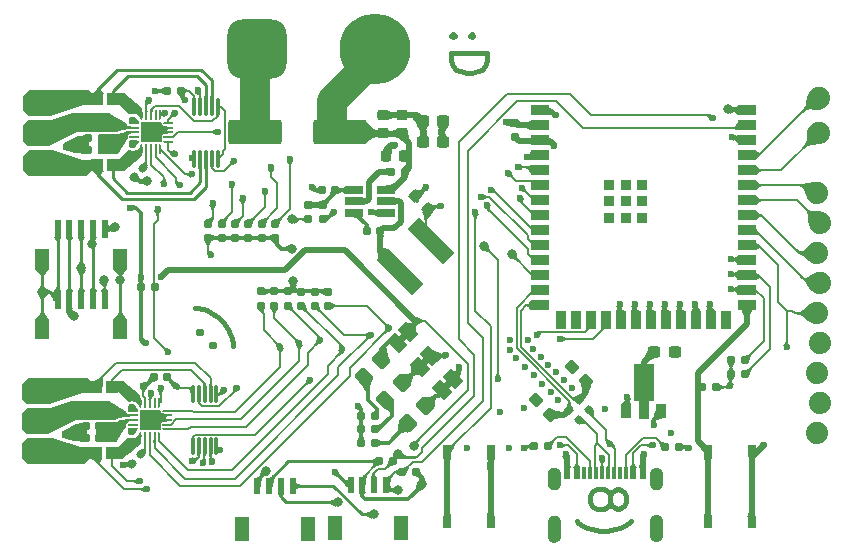
<source format=gbr>
%TF.GenerationSoftware,KiCad,Pcbnew,7.0.2*%
%TF.CreationDate,2023-10-03T18:08:59-04:00*%
%TF.ProjectId,mini_motor_go_V1_rev2,6d696e69-5f6d-46f7-946f-725f676f5f56,rev?*%
%TF.SameCoordinates,Original*%
%TF.FileFunction,Copper,L1,Top*%
%TF.FilePolarity,Positive*%
%FSLAX46Y46*%
G04 Gerber Fmt 4.6, Leading zero omitted, Abs format (unit mm)*
G04 Created by KiCad (PCBNEW 7.0.2) date 2023-10-03 18:08:59*
%MOMM*%
%LPD*%
G01*
G04 APERTURE LIST*
G04 Aperture macros list*
%AMRoundRect*
0 Rectangle with rounded corners*
0 $1 Rounding radius*
0 $2 $3 $4 $5 $6 $7 $8 $9 X,Y pos of 4 corners*
0 Add a 4 corners polygon primitive as box body*
4,1,4,$2,$3,$4,$5,$6,$7,$8,$9,$2,$3,0*
0 Add four circle primitives for the rounded corners*
1,1,$1+$1,$2,$3*
1,1,$1+$1,$4,$5*
1,1,$1+$1,$6,$7*
1,1,$1+$1,$8,$9*
0 Add four rect primitives between the rounded corners*
20,1,$1+$1,$2,$3,$4,$5,0*
20,1,$1+$1,$4,$5,$6,$7,0*
20,1,$1+$1,$6,$7,$8,$9,0*
20,1,$1+$1,$8,$9,$2,$3,0*%
%AMRotRect*
0 Rectangle, with rotation*
0 The origin of the aperture is its center*
0 $1 length*
0 $2 width*
0 $3 Rotation angle, in degrees counterclockwise*
0 Add horizontal line*
21,1,$1,$2,0,0,$3*%
%AMFreePoly0*
4,1,14,0.110355,0.410355,0.125000,0.375000,0.125000,-0.375000,0.110355,-0.410355,0.075000,-0.425000,0.045711,-0.425000,0.010356,-0.410355,-0.110355,-0.289644,-0.125000,-0.254289,-0.125000,0.375000,-0.110355,0.410355,-0.075000,0.425000,0.075000,0.425000,0.110355,0.410355,0.110355,0.410355,$1*%
%AMFreePoly1*
4,1,14,0.110355,0.410355,0.125000,0.375000,0.125000,-0.254289,0.110355,-0.289644,-0.010356,-0.410355,-0.045711,-0.425000,-0.075000,-0.425000,-0.110355,-0.410355,-0.125000,-0.375000,-0.125000,0.375000,-0.110355,0.410355,-0.075000,0.425000,0.075000,0.425000,0.110355,0.410355,0.110355,0.410355,$1*%
%AMFreePoly2*
4,1,14,0.410355,0.110355,0.425000,0.075000,0.425000,-0.075000,0.410355,-0.110355,0.375000,-0.125000,-0.375000,-0.125000,-0.410355,-0.110355,-0.425000,-0.075000,-0.425000,-0.045711,-0.410355,-0.010356,-0.289644,0.110355,-0.254289,0.125000,0.375000,0.125000,0.410355,0.110355,0.410355,0.110355,$1*%
%AMFreePoly3*
4,1,14,0.410355,0.110355,0.425000,0.075000,0.425000,-0.075000,0.410355,-0.110355,0.375000,-0.125000,-0.254289,-0.125000,-0.289644,-0.110355,-0.410355,0.010356,-0.425000,0.045711,-0.425000,0.075000,-0.410355,0.110355,-0.375000,0.125000,0.375000,0.125000,0.410355,0.110355,0.410355,0.110355,$1*%
%AMFreePoly4*
4,1,14,-0.010356,0.410355,0.110355,0.289644,0.125000,0.254289,0.125000,-0.375000,0.110355,-0.410355,0.075000,-0.425000,-0.075000,-0.425000,-0.110355,-0.410355,-0.125000,-0.375000,-0.125000,0.375000,-0.110355,0.410355,-0.075000,0.425000,-0.045711,0.425000,-0.010356,0.410355,-0.010356,0.410355,$1*%
%AMFreePoly5*
4,1,14,0.110355,0.410355,0.125000,0.375000,0.125000,-0.375000,0.110355,-0.410355,0.075000,-0.425000,-0.075000,-0.425000,-0.110355,-0.410355,-0.125000,-0.375000,-0.125000,0.254289,-0.110355,0.289644,0.010356,0.410355,0.045711,0.425000,0.075000,0.425000,0.110355,0.410355,0.110355,0.410355,$1*%
%AMFreePoly6*
4,1,14,0.410355,0.110355,0.425000,0.075000,0.425000,0.045711,0.410355,0.010356,0.289644,-0.110355,0.254289,-0.125000,-0.375000,-0.125000,-0.410355,-0.110355,-0.425000,-0.075000,-0.425000,0.075000,-0.410355,0.110355,-0.375000,0.125000,0.375000,0.125000,0.410355,0.110355,0.410355,0.110355,$1*%
%AMFreePoly7*
4,1,14,0.289644,0.110355,0.410355,-0.010356,0.425000,-0.045711,0.425000,-0.075000,0.410355,-0.110355,0.375000,-0.125000,-0.375000,-0.125000,-0.410355,-0.110355,-0.425000,-0.075000,-0.425000,0.075000,-0.410355,0.110355,-0.375000,0.125000,0.254289,0.125000,0.289644,0.110355,0.289644,0.110355,$1*%
%AMFreePoly8*
4,1,9,3.862500,-0.866500,0.737500,-0.866500,0.737500,-0.450000,-0.737500,-0.450000,-0.737500,0.450000,0.737500,0.450000,0.737500,0.866500,3.862500,0.866500,3.862500,-0.866500,3.862500,-0.866500,$1*%
G04 Aperture macros list end*
%ADD10C,0.400000*%
%TA.AperFunction,NonConductor*%
%ADD11C,0.400000*%
%TD*%
%TA.AperFunction,EtchedComponent*%
%ADD12C,0.010000*%
%TD*%
%TA.AperFunction,SMDPad,CuDef*%
%ADD13RoundRect,0.225000X0.335876X0.017678X0.017678X0.335876X-0.335876X-0.017678X-0.017678X-0.335876X0*%
%TD*%
%TA.AperFunction,SMDPad,CuDef*%
%ADD14RoundRect,0.030000X0.120000X-0.695000X0.120000X0.695000X-0.120000X0.695000X-0.120000X-0.695000X0*%
%TD*%
%TA.AperFunction,SMDPad,CuDef*%
%ADD15R,0.600000X1.100000*%
%TD*%
%TA.AperFunction,SMDPad,CuDef*%
%ADD16R,0.300000X1.100000*%
%TD*%
%TA.AperFunction,ComponentPad*%
%ADD17O,0.800000X1.600000*%
%TD*%
%TA.AperFunction,SMDPad,CuDef*%
%ADD18RotRect,1.400000X4.200000X225.000000*%
%TD*%
%TA.AperFunction,SMDPad,CuDef*%
%ADD19RoundRect,0.225000X-0.250000X0.225000X-0.250000X-0.225000X0.250000X-0.225000X0.250000X0.225000X0*%
%TD*%
%TA.AperFunction,SMDPad,CuDef*%
%ADD20RoundRect,0.225000X-0.225000X-0.250000X0.225000X-0.250000X0.225000X0.250000X-0.225000X0.250000X0*%
%TD*%
%TA.AperFunction,SMDPad,CuDef*%
%ADD21RoundRect,0.250001X1.999999X0.799999X-1.999999X0.799999X-1.999999X-0.799999X1.999999X-0.799999X0*%
%TD*%
%TA.AperFunction,SMDPad,CuDef*%
%ADD22RoundRect,0.160000X-0.252791X0.026517X0.026517X-0.252791X0.252791X-0.026517X-0.026517X0.252791X0*%
%TD*%
%TA.AperFunction,SMDPad,CuDef*%
%ADD23R,1.200000X1.800000*%
%TD*%
%TA.AperFunction,SMDPad,CuDef*%
%ADD24R,0.600000X1.550000*%
%TD*%
%TA.AperFunction,SMDPad,CuDef*%
%ADD25R,0.599440X1.348740*%
%TD*%
%TA.AperFunction,SMDPad,CuDef*%
%ADD26R,1.198880X1.998980*%
%TD*%
%TA.AperFunction,SMDPad,CuDef*%
%ADD27RoundRect,0.250000X0.088388X-0.548008X0.548008X-0.088388X-0.088388X0.548008X-0.548008X0.088388X0*%
%TD*%
%TA.AperFunction,SMDPad,CuDef*%
%ADD28RoundRect,0.237500X0.380070X-0.044194X-0.044194X0.380070X-0.380070X0.044194X0.044194X-0.380070X0*%
%TD*%
%TA.AperFunction,SMDPad,CuDef*%
%ADD29RoundRect,0.155000X0.040659X0.259862X-0.259862X-0.040659X-0.040659X-0.259862X0.259862X0.040659X0*%
%TD*%
%TA.AperFunction,SMDPad,CuDef*%
%ADD30RoundRect,0.160000X0.160000X-0.197500X0.160000X0.197500X-0.160000X0.197500X-0.160000X-0.197500X0*%
%TD*%
%TA.AperFunction,SMDPad,CuDef*%
%ADD31RotRect,1.000000X1.500000X45.000000*%
%TD*%
%TA.AperFunction,ComponentPad*%
%ADD32C,0.600000*%
%TD*%
%TA.AperFunction,SMDPad,CuDef*%
%ADD33R,1.700000X1.700000*%
%TD*%
%TA.AperFunction,SMDPad,CuDef*%
%ADD34FreePoly0,90.000000*%
%TD*%
%TA.AperFunction,SMDPad,CuDef*%
%ADD35RoundRect,0.062500X0.362500X-0.062500X0.362500X0.062500X-0.362500X0.062500X-0.362500X-0.062500X0*%
%TD*%
%TA.AperFunction,SMDPad,CuDef*%
%ADD36FreePoly1,90.000000*%
%TD*%
%TA.AperFunction,SMDPad,CuDef*%
%ADD37FreePoly2,90.000000*%
%TD*%
%TA.AperFunction,SMDPad,CuDef*%
%ADD38RoundRect,0.062500X0.062500X-0.362500X0.062500X0.362500X-0.062500X0.362500X-0.062500X-0.362500X0*%
%TD*%
%TA.AperFunction,SMDPad,CuDef*%
%ADD39RoundRect,0.062500X0.062500X-0.350000X0.062500X0.350000X-0.062500X0.350000X-0.062500X-0.350000X0*%
%TD*%
%TA.AperFunction,SMDPad,CuDef*%
%ADD40FreePoly3,90.000000*%
%TD*%
%TA.AperFunction,SMDPad,CuDef*%
%ADD41FreePoly4,90.000000*%
%TD*%
%TA.AperFunction,SMDPad,CuDef*%
%ADD42FreePoly5,90.000000*%
%TD*%
%TA.AperFunction,SMDPad,CuDef*%
%ADD43FreePoly6,90.000000*%
%TD*%
%TA.AperFunction,SMDPad,CuDef*%
%ADD44FreePoly7,90.000000*%
%TD*%
%TA.AperFunction,SMDPad,CuDef*%
%ADD45RoundRect,0.160000X0.197500X0.160000X-0.197500X0.160000X-0.197500X-0.160000X0.197500X-0.160000X0*%
%TD*%
%TA.AperFunction,SMDPad,CuDef*%
%ADD46RoundRect,0.160000X-0.197500X-0.160000X0.197500X-0.160000X0.197500X0.160000X-0.197500X0.160000X0*%
%TD*%
%TA.AperFunction,SMDPad,CuDef*%
%ADD47RoundRect,0.155000X-0.212500X-0.155000X0.212500X-0.155000X0.212500X0.155000X-0.212500X0.155000X0*%
%TD*%
%TA.AperFunction,SMDPad,CuDef*%
%ADD48R,1.100000X1.000000*%
%TD*%
%TA.AperFunction,SMDPad,CuDef*%
%ADD49R,0.700000X1.000000*%
%TD*%
%TA.AperFunction,SMDPad,CuDef*%
%ADD50RoundRect,0.155000X0.212500X0.155000X-0.212500X0.155000X-0.212500X-0.155000X0.212500X-0.155000X0*%
%TD*%
%TA.AperFunction,SMDPad,CuDef*%
%ADD51R,1.500000X0.900000*%
%TD*%
%TA.AperFunction,SMDPad,CuDef*%
%ADD52R,0.900000X1.500000*%
%TD*%
%TA.AperFunction,SMDPad,CuDef*%
%ADD53R,0.900000X0.900000*%
%TD*%
%TA.AperFunction,SMDPad,CuDef*%
%ADD54RoundRect,0.160000X-0.160000X0.197500X-0.160000X-0.197500X0.160000X-0.197500X0.160000X0.197500X0*%
%TD*%
%TA.AperFunction,SMDPad,CuDef*%
%ADD55RoundRect,0.237500X-0.300000X-0.237500X0.300000X-0.237500X0.300000X0.237500X-0.300000X0.237500X0*%
%TD*%
%TA.AperFunction,ComponentPad*%
%ADD56C,1.879600*%
%TD*%
%TA.AperFunction,SMDPad,CuDef*%
%ADD57R,1.560000X0.650000*%
%TD*%
%TA.AperFunction,SMDPad,CuDef*%
%ADD58RoundRect,0.237500X0.300000X0.237500X-0.300000X0.237500X-0.300000X-0.237500X0.300000X-0.237500X0*%
%TD*%
%TA.AperFunction,SMDPad,CuDef*%
%ADD59R,0.900000X1.300000*%
%TD*%
%TA.AperFunction,SMDPad,CuDef*%
%ADD60FreePoly8,90.000000*%
%TD*%
%TA.AperFunction,ComponentPad*%
%ADD61RoundRect,1.250000X1.250000X1.250000X-1.250000X1.250000X-1.250000X-1.250000X1.250000X-1.250000X0*%
%TD*%
%TA.AperFunction,ComponentPad*%
%ADD62C,6.000000*%
%TD*%
%TA.AperFunction,ViaPad*%
%ADD63C,0.800000*%
%TD*%
%TA.AperFunction,ViaPad*%
%ADD64C,0.600000*%
%TD*%
%TA.AperFunction,Conductor*%
%ADD65C,0.300000*%
%TD*%
%TA.AperFunction,Conductor*%
%ADD66C,0.200000*%
%TD*%
%TA.AperFunction,Conductor*%
%ADD67C,0.152000*%
%TD*%
%TA.AperFunction,Conductor*%
%ADD68C,0.500000*%
%TD*%
%TA.AperFunction,Conductor*%
%ADD69C,2.500000*%
%TD*%
%TA.AperFunction,Conductor*%
%ADD70C,1.000000*%
%TD*%
%TA.AperFunction,Conductor*%
%ADD71C,0.250000*%
%TD*%
G04 APERTURE END LIST*
D10*
D11*
X164831428Y-91892857D02*
X164974285Y-91607142D01*
X164974285Y-91607142D02*
X165117142Y-91464285D01*
X165117142Y-91464285D02*
X165402857Y-91321428D01*
X165402857Y-91321428D02*
X165545714Y-91321428D01*
X165545714Y-91321428D02*
X165831428Y-91464285D01*
X165831428Y-91464285D02*
X165974285Y-91607142D01*
X165974285Y-91607142D02*
X166117142Y-91892857D01*
X166117142Y-91892857D02*
X166117142Y-92464285D01*
X166117142Y-92464285D02*
X165974285Y-92750000D01*
X165974285Y-92750000D02*
X165831428Y-92892857D01*
X165831428Y-92892857D02*
X165545714Y-93035714D01*
X165545714Y-93035714D02*
X165402857Y-93035714D01*
X165402857Y-93035714D02*
X165117142Y-92892857D01*
X165117142Y-92892857D02*
X164974285Y-92750000D01*
X164974285Y-92750000D02*
X164831428Y-92464285D01*
X164831428Y-92464285D02*
X164831428Y-91892857D01*
X164831428Y-91892857D02*
X164688571Y-91607142D01*
X164688571Y-91607142D02*
X164545714Y-91464285D01*
X164545714Y-91464285D02*
X164260000Y-91321428D01*
X164260000Y-91321428D02*
X163688571Y-91321428D01*
X163688571Y-91321428D02*
X163402857Y-91464285D01*
X163402857Y-91464285D02*
X163260000Y-91607142D01*
X163260000Y-91607142D02*
X163117142Y-91892857D01*
X163117142Y-91892857D02*
X163117142Y-92464285D01*
X163117142Y-92464285D02*
X163260000Y-92750000D01*
X163260000Y-92750000D02*
X163402857Y-92892857D01*
X163402857Y-92892857D02*
X163688571Y-93035714D01*
X163688571Y-93035714D02*
X164260000Y-93035714D01*
X164260000Y-93035714D02*
X164545714Y-92892857D01*
X164545714Y-92892857D02*
X164688571Y-92750000D01*
X164688571Y-92750000D02*
X164831428Y-92464285D01*
X161974285Y-94035714D02*
X162117142Y-94178571D01*
X162117142Y-94178571D02*
X162545714Y-94464285D01*
X162545714Y-94464285D02*
X162831428Y-94607143D01*
X162831428Y-94607143D02*
X163260000Y-94750000D01*
X163260000Y-94750000D02*
X163974285Y-94892857D01*
X163974285Y-94892857D02*
X164545714Y-94892857D01*
X164545714Y-94892857D02*
X165260000Y-94750000D01*
X165260000Y-94750000D02*
X165688571Y-94607143D01*
X165688571Y-94607143D02*
X165974285Y-94464285D01*
X165974285Y-94464285D02*
X166402857Y-94178571D01*
X166402857Y-94178571D02*
X166545714Y-94035714D01*
D10*
D11*
X151652857Y-52964285D02*
X151510000Y-53107142D01*
X151510000Y-53107142D02*
X151367142Y-52964285D01*
X151367142Y-52964285D02*
X151510000Y-52821428D01*
X151510000Y-52821428D02*
X151652857Y-52964285D01*
X151652857Y-52964285D02*
X151367142Y-52964285D01*
X153224285Y-52964285D02*
X153081428Y-53107142D01*
X153081428Y-53107142D02*
X152938571Y-52964285D01*
X152938571Y-52964285D02*
X153081428Y-52821428D01*
X153081428Y-52821428D02*
X153224285Y-52964285D01*
X153224285Y-52964285D02*
X152938571Y-52964285D01*
X151367142Y-54392856D02*
X154367142Y-54392856D01*
X154367142Y-54392856D02*
X154367142Y-55107142D01*
X154367142Y-55107142D02*
X154224285Y-55535713D01*
X154224285Y-55535713D02*
X153938571Y-55821428D01*
X153938571Y-55821428D02*
X153652857Y-55964285D01*
X153652857Y-55964285D02*
X153081428Y-56107142D01*
X153081428Y-56107142D02*
X152652857Y-56107142D01*
X152652857Y-56107142D02*
X152081428Y-55964285D01*
X152081428Y-55964285D02*
X151795714Y-55821428D01*
X151795714Y-55821428D02*
X151510000Y-55535713D01*
X151510000Y-55535713D02*
X151367142Y-55107142D01*
X151367142Y-55107142D02*
X151367142Y-54392856D01*
D10*
D11*
X131043436Y-79033284D02*
X131245467Y-79033284D01*
X131245467Y-79033284D02*
X131245467Y-79235314D01*
X131245467Y-79235314D02*
X131043436Y-79235314D01*
X131043436Y-79235314D02*
X131043436Y-79033284D01*
X131043436Y-79033284D02*
X131245467Y-79235314D01*
X129932268Y-77922116D02*
X130134299Y-77922116D01*
X130134299Y-77922116D02*
X130134299Y-78124146D01*
X130134299Y-78124146D02*
X129932268Y-78124146D01*
X129932268Y-78124146D02*
X129932268Y-77922116D01*
X129932268Y-77922116D02*
X130134299Y-78124146D01*
X132861710Y-79235314D02*
X132861710Y-79033284D01*
X132861710Y-79033284D02*
X132760695Y-78528208D01*
X132760695Y-78528208D02*
X132659680Y-78225162D01*
X132659680Y-78225162D02*
X132457649Y-77821101D01*
X132457649Y-77821101D02*
X132053588Y-77215009D01*
X132053588Y-77215009D02*
X131649527Y-76810948D01*
X131649527Y-76810948D02*
X131043436Y-76406887D01*
X131043436Y-76406887D02*
X130639375Y-76204857D01*
X130639375Y-76204857D02*
X130336329Y-76103841D01*
X130336329Y-76103841D02*
X129831253Y-76002826D01*
X129831253Y-76002826D02*
X129629222Y-76002826D01*
%TO.C,J11*%
D12*
X160074683Y-89553885D02*
X160100683Y-89555885D01*
X160126683Y-89558885D01*
X160152683Y-89563885D01*
X160177683Y-89569885D01*
X160203683Y-89576885D01*
X160227683Y-89585885D01*
X160251683Y-89595885D01*
X160275683Y-89606885D01*
X160298683Y-89619885D01*
X160320683Y-89633885D01*
X160342683Y-89647885D01*
X160363683Y-89663885D01*
X160383683Y-89680885D01*
X160402683Y-89698885D01*
X160420683Y-89717885D01*
X160437683Y-89737885D01*
X160453683Y-89758885D01*
X160467683Y-89780885D01*
X160481683Y-89802885D01*
X160494683Y-89825885D01*
X160505683Y-89849885D01*
X160515683Y-89873885D01*
X160524683Y-89897885D01*
X160531683Y-89923885D01*
X160537683Y-89948885D01*
X160542683Y-89974885D01*
X160545683Y-90000885D01*
X160547683Y-90026885D01*
X160548683Y-90052885D01*
X160548683Y-90852885D01*
X160547683Y-90878885D01*
X160545683Y-90904885D01*
X160542683Y-90930885D01*
X160537683Y-90956885D01*
X160531683Y-90981885D01*
X160524683Y-91007885D01*
X160515683Y-91031885D01*
X160505683Y-91055885D01*
X160494683Y-91079885D01*
X160481683Y-91102885D01*
X160467683Y-91124885D01*
X160453683Y-91146885D01*
X160437683Y-91167885D01*
X160420683Y-91187885D01*
X160402683Y-91206885D01*
X160383683Y-91224885D01*
X160363683Y-91241885D01*
X160342683Y-91257885D01*
X160320683Y-91271885D01*
X160298683Y-91285885D01*
X160275683Y-91298885D01*
X160251683Y-91309885D01*
X160227683Y-91319885D01*
X160203683Y-91328885D01*
X160177683Y-91335885D01*
X160152683Y-91341885D01*
X160126683Y-91346885D01*
X160100683Y-91349885D01*
X160074683Y-91351885D01*
X160048683Y-91352885D01*
X160022683Y-91351885D01*
X159996683Y-91349885D01*
X159970683Y-91346885D01*
X159944683Y-91341885D01*
X159919683Y-91335885D01*
X159893683Y-91328885D01*
X159869683Y-91319885D01*
X159845683Y-91309885D01*
X159821683Y-91298885D01*
X159798683Y-91285885D01*
X159776683Y-91271885D01*
X159754683Y-91257885D01*
X159733683Y-91241885D01*
X159713683Y-91224885D01*
X159694683Y-91206885D01*
X159676683Y-91187885D01*
X159659683Y-91167885D01*
X159643683Y-91146885D01*
X159629683Y-91124885D01*
X159615683Y-91102885D01*
X159602683Y-91079885D01*
X159591683Y-91055885D01*
X159581683Y-91031885D01*
X159572683Y-91007885D01*
X159565683Y-90981885D01*
X159559683Y-90956885D01*
X159554683Y-90930885D01*
X159551683Y-90904885D01*
X159549683Y-90878885D01*
X159548683Y-90852885D01*
X159548683Y-90052885D01*
X159549683Y-90026885D01*
X159551683Y-90000885D01*
X159554683Y-89974885D01*
X159559683Y-89948885D01*
X159565683Y-89923885D01*
X159572683Y-89897885D01*
X159581683Y-89873885D01*
X159591683Y-89849885D01*
X159602683Y-89825885D01*
X159615683Y-89802885D01*
X159629683Y-89780885D01*
X159643683Y-89758885D01*
X159659683Y-89737885D01*
X159676683Y-89717885D01*
X159694683Y-89698885D01*
X159713683Y-89680885D01*
X159733683Y-89663885D01*
X159754683Y-89647885D01*
X159776683Y-89633885D01*
X159798683Y-89619885D01*
X159821683Y-89606885D01*
X159845683Y-89595885D01*
X159869683Y-89585885D01*
X159893683Y-89576885D01*
X159919683Y-89569885D01*
X159944683Y-89563885D01*
X159970683Y-89558885D01*
X159996683Y-89555885D01*
X160022683Y-89553885D01*
X160048683Y-89552885D01*
X160074683Y-89553885D01*
%TA.AperFunction,EtchedComponent*%
G36*
X160074683Y-89553885D02*
G01*
X160100683Y-89555885D01*
X160126683Y-89558885D01*
X160152683Y-89563885D01*
X160177683Y-89569885D01*
X160203683Y-89576885D01*
X160227683Y-89585885D01*
X160251683Y-89595885D01*
X160275683Y-89606885D01*
X160298683Y-89619885D01*
X160320683Y-89633885D01*
X160342683Y-89647885D01*
X160363683Y-89663885D01*
X160383683Y-89680885D01*
X160402683Y-89698885D01*
X160420683Y-89717885D01*
X160437683Y-89737885D01*
X160453683Y-89758885D01*
X160467683Y-89780885D01*
X160481683Y-89802885D01*
X160494683Y-89825885D01*
X160505683Y-89849885D01*
X160515683Y-89873885D01*
X160524683Y-89897885D01*
X160531683Y-89923885D01*
X160537683Y-89948885D01*
X160542683Y-89974885D01*
X160545683Y-90000885D01*
X160547683Y-90026885D01*
X160548683Y-90052885D01*
X160548683Y-90852885D01*
X160547683Y-90878885D01*
X160545683Y-90904885D01*
X160542683Y-90930885D01*
X160537683Y-90956885D01*
X160531683Y-90981885D01*
X160524683Y-91007885D01*
X160515683Y-91031885D01*
X160505683Y-91055885D01*
X160494683Y-91079885D01*
X160481683Y-91102885D01*
X160467683Y-91124885D01*
X160453683Y-91146885D01*
X160437683Y-91167885D01*
X160420683Y-91187885D01*
X160402683Y-91206885D01*
X160383683Y-91224885D01*
X160363683Y-91241885D01*
X160342683Y-91257885D01*
X160320683Y-91271885D01*
X160298683Y-91285885D01*
X160275683Y-91298885D01*
X160251683Y-91309885D01*
X160227683Y-91319885D01*
X160203683Y-91328885D01*
X160177683Y-91335885D01*
X160152683Y-91341885D01*
X160126683Y-91346885D01*
X160100683Y-91349885D01*
X160074683Y-91351885D01*
X160048683Y-91352885D01*
X160022683Y-91351885D01*
X159996683Y-91349885D01*
X159970683Y-91346885D01*
X159944683Y-91341885D01*
X159919683Y-91335885D01*
X159893683Y-91328885D01*
X159869683Y-91319885D01*
X159845683Y-91309885D01*
X159821683Y-91298885D01*
X159798683Y-91285885D01*
X159776683Y-91271885D01*
X159754683Y-91257885D01*
X159733683Y-91241885D01*
X159713683Y-91224885D01*
X159694683Y-91206885D01*
X159676683Y-91187885D01*
X159659683Y-91167885D01*
X159643683Y-91146885D01*
X159629683Y-91124885D01*
X159615683Y-91102885D01*
X159602683Y-91079885D01*
X159591683Y-91055885D01*
X159581683Y-91031885D01*
X159572683Y-91007885D01*
X159565683Y-90981885D01*
X159559683Y-90956885D01*
X159554683Y-90930885D01*
X159551683Y-90904885D01*
X159549683Y-90878885D01*
X159548683Y-90852885D01*
X159548683Y-90052885D01*
X159549683Y-90026885D01*
X159551683Y-90000885D01*
X159554683Y-89974885D01*
X159559683Y-89948885D01*
X159565683Y-89923885D01*
X159572683Y-89897885D01*
X159581683Y-89873885D01*
X159591683Y-89849885D01*
X159602683Y-89825885D01*
X159615683Y-89802885D01*
X159629683Y-89780885D01*
X159643683Y-89758885D01*
X159659683Y-89737885D01*
X159676683Y-89717885D01*
X159694683Y-89698885D01*
X159713683Y-89680885D01*
X159733683Y-89663885D01*
X159754683Y-89647885D01*
X159776683Y-89633885D01*
X159798683Y-89619885D01*
X159821683Y-89606885D01*
X159845683Y-89595885D01*
X159869683Y-89585885D01*
X159893683Y-89576885D01*
X159919683Y-89569885D01*
X159944683Y-89563885D01*
X159970683Y-89558885D01*
X159996683Y-89555885D01*
X160022683Y-89553885D01*
X160048683Y-89552885D01*
X160074683Y-89553885D01*
G37*
%TD.AperFunction*%
X160079600Y-93601700D02*
X160105600Y-93603700D01*
X160131600Y-93606700D01*
X160157600Y-93611700D01*
X160182600Y-93617700D01*
X160208600Y-93624700D01*
X160232600Y-93633700D01*
X160256600Y-93643700D01*
X160280600Y-93654700D01*
X160303600Y-93667700D01*
X160325600Y-93681700D01*
X160347600Y-93695700D01*
X160368600Y-93711700D01*
X160388600Y-93728700D01*
X160407600Y-93746700D01*
X160425600Y-93765700D01*
X160442600Y-93785700D01*
X160458600Y-93806700D01*
X160472600Y-93828700D01*
X160486600Y-93850700D01*
X160499600Y-93873700D01*
X160510600Y-93897700D01*
X160520600Y-93921700D01*
X160529600Y-93945700D01*
X160536600Y-93971700D01*
X160542600Y-93996700D01*
X160547600Y-94022700D01*
X160550600Y-94048700D01*
X160552600Y-94074700D01*
X160553600Y-94100700D01*
X160553600Y-95300700D01*
X160552600Y-95326700D01*
X160550600Y-95352700D01*
X160547600Y-95378700D01*
X160542600Y-95404700D01*
X160536600Y-95429700D01*
X160529600Y-95455700D01*
X160520600Y-95479700D01*
X160510600Y-95503700D01*
X160499600Y-95527700D01*
X160486600Y-95550700D01*
X160472600Y-95572700D01*
X160458600Y-95594700D01*
X160442600Y-95615700D01*
X160425600Y-95635700D01*
X160407600Y-95654700D01*
X160388600Y-95672700D01*
X160368600Y-95689700D01*
X160347600Y-95705700D01*
X160325600Y-95719700D01*
X160303600Y-95733700D01*
X160280600Y-95746700D01*
X160256600Y-95757700D01*
X160232600Y-95767700D01*
X160208600Y-95776700D01*
X160182600Y-95783700D01*
X160157600Y-95789700D01*
X160131600Y-95794700D01*
X160105600Y-95797700D01*
X160079600Y-95799700D01*
X160053600Y-95800700D01*
X160027600Y-95799700D01*
X160001600Y-95797700D01*
X159975600Y-95794700D01*
X159949600Y-95789700D01*
X159924600Y-95783700D01*
X159898600Y-95776700D01*
X159874600Y-95767700D01*
X159850600Y-95757700D01*
X159826600Y-95746700D01*
X159803600Y-95733700D01*
X159781600Y-95719700D01*
X159759600Y-95705700D01*
X159738600Y-95689700D01*
X159718600Y-95672700D01*
X159699600Y-95654700D01*
X159681600Y-95635700D01*
X159664600Y-95615700D01*
X159648600Y-95594700D01*
X159634600Y-95572700D01*
X159620600Y-95550700D01*
X159607600Y-95527700D01*
X159596600Y-95503700D01*
X159586600Y-95479700D01*
X159577600Y-95455700D01*
X159570600Y-95429700D01*
X159564600Y-95404700D01*
X159559600Y-95378700D01*
X159556600Y-95352700D01*
X159554600Y-95326700D01*
X159553600Y-95300700D01*
X159553600Y-94100700D01*
X159554600Y-94074700D01*
X159556600Y-94048700D01*
X159559600Y-94022700D01*
X159564600Y-93996700D01*
X159570600Y-93971700D01*
X159577600Y-93945700D01*
X159586600Y-93921700D01*
X159596600Y-93897700D01*
X159607600Y-93873700D01*
X159620600Y-93850700D01*
X159634600Y-93828700D01*
X159648600Y-93806700D01*
X159664600Y-93785700D01*
X159681600Y-93765700D01*
X159699600Y-93746700D01*
X159718600Y-93728700D01*
X159738600Y-93711700D01*
X159759600Y-93695700D01*
X159781600Y-93681700D01*
X159803600Y-93667700D01*
X159826600Y-93654700D01*
X159850600Y-93643700D01*
X159874600Y-93633700D01*
X159898600Y-93624700D01*
X159924600Y-93617700D01*
X159949600Y-93611700D01*
X159975600Y-93606700D01*
X160001600Y-93603700D01*
X160027600Y-93601700D01*
X160053600Y-93600700D01*
X160079600Y-93601700D01*
%TA.AperFunction,EtchedComponent*%
G36*
X160079600Y-93601700D02*
G01*
X160105600Y-93603700D01*
X160131600Y-93606700D01*
X160157600Y-93611700D01*
X160182600Y-93617700D01*
X160208600Y-93624700D01*
X160232600Y-93633700D01*
X160256600Y-93643700D01*
X160280600Y-93654700D01*
X160303600Y-93667700D01*
X160325600Y-93681700D01*
X160347600Y-93695700D01*
X160368600Y-93711700D01*
X160388600Y-93728700D01*
X160407600Y-93746700D01*
X160425600Y-93765700D01*
X160442600Y-93785700D01*
X160458600Y-93806700D01*
X160472600Y-93828700D01*
X160486600Y-93850700D01*
X160499600Y-93873700D01*
X160510600Y-93897700D01*
X160520600Y-93921700D01*
X160529600Y-93945700D01*
X160536600Y-93971700D01*
X160542600Y-93996700D01*
X160547600Y-94022700D01*
X160550600Y-94048700D01*
X160552600Y-94074700D01*
X160553600Y-94100700D01*
X160553600Y-95300700D01*
X160552600Y-95326700D01*
X160550600Y-95352700D01*
X160547600Y-95378700D01*
X160542600Y-95404700D01*
X160536600Y-95429700D01*
X160529600Y-95455700D01*
X160520600Y-95479700D01*
X160510600Y-95503700D01*
X160499600Y-95527700D01*
X160486600Y-95550700D01*
X160472600Y-95572700D01*
X160458600Y-95594700D01*
X160442600Y-95615700D01*
X160425600Y-95635700D01*
X160407600Y-95654700D01*
X160388600Y-95672700D01*
X160368600Y-95689700D01*
X160347600Y-95705700D01*
X160325600Y-95719700D01*
X160303600Y-95733700D01*
X160280600Y-95746700D01*
X160256600Y-95757700D01*
X160232600Y-95767700D01*
X160208600Y-95776700D01*
X160182600Y-95783700D01*
X160157600Y-95789700D01*
X160131600Y-95794700D01*
X160105600Y-95797700D01*
X160079600Y-95799700D01*
X160053600Y-95800700D01*
X160027600Y-95799700D01*
X160001600Y-95797700D01*
X159975600Y-95794700D01*
X159949600Y-95789700D01*
X159924600Y-95783700D01*
X159898600Y-95776700D01*
X159874600Y-95767700D01*
X159850600Y-95757700D01*
X159826600Y-95746700D01*
X159803600Y-95733700D01*
X159781600Y-95719700D01*
X159759600Y-95705700D01*
X159738600Y-95689700D01*
X159718600Y-95672700D01*
X159699600Y-95654700D01*
X159681600Y-95635700D01*
X159664600Y-95615700D01*
X159648600Y-95594700D01*
X159634600Y-95572700D01*
X159620600Y-95550700D01*
X159607600Y-95527700D01*
X159596600Y-95503700D01*
X159586600Y-95479700D01*
X159577600Y-95455700D01*
X159570600Y-95429700D01*
X159564600Y-95404700D01*
X159559600Y-95378700D01*
X159556600Y-95352700D01*
X159554600Y-95326700D01*
X159553600Y-95300700D01*
X159553600Y-94100700D01*
X159554600Y-94074700D01*
X159556600Y-94048700D01*
X159559600Y-94022700D01*
X159564600Y-93996700D01*
X159570600Y-93971700D01*
X159577600Y-93945700D01*
X159586600Y-93921700D01*
X159596600Y-93897700D01*
X159607600Y-93873700D01*
X159620600Y-93850700D01*
X159634600Y-93828700D01*
X159648600Y-93806700D01*
X159664600Y-93785700D01*
X159681600Y-93765700D01*
X159699600Y-93746700D01*
X159718600Y-93728700D01*
X159738600Y-93711700D01*
X159759600Y-93695700D01*
X159781600Y-93681700D01*
X159803600Y-93667700D01*
X159826600Y-93654700D01*
X159850600Y-93643700D01*
X159874600Y-93633700D01*
X159898600Y-93624700D01*
X159924600Y-93617700D01*
X159949600Y-93611700D01*
X159975600Y-93606700D01*
X160001600Y-93603700D01*
X160027600Y-93601700D01*
X160053600Y-93600700D01*
X160079600Y-93601700D01*
G37*
%TD.AperFunction*%
X168729600Y-89551700D02*
X168755600Y-89553700D01*
X168781600Y-89556700D01*
X168807600Y-89561700D01*
X168832600Y-89567700D01*
X168858600Y-89574700D01*
X168882600Y-89583700D01*
X168906600Y-89593700D01*
X168930600Y-89604700D01*
X168953600Y-89617700D01*
X168975600Y-89631700D01*
X168997600Y-89645700D01*
X169018600Y-89661700D01*
X169038600Y-89678700D01*
X169057600Y-89696700D01*
X169075600Y-89715700D01*
X169092600Y-89735700D01*
X169108600Y-89756700D01*
X169122600Y-89778700D01*
X169136600Y-89800700D01*
X169149600Y-89823700D01*
X169160600Y-89847700D01*
X169170600Y-89871700D01*
X169179600Y-89895700D01*
X169186600Y-89921700D01*
X169192600Y-89946700D01*
X169197600Y-89972700D01*
X169200600Y-89998700D01*
X169202600Y-90024700D01*
X169203600Y-90050700D01*
X169203600Y-90850700D01*
X169202600Y-90876700D01*
X169200600Y-90902700D01*
X169197600Y-90928700D01*
X169192600Y-90954700D01*
X169186600Y-90979700D01*
X169179600Y-91005700D01*
X169170600Y-91029700D01*
X169160600Y-91053700D01*
X169149600Y-91077700D01*
X169136600Y-91100700D01*
X169122600Y-91122700D01*
X169108600Y-91144700D01*
X169092600Y-91165700D01*
X169075600Y-91185700D01*
X169057600Y-91204700D01*
X169038600Y-91222700D01*
X169018600Y-91239700D01*
X168997600Y-91255700D01*
X168975600Y-91269700D01*
X168953600Y-91283700D01*
X168930600Y-91296700D01*
X168906600Y-91307700D01*
X168882600Y-91317700D01*
X168858600Y-91326700D01*
X168832600Y-91333700D01*
X168807600Y-91339700D01*
X168781600Y-91344700D01*
X168755600Y-91347700D01*
X168729600Y-91349700D01*
X168703600Y-91350700D01*
X168677600Y-91349700D01*
X168651600Y-91347700D01*
X168625600Y-91344700D01*
X168599600Y-91339700D01*
X168574600Y-91333700D01*
X168548600Y-91326700D01*
X168524600Y-91317700D01*
X168500600Y-91307700D01*
X168476600Y-91296700D01*
X168453600Y-91283700D01*
X168431600Y-91269700D01*
X168409600Y-91255700D01*
X168388600Y-91239700D01*
X168368600Y-91222700D01*
X168349600Y-91204700D01*
X168331600Y-91185700D01*
X168314600Y-91165700D01*
X168298600Y-91144700D01*
X168284600Y-91122700D01*
X168270600Y-91100700D01*
X168257600Y-91077700D01*
X168246600Y-91053700D01*
X168236600Y-91029700D01*
X168227600Y-91005700D01*
X168220600Y-90979700D01*
X168214600Y-90954700D01*
X168209600Y-90928700D01*
X168206600Y-90902700D01*
X168204600Y-90876700D01*
X168203600Y-90850700D01*
X168203600Y-90050700D01*
X168204600Y-90024700D01*
X168206600Y-89998700D01*
X168209600Y-89972700D01*
X168214600Y-89946700D01*
X168220600Y-89921700D01*
X168227600Y-89895700D01*
X168236600Y-89871700D01*
X168246600Y-89847700D01*
X168257600Y-89823700D01*
X168270600Y-89800700D01*
X168284600Y-89778700D01*
X168298600Y-89756700D01*
X168314600Y-89735700D01*
X168331600Y-89715700D01*
X168349600Y-89696700D01*
X168368600Y-89678700D01*
X168388600Y-89661700D01*
X168409600Y-89645700D01*
X168431600Y-89631700D01*
X168453600Y-89617700D01*
X168476600Y-89604700D01*
X168500600Y-89593700D01*
X168524600Y-89583700D01*
X168548600Y-89574700D01*
X168574600Y-89567700D01*
X168599600Y-89561700D01*
X168625600Y-89556700D01*
X168651600Y-89553700D01*
X168677600Y-89551700D01*
X168703600Y-89550700D01*
X168729600Y-89551700D01*
%TA.AperFunction,EtchedComponent*%
G36*
X168729600Y-89551700D02*
G01*
X168755600Y-89553700D01*
X168781600Y-89556700D01*
X168807600Y-89561700D01*
X168832600Y-89567700D01*
X168858600Y-89574700D01*
X168882600Y-89583700D01*
X168906600Y-89593700D01*
X168930600Y-89604700D01*
X168953600Y-89617700D01*
X168975600Y-89631700D01*
X168997600Y-89645700D01*
X169018600Y-89661700D01*
X169038600Y-89678700D01*
X169057600Y-89696700D01*
X169075600Y-89715700D01*
X169092600Y-89735700D01*
X169108600Y-89756700D01*
X169122600Y-89778700D01*
X169136600Y-89800700D01*
X169149600Y-89823700D01*
X169160600Y-89847700D01*
X169170600Y-89871700D01*
X169179600Y-89895700D01*
X169186600Y-89921700D01*
X169192600Y-89946700D01*
X169197600Y-89972700D01*
X169200600Y-89998700D01*
X169202600Y-90024700D01*
X169203600Y-90050700D01*
X169203600Y-90850700D01*
X169202600Y-90876700D01*
X169200600Y-90902700D01*
X169197600Y-90928700D01*
X169192600Y-90954700D01*
X169186600Y-90979700D01*
X169179600Y-91005700D01*
X169170600Y-91029700D01*
X169160600Y-91053700D01*
X169149600Y-91077700D01*
X169136600Y-91100700D01*
X169122600Y-91122700D01*
X169108600Y-91144700D01*
X169092600Y-91165700D01*
X169075600Y-91185700D01*
X169057600Y-91204700D01*
X169038600Y-91222700D01*
X169018600Y-91239700D01*
X168997600Y-91255700D01*
X168975600Y-91269700D01*
X168953600Y-91283700D01*
X168930600Y-91296700D01*
X168906600Y-91307700D01*
X168882600Y-91317700D01*
X168858600Y-91326700D01*
X168832600Y-91333700D01*
X168807600Y-91339700D01*
X168781600Y-91344700D01*
X168755600Y-91347700D01*
X168729600Y-91349700D01*
X168703600Y-91350700D01*
X168677600Y-91349700D01*
X168651600Y-91347700D01*
X168625600Y-91344700D01*
X168599600Y-91339700D01*
X168574600Y-91333700D01*
X168548600Y-91326700D01*
X168524600Y-91317700D01*
X168500600Y-91307700D01*
X168476600Y-91296700D01*
X168453600Y-91283700D01*
X168431600Y-91269700D01*
X168409600Y-91255700D01*
X168388600Y-91239700D01*
X168368600Y-91222700D01*
X168349600Y-91204700D01*
X168331600Y-91185700D01*
X168314600Y-91165700D01*
X168298600Y-91144700D01*
X168284600Y-91122700D01*
X168270600Y-91100700D01*
X168257600Y-91077700D01*
X168246600Y-91053700D01*
X168236600Y-91029700D01*
X168227600Y-91005700D01*
X168220600Y-90979700D01*
X168214600Y-90954700D01*
X168209600Y-90928700D01*
X168206600Y-90902700D01*
X168204600Y-90876700D01*
X168203600Y-90850700D01*
X168203600Y-90050700D01*
X168204600Y-90024700D01*
X168206600Y-89998700D01*
X168209600Y-89972700D01*
X168214600Y-89946700D01*
X168220600Y-89921700D01*
X168227600Y-89895700D01*
X168236600Y-89871700D01*
X168246600Y-89847700D01*
X168257600Y-89823700D01*
X168270600Y-89800700D01*
X168284600Y-89778700D01*
X168298600Y-89756700D01*
X168314600Y-89735700D01*
X168331600Y-89715700D01*
X168349600Y-89696700D01*
X168368600Y-89678700D01*
X168388600Y-89661700D01*
X168409600Y-89645700D01*
X168431600Y-89631700D01*
X168453600Y-89617700D01*
X168476600Y-89604700D01*
X168500600Y-89593700D01*
X168524600Y-89583700D01*
X168548600Y-89574700D01*
X168574600Y-89567700D01*
X168599600Y-89561700D01*
X168625600Y-89556700D01*
X168651600Y-89553700D01*
X168677600Y-89551700D01*
X168703600Y-89550700D01*
X168729600Y-89551700D01*
G37*
%TD.AperFunction*%
X168729600Y-93551700D02*
X168755600Y-93553700D01*
X168781600Y-93556700D01*
X168807600Y-93561700D01*
X168832600Y-93567700D01*
X168858600Y-93574700D01*
X168882600Y-93583700D01*
X168906600Y-93593700D01*
X168930600Y-93604700D01*
X168953600Y-93617700D01*
X168975600Y-93631700D01*
X168997600Y-93645700D01*
X169018600Y-93661700D01*
X169038600Y-93678700D01*
X169057600Y-93696700D01*
X169075600Y-93715700D01*
X169092600Y-93735700D01*
X169108600Y-93756700D01*
X169122600Y-93778700D01*
X169136600Y-93800700D01*
X169149600Y-93823700D01*
X169160600Y-93847700D01*
X169170600Y-93871700D01*
X169179600Y-93895700D01*
X169186600Y-93921700D01*
X169192600Y-93946700D01*
X169197600Y-93972700D01*
X169200600Y-93998700D01*
X169202600Y-94024700D01*
X169203600Y-94050700D01*
X169203600Y-95250700D01*
X169202600Y-95276700D01*
X169200600Y-95302700D01*
X169197600Y-95328700D01*
X169192600Y-95354700D01*
X169186600Y-95379700D01*
X169179600Y-95405700D01*
X169170600Y-95429700D01*
X169160600Y-95453700D01*
X169149600Y-95477700D01*
X169136600Y-95500700D01*
X169122600Y-95522700D01*
X169108600Y-95544700D01*
X169092600Y-95565700D01*
X169075600Y-95585700D01*
X169057600Y-95604700D01*
X169038600Y-95622700D01*
X169018600Y-95639700D01*
X168997600Y-95655700D01*
X168975600Y-95669700D01*
X168953600Y-95683700D01*
X168930600Y-95696700D01*
X168906600Y-95707700D01*
X168882600Y-95717700D01*
X168858600Y-95726700D01*
X168832600Y-95733700D01*
X168807600Y-95739700D01*
X168781600Y-95744700D01*
X168755600Y-95747700D01*
X168729600Y-95749700D01*
X168703600Y-95750700D01*
X168677600Y-95749700D01*
X168651600Y-95747700D01*
X168625600Y-95744700D01*
X168599600Y-95739700D01*
X168574600Y-95733700D01*
X168548600Y-95726700D01*
X168524600Y-95717700D01*
X168500600Y-95707700D01*
X168476600Y-95696700D01*
X168453600Y-95683700D01*
X168431600Y-95669700D01*
X168409600Y-95655700D01*
X168388600Y-95639700D01*
X168368600Y-95622700D01*
X168349600Y-95604700D01*
X168331600Y-95585700D01*
X168314600Y-95565700D01*
X168298600Y-95544700D01*
X168284600Y-95522700D01*
X168270600Y-95500700D01*
X168257600Y-95477700D01*
X168246600Y-95453700D01*
X168236600Y-95429700D01*
X168227600Y-95405700D01*
X168220600Y-95379700D01*
X168214600Y-95354700D01*
X168209600Y-95328700D01*
X168206600Y-95302700D01*
X168204600Y-95276700D01*
X168203600Y-95250700D01*
X168203600Y-94050700D01*
X168204600Y-94024700D01*
X168206600Y-93998700D01*
X168209600Y-93972700D01*
X168214600Y-93946700D01*
X168220600Y-93921700D01*
X168227600Y-93895700D01*
X168236600Y-93871700D01*
X168246600Y-93847700D01*
X168257600Y-93823700D01*
X168270600Y-93800700D01*
X168284600Y-93778700D01*
X168298600Y-93756700D01*
X168314600Y-93735700D01*
X168331600Y-93715700D01*
X168349600Y-93696700D01*
X168368600Y-93678700D01*
X168388600Y-93661700D01*
X168409600Y-93645700D01*
X168431600Y-93631700D01*
X168453600Y-93617700D01*
X168476600Y-93604700D01*
X168500600Y-93593700D01*
X168524600Y-93583700D01*
X168548600Y-93574700D01*
X168574600Y-93567700D01*
X168599600Y-93561700D01*
X168625600Y-93556700D01*
X168651600Y-93553700D01*
X168677600Y-93551700D01*
X168703600Y-93550700D01*
X168729600Y-93551700D01*
%TA.AperFunction,EtchedComponent*%
G36*
X168729600Y-93551700D02*
G01*
X168755600Y-93553700D01*
X168781600Y-93556700D01*
X168807600Y-93561700D01*
X168832600Y-93567700D01*
X168858600Y-93574700D01*
X168882600Y-93583700D01*
X168906600Y-93593700D01*
X168930600Y-93604700D01*
X168953600Y-93617700D01*
X168975600Y-93631700D01*
X168997600Y-93645700D01*
X169018600Y-93661700D01*
X169038600Y-93678700D01*
X169057600Y-93696700D01*
X169075600Y-93715700D01*
X169092600Y-93735700D01*
X169108600Y-93756700D01*
X169122600Y-93778700D01*
X169136600Y-93800700D01*
X169149600Y-93823700D01*
X169160600Y-93847700D01*
X169170600Y-93871700D01*
X169179600Y-93895700D01*
X169186600Y-93921700D01*
X169192600Y-93946700D01*
X169197600Y-93972700D01*
X169200600Y-93998700D01*
X169202600Y-94024700D01*
X169203600Y-94050700D01*
X169203600Y-95250700D01*
X169202600Y-95276700D01*
X169200600Y-95302700D01*
X169197600Y-95328700D01*
X169192600Y-95354700D01*
X169186600Y-95379700D01*
X169179600Y-95405700D01*
X169170600Y-95429700D01*
X169160600Y-95453700D01*
X169149600Y-95477700D01*
X169136600Y-95500700D01*
X169122600Y-95522700D01*
X169108600Y-95544700D01*
X169092600Y-95565700D01*
X169075600Y-95585700D01*
X169057600Y-95604700D01*
X169038600Y-95622700D01*
X169018600Y-95639700D01*
X168997600Y-95655700D01*
X168975600Y-95669700D01*
X168953600Y-95683700D01*
X168930600Y-95696700D01*
X168906600Y-95707700D01*
X168882600Y-95717700D01*
X168858600Y-95726700D01*
X168832600Y-95733700D01*
X168807600Y-95739700D01*
X168781600Y-95744700D01*
X168755600Y-95747700D01*
X168729600Y-95749700D01*
X168703600Y-95750700D01*
X168677600Y-95749700D01*
X168651600Y-95747700D01*
X168625600Y-95744700D01*
X168599600Y-95739700D01*
X168574600Y-95733700D01*
X168548600Y-95726700D01*
X168524600Y-95717700D01*
X168500600Y-95707700D01*
X168476600Y-95696700D01*
X168453600Y-95683700D01*
X168431600Y-95669700D01*
X168409600Y-95655700D01*
X168388600Y-95639700D01*
X168368600Y-95622700D01*
X168349600Y-95604700D01*
X168331600Y-95585700D01*
X168314600Y-95565700D01*
X168298600Y-95544700D01*
X168284600Y-95522700D01*
X168270600Y-95500700D01*
X168257600Y-95477700D01*
X168246600Y-95453700D01*
X168236600Y-95429700D01*
X168227600Y-95405700D01*
X168220600Y-95379700D01*
X168214600Y-95354700D01*
X168209600Y-95328700D01*
X168206600Y-95302700D01*
X168204600Y-95276700D01*
X168203600Y-95250700D01*
X168203600Y-94050700D01*
X168204600Y-94024700D01*
X168206600Y-93998700D01*
X168209600Y-93972700D01*
X168214600Y-93946700D01*
X168220600Y-93921700D01*
X168227600Y-93895700D01*
X168236600Y-93871700D01*
X168246600Y-93847700D01*
X168257600Y-93823700D01*
X168270600Y-93800700D01*
X168284600Y-93778700D01*
X168298600Y-93756700D01*
X168314600Y-93735700D01*
X168331600Y-93715700D01*
X168349600Y-93696700D01*
X168368600Y-93678700D01*
X168388600Y-93661700D01*
X168409600Y-93645700D01*
X168431600Y-93631700D01*
X168453600Y-93617700D01*
X168476600Y-93604700D01*
X168500600Y-93593700D01*
X168524600Y-93583700D01*
X168548600Y-93574700D01*
X168574600Y-93567700D01*
X168599600Y-93561700D01*
X168625600Y-93556700D01*
X168651600Y-93553700D01*
X168677600Y-93551700D01*
X168703600Y-93550700D01*
X168729600Y-93551700D01*
G37*
%TD.AperFunction*%
%TA.AperFunction,EtchedComponent*%
%TO.C,JP1*%
G36*
X151414797Y-82551748D02*
G01*
X151061243Y-82905302D01*
X150636979Y-82481038D01*
X150990533Y-82127484D01*
X151414797Y-82551748D01*
G37*
%TD.AperFunction*%
%TA.AperFunction,EtchedComponent*%
%TO.C,JP3*%
G36*
X147600312Y-78514842D02*
G01*
X147246758Y-78868396D01*
X146822494Y-78444132D01*
X147176048Y-78090578D01*
X147600312Y-78514842D01*
G37*
%TD.AperFunction*%
%TA.AperFunction,EtchedComponent*%
%TO.C,JP2*%
G36*
X149531344Y-80551085D02*
G01*
X149177790Y-80904639D01*
X148753526Y-80480375D01*
X149107080Y-80126821D01*
X149531344Y-80551085D01*
G37*
%TD.AperFunction*%
%TD*%
D13*
%TO.P,C17,1,1*%
%TO.N,+5V*%
X149385689Y-67658317D03*
%TO.P,C17,2,2*%
%TO.N,GND*%
X148289673Y-66562301D03*
%TD*%
D14*
%TO.P,U4,1,out_1*%
%TO.N,m1_current_sense_u*%
X129570599Y-63370400D03*
%TO.P,U4,2,in-1*%
%TO.N,Net-(U2-W)*%
X130070599Y-63370400D03*
%TO.P,U4,3,in+1*%
%TO.N,Net-(U4-in+1)*%
X130570599Y-63370400D03*
%TO.P,U4,4,GND*%
%TO.N,GND*%
X131070599Y-63370400D03*
%TO.P,U4,5,ref_1*%
%TO.N,Net-(U2-1.8v_out)*%
X131570599Y-63370400D03*
%TO.P,U4,6,ref_2*%
X131570599Y-58970400D03*
%TO.P,U4,7,in+2*%
%TO.N,Net-(U4-in+2)*%
X131070599Y-58970400D03*
%TO.P,U4,8,in-2*%
%TO.N,Net-(U2-U)*%
X130570599Y-58970400D03*
%TO.P,U4,9,out_2*%
%TO.N,m1_current_sense_w*%
X130070599Y-58970400D03*
%TO.P,U4,10,VS*%
%TO.N,+3.3V*%
X129570599Y-58970400D03*
%TD*%
%TO.P,U3,10,VS*%
%TO.N,+3.3V*%
X129479524Y-83326458D03*
%TO.P,U3,9,out_2*%
%TO.N,m2_current_sense_u*%
X129979524Y-83326458D03*
%TO.P,U3,8,in-2*%
%TO.N,Net-(U3-in-2)*%
X130479524Y-83326458D03*
%TO.P,U3,7,in+2*%
%TO.N,Net-(U3-in+2)*%
X130979524Y-83326458D03*
%TO.P,U3,6,ref_2*%
%TO.N,Net-(U3-ref_1)*%
X131479524Y-83326458D03*
%TO.P,U3,5,ref_1*%
X131479524Y-87726458D03*
%TO.P,U3,4,GND*%
%TO.N,GND*%
X130979524Y-87726458D03*
%TO.P,U3,3,in+1*%
%TO.N,Net-(U3-in+1)*%
X130479524Y-87726458D03*
%TO.P,U3,2,in-1*%
%TO.N,Net-(U3-in-1)*%
X129979524Y-87726458D03*
%TO.P,U3,1,out_1*%
%TO.N,m2_current_sense_w*%
X129479524Y-87726458D03*
%TD*%
D15*
%TO.P,J11,A1_B12,GND_A*%
%TO.N,GND*%
X161170000Y-90000000D03*
%TO.P,J11,A4_B9,VBUS_A*%
%TO.N,+5V*%
X161970000Y-90000000D03*
D16*
%TO.P,J11,A5,CC1*%
%TO.N,Net-(J11-CC1)*%
X163120000Y-90000000D03*
%TO.P,J11,A6,DP1*%
%TO.N,Net-(J11-DP1)*%
X164120000Y-90000000D03*
%TO.P,J11,A7,DN1*%
%TO.N,Net-(J11-DN1)*%
X164620000Y-90000000D03*
%TO.P,J11,A8,SBU1*%
%TO.N,unconnected-(J11-SBU1-PadA8)*%
X165620000Y-90000000D03*
D15*
%TO.P,J11,B1_A12,GND_B*%
%TO.N,GND*%
X167570000Y-90000000D03*
%TO.P,J11,B4_A9,VBUS_B*%
%TO.N,+5V*%
X166770000Y-90000000D03*
D16*
%TO.P,J11,B5,CC2*%
%TO.N,Net-(J11-CC2)*%
X166120000Y-90000000D03*
%TO.P,J11,B6,DP2*%
%TO.N,Net-(J11-DP1)*%
X165120000Y-90000000D03*
%TO.P,J11,B7,DN2*%
%TO.N,Net-(J11-DN1)*%
X163620000Y-90000000D03*
%TO.P,J11,B8,SBU2*%
%TO.N,unconnected-(J11-SBU2-PadB8)*%
X162620000Y-90000000D03*
D17*
%TO.P,J11,S1,SHELL_GND*%
%TO.N,unconnected-(J11-SHELL_GND-PadS1)*%
X160053600Y-94650700D03*
%TO.P,J11,S2,SHELL_GND*%
%TO.N,unconnected-(J11-SHELL_GND-PadS2)*%
X168703600Y-90450700D03*
%TO.P,J11,S3,SHELL_GND*%
%TO.N,unconnected-(J11-SHELL_GND-PadS3)*%
X160053600Y-90450700D03*
%TO.P,J11,S4,SHELL_GND*%
%TO.N,unconnected-(J11-SHELL_GND-PadS4)*%
X168703600Y-94650700D03*
%TD*%
D18*
%TO.P,L1,1,1*%
%TO.N,+5V*%
X149633506Y-70349221D03*
%TO.P,L1,2,2*%
%TO.N,Net-(U7-SW)*%
X147017210Y-72965517D03*
%TD*%
D19*
%TO.P,C14,1,1*%
%TO.N,Net-(C11-Pad2)*%
X147186000Y-59681000D03*
%TO.P,C14,2,2*%
%TO.N,+BATT*%
X147186000Y-61231000D03*
%TD*%
%TO.P,C12,2,2*%
%TO.N,+BATT*%
X145546000Y-61231001D03*
%TO.P,C12,1,1*%
%TO.N,Net-(C11-Pad2)*%
X145546000Y-59681001D03*
%TD*%
D20*
%TO.P,C13,1,1*%
%TO.N,Net-(C11-Pad2)*%
X145839073Y-63148198D03*
%TO.P,C13,2,2*%
%TO.N,+BATT*%
X147389073Y-63148198D03*
%TD*%
D21*
%TO.P,C10,1,+*%
%TO.N,+BATT*%
X141935605Y-61085748D03*
%TO.P,C10,2,-*%
%TO.N,GND*%
X134735605Y-61085748D03*
%TD*%
D22*
%TO.P,R21,2,2*%
%TO.N,Net-(J11-DP1)*%
X163026065Y-84616637D03*
%TO.P,R21,1,1*%
%TO.N,usb_d+*%
X162181073Y-83771645D03*
%TD*%
%TO.P,R20,1,1*%
%TO.N,usb_d-*%
X161356561Y-84630176D03*
%TO.P,R20,2,2*%
%TO.N,Net-(J11-DN1)*%
X162201553Y-85475168D03*
%TD*%
D23*
%TO.P,J13,S2,SHIELD__1*%
%TO.N,GND*%
X116737570Y-71826563D03*
%TO.P,J13,S1,SHIELD*%
X123337570Y-71826563D03*
D24*
%TO.P,J13,5,5*%
X118037570Y-69301563D03*
%TO.P,J13,4,4*%
%TO.N,+3.3V*%
X119037570Y-69301563D03*
%TO.P,J13,3,3*%
%TO.N,enc_sda*%
X120037570Y-69301563D03*
%TO.P,J13,2,2*%
%TO.N,enc_scl*%
X121037570Y-69301563D03*
%TO.P,J13,1,1*%
%TO.N,m1_enc_cs*%
X122037570Y-69301563D03*
%TD*%
D23*
%TO.P,J12,S2,SHIELD__1*%
%TO.N,GND*%
X116735000Y-77825000D03*
%TO.P,J12,S1,SHIELD*%
X123335000Y-77825000D03*
D24*
%TO.P,J12,5,5*%
X118035000Y-75300000D03*
%TO.P,J12,4,4*%
%TO.N,+3.3V*%
X119035000Y-75300000D03*
%TO.P,J12,3,3*%
%TO.N,enc_sda*%
X120035000Y-75300000D03*
%TO.P,J12,2,2*%
%TO.N,enc_scl*%
X121035000Y-75300000D03*
%TO.P,J12,1,1*%
%TO.N,m2_enc_cs*%
X122035000Y-75300000D03*
%TD*%
D25*
%TO.P,J5,1,GND*%
%TO.N,GND*%
X134931920Y-91075680D03*
%TO.P,J5,2,VCC*%
%TO.N,+3.3V*%
X135932680Y-91075680D03*
%TO.P,J5,3,SDA*%
%TO.N,sda*%
X136928360Y-91075680D03*
%TO.P,J5,4,SCL*%
%TO.N,scl*%
X137929120Y-91075680D03*
D26*
%TO.P,J5,NC1*%
%TO.N,N/C*%
X139229600Y-94748520D03*
%TO.P,J5,NC2*%
X133631440Y-94748520D03*
%TD*%
D25*
%TO.P,J3,1,GND*%
%TO.N,GND*%
X142834173Y-90985775D03*
%TO.P,J3,2,VCC*%
%TO.N,+3.3V*%
X143834933Y-90985775D03*
%TO.P,J3,3,SDA*%
%TO.N,sda*%
X144830613Y-90985775D03*
%TO.P,J3,4,SCL*%
%TO.N,scl*%
X145831373Y-90985775D03*
D26*
%TO.P,J3,NC1*%
%TO.N,N/C*%
X147131853Y-94658615D03*
%TO.P,J3,NC2*%
X141533693Y-94658615D03*
%TD*%
D27*
%TO.P,D3 < 3v3,1,K*%
%TO.N,Net-(D3-K)*%
X143964089Y-81823779D03*
%TO.P,D3 < 3v3,2,A*%
%TO.N,Net-(D3-A)*%
X145413657Y-80374211D03*
%TD*%
%TO.P,D2 < io38,1,K*%
%TO.N,Net-(D2-K)*%
X145748052Y-83781402D03*
%TO.P,D2 < io38,2,A*%
%TO.N,Net-(D2-A)*%
X147197620Y-82331834D03*
%TD*%
%TO.P,D1 < io8,2,A*%
%TO.N,Net-(D1-A)*%
X149155179Y-84329127D03*
%TO.P,D1 < io8,1,K*%
%TO.N,Net-(D1-K)*%
X147705611Y-85778695D03*
%TD*%
D28*
%TO.P,C20,1,1*%
%TO.N,usb_d-*%
X159722421Y-85046421D03*
%TO.P,C20,2,2*%
%TO.N,GND*%
X158502661Y-83826661D03*
%TD*%
%TO.P,C19,1,1*%
%TO.N,usb_d+*%
X162791634Y-82231208D03*
%TO.P,C19,2,2*%
%TO.N,GND*%
X161571874Y-81011448D03*
%TD*%
D29*
%TO.P,C2,1,1*%
%TO.N,Net-(U5-VCP)*%
X125104280Y-88414457D03*
%TO.P,C2,2,2*%
%TO.N,+BATT*%
X124301714Y-89217023D03*
%TD*%
D30*
%TO.P,R14,1,1*%
%TO.N,GND*%
X135331749Y-70060966D03*
%TO.P,R14,2,2*%
%TO.N,m1_wl*%
X135331749Y-68865966D03*
%TD*%
D31*
%TO.P,JP1,1,A*%
%TO.N,Net-(D1-A)*%
X150566269Y-82976012D03*
%TO.P,JP1,2,B*%
%TO.N,gpio8*%
X151485507Y-82056774D03*
%TD*%
D32*
%TO.P,U2,21,PAD*%
%TO.N,GND*%
X126381600Y-60736400D03*
X125481600Y-60736400D03*
D33*
X125931600Y-61136400D03*
D32*
X126381600Y-61536400D03*
X125481600Y-61536400D03*
D34*
%TO.P,U2,20,BRW*%
X124481600Y-61936400D03*
D35*
%TO.P,U2,19,NC*%
%TO.N,unconnected-(U2-NC-Pad19)*%
X124481600Y-61536400D03*
%TO.P,U2,18,VS*%
%TO.N,+BATT*%
X124481600Y-61136400D03*
%TO.P,U2,17,V*%
%TO.N,Net-(U2-V)*%
X124481600Y-60736400D03*
D36*
%TO.P,U2,16,BRUV*%
%TO.N,GND*%
X124481600Y-60336400D03*
D37*
%TO.P,U2,15,U*%
%TO.N,Net-(U2-U)*%
X125131600Y-59686400D03*
D38*
%TO.P,U2,14,GND*%
%TO.N,GND*%
X125531600Y-59686400D03*
D39*
%TO.P,U2,13,1.8v_out*%
%TO.N,Net-(U2-1.8v_out)*%
X125931600Y-59698900D03*
D38*
%TO.P,U2,12,DAIG*%
%TO.N,/motor_controls1/motor_fault_detect*%
X126331600Y-59686400D03*
D40*
%TO.P,U2,11,VIO/STDBY*%
%TO.N,/motor_controls/standby*%
X126731600Y-59686400D03*
D41*
%TO.P,U2,10,VL*%
%TO.N,m1_vl*%
X127381600Y-60336400D03*
D35*
%TO.P,U2,9,GND*%
%TO.N,GND*%
X127381600Y-60736400D03*
%TO.P,U2,8,GND*%
X127381600Y-61136400D03*
%TO.P,U2,7,WL*%
%TO.N,m1_wl*%
X127381600Y-61536400D03*
D42*
%TO.P,U2,6,UL*%
%TO.N,m1_ul*%
X127381600Y-61936400D03*
D43*
%TO.P,U2,5,WH*%
%TO.N,m1_wh*%
X126731600Y-62586400D03*
D38*
%TO.P,U2,4,VH*%
%TO.N,m1_vh*%
X126331600Y-62586400D03*
%TO.P,U2,3,UH*%
%TO.N,m1_uh*%
X125931600Y-62586400D03*
%TO.P,U2,2,VCP*%
%TO.N,Net-(U2-VCP)*%
X125531600Y-62586400D03*
D44*
%TO.P,U2,1,W*%
%TO.N,Net-(U2-W)*%
X125131600Y-62586400D03*
%TD*%
D30*
%TO.P,R7,1,1*%
%TO.N,GND*%
X133052632Y-70058317D03*
%TO.P,R7,2,2*%
%TO.N,m1_vh*%
X133052632Y-68863317D03*
%TD*%
D45*
%TO.P,R25,1,1*%
%TO.N,+3.3V*%
X173781468Y-82714817D03*
%TO.P,R25,2,2*%
%TO.N,Net-(U1-GPIO0{slash}BOOT)*%
X172586468Y-82714817D03*
%TD*%
D46*
%TO.P,R17,1,1*%
%TO.N,Net-(U7-EN)*%
X146242500Y-64472000D03*
%TO.P,R17,2,2*%
%TO.N,+BATT*%
X147437500Y-64472000D03*
%TD*%
D45*
%TO.P,R33,1,1*%
%TO.N,Net-(D3-K)*%
X144925100Y-85160104D03*
%TO.P,R33,2,2*%
%TO.N,GND*%
X143730100Y-85160104D03*
%TD*%
D47*
%TO.P,C6,1,1*%
%TO.N,GND*%
X120616900Y-62664000D03*
%TO.P,C6,2,2*%
%TO.N,+BATT*%
X121751900Y-62664000D03*
%TD*%
D48*
%TO.P,R1,1,1*%
%TO.N,Net-(U3-in-1)*%
X122602301Y-88288832D03*
%TO.P,R1,2,2*%
%TO.N,Net-(U3-in+1)*%
X121302301Y-88288832D03*
%TD*%
D45*
%TO.P,R22,1,1*%
%TO.N,Net-(D2-K)*%
X144932658Y-86282843D03*
%TO.P,R22,2,2*%
%TO.N,GND*%
X143737658Y-86282843D03*
%TD*%
D30*
%TO.P,R5,1,1*%
%TO.N,GND*%
X131909969Y-70061889D03*
%TO.P,R5,2,2*%
%TO.N,m1_ul*%
X131909969Y-68866889D03*
%TD*%
D45*
%TO.P,R24,1,1*%
%TO.N,GND*%
X170642456Y-87745727D03*
%TO.P,R24,2,2*%
%TO.N,Net-(J11-CC2)*%
X169447456Y-87745727D03*
%TD*%
D31*
%TO.P,JP3,1,A*%
%TO.N,Net-(D3-A)*%
X146751784Y-78939106D03*
%TO.P,JP3,2,B*%
%TO.N,+3.3V*%
X147671022Y-78019868D03*
%TD*%
D30*
%TO.P,R19,1,1*%
%TO.N,+5V*%
X140485388Y-68458015D03*
%TO.P,R19,2,2*%
%TO.N,Net-(U7-VFB)*%
X140485388Y-67263015D03*
%TD*%
D49*
%TO.P,J7,1*%
%TO.N,Net-(U1-GPIO0{slash}BOOT)*%
X173084000Y-94138000D03*
%TO.P,J7,2*%
X173084000Y-88138000D03*
%TO.P,J7,3*%
%TO.N,GND*%
X176784000Y-94138000D03*
%TO.P,J7,4*%
X176784000Y-88138000D03*
%TD*%
D50*
%TO.P,C5,1,1*%
%TO.N,+BATT*%
X121749900Y-61643600D03*
%TO.P,C5,2,2*%
%TO.N,GND*%
X120614900Y-61643600D03*
%TD*%
D30*
%TO.P,R9,1,1*%
%TO.N,GND*%
X130769483Y-70064606D03*
%TO.P,R9,2,2*%
%TO.N,m1_uh*%
X130769483Y-68869606D03*
%TD*%
D51*
%TO.P,U1,1,GND*%
%TO.N,GND*%
X158890000Y-59260000D03*
%TO.P,U1,2,3V3*%
%TO.N,+3.3V*%
X158890000Y-60530000D03*
%TO.P,U1,3,EN*%
%TO.N,Net-(U1-EN)*%
X158890000Y-61800000D03*
%TO.P,U1,4,GPIO4/TOUCH4/ADC1_CH3*%
%TO.N,m1_current_sense_w*%
X158890000Y-63070000D03*
%TO.P,U1,5,GPIO5/TOUCH5/ADC1_CH4*%
%TO.N,m1_vl*%
X158890000Y-64340000D03*
%TO.P,U1,6,GPIO6/TOUCH6/ADC1_CH5*%
%TO.N,m1_wl*%
X158890000Y-65610000D03*
%TO.P,U1,7,GPIO7/TOUCH7/ADC1_CH6*%
%TO.N,m1_current_sense_u*%
X158890000Y-66880000D03*
%TO.P,U1,8,GPIO15/U0RTS/ADC2_CH4/XTAL_32K_P*%
%TO.N,m1_ul*%
X158890000Y-68150000D03*
%TO.P,U1,9,GPIO16/U0CTS/ADC2_CH5/XTAL_32K_N*%
%TO.N,m1_wh*%
X158890000Y-69420000D03*
%TO.P,U1,10,GPIO17/U1TXD/ADC2_CH6*%
%TO.N,m1_vh*%
X158890000Y-70690000D03*
%TO.P,U1,11,GPIO18/U1RXD/ADC2_CH7/CLK_OUT3*%
%TO.N,m1_uh*%
X158890000Y-71960000D03*
%TO.P,U1,12,GPIO8/TOUCH8/ADC1_CH7/SUBSPICS1*%
%TO.N,m2_current_sense_u*%
X158890000Y-73230000D03*
%TO.P,U1,13,GPIO19/U1RTS/ADC2_CH8/CLK_OUT2/USB_D-*%
%TO.N,usb_d-*%
X158890000Y-74500000D03*
%TO.P,U1,14,GPIO20/U1CTS/ADC2_CH9/CLK_OUT1/USB_D+*%
%TO.N,usb_d+*%
X158890000Y-75770000D03*
D52*
%TO.P,U1,15,GPIO3/TOUCH3/ADC1_CH2*%
%TO.N,unconnected-(U1-GPIO3{slash}TOUCH3{slash}ADC1_CH2-Pad15)*%
X160655000Y-77020000D03*
%TO.P,U1,16,GPIO46*%
%TO.N,unconnected-(U1-GPIO46-Pad16)*%
X161925000Y-77020000D03*
%TO.P,U1,17,GPIO9/TOUCH9/ADC1_CH8/FSPIHD/SUBSPIHD*%
%TO.N,m2_uh*%
X163195000Y-77020000D03*
%TO.P,U1,18,GPIO10/TOUCH10/ADC1_CH9/FSPICS0/FSPIIO4/SUBSPICS0*%
%TO.N,m2_vh*%
X164465000Y-77020000D03*
%TO.P,U1,19,GPIO11/TOUCH11/ADC2_CH0/FSPID/FSPIIO5/SUBSPID*%
%TO.N,m2_wh*%
X165735000Y-77020000D03*
%TO.P,U1,20,GPIO12/TOUCH12/ADC2_CH1/FSPICLK/FSPIIO6/SUBSPICLK*%
%TO.N,m2_current_sense_w*%
X167005000Y-77020000D03*
%TO.P,U1,21,GPIO13/TOUCH13/ADC2_CH2/FSPIQ/FSPIIO7/SUBSPIQ*%
%TO.N,m2_ul*%
X168275000Y-77020000D03*
%TO.P,U1,22,GPIO14/TOUCH14/ADC2_CH3/FSPIWP/FSPIDQS/SUBSPIWP*%
%TO.N,m2_wl*%
X169545000Y-77020000D03*
%TO.P,U1,23,GPIO21*%
%TO.N,m2_vl*%
X170815000Y-77020000D03*
%TO.P,U1,24,GPIO47/SPICLK_P/SUBSPICLK_P_DIFF*%
%TO.N,gpio8*%
X172085000Y-77020000D03*
%TO.P,U1,25,GPIO48/SPICLK_N/SUBSPICLK_N_DIFF*%
%TO.N,m2_enc_cs*%
X173355000Y-77020000D03*
%TO.P,U1,26,GPIO45*%
%TO.N,unconnected-(U1-GPIO45-Pad26)*%
X174625000Y-77020000D03*
D51*
%TO.P,U1,27,GPIO0/BOOT*%
%TO.N,Net-(U1-GPIO0{slash}BOOT)*%
X176390000Y-75770000D03*
%TO.P,U1,28,SPIIO6/GPIO35/FSPID/SUBSPID*%
%TO.N,enc_sda*%
X176390000Y-74500000D03*
%TO.P,U1,29,SPIIO7/GPIO36/FSPICLK/SUBSPICLK*%
%TO.N,enc_scl*%
X176390000Y-73230000D03*
%TO.P,U1,30,SPIDQS/GPIO37/FSPIQ/SUBSPIQ*%
%TO.N,m1_enc_cs*%
X176390000Y-71960000D03*
%TO.P,U1,31,GPIO38/FSPIWP/SUBSPIWP*%
%TO.N,gpio38*%
X176390000Y-70690000D03*
%TO.P,U1,32,MTCK/GPIO39/CLK_OUT3/SUBSPICS1*%
%TO.N,Net-(J9-Pin_6)*%
X176390000Y-69420000D03*
%TO.P,U1,33,MTDO/GPIO40/CLK_OUT2*%
%TO.N,Net-(J9-Pin_7)*%
X176390000Y-68150000D03*
%TO.P,U1,34,MTDI/GPIO41/CLK_OUT1*%
%TO.N,Net-(J9-Pin_8)*%
X176390000Y-66880000D03*
%TO.P,U1,35,MTMS/GPIO42*%
%TO.N,Net-(J9-Pin_9)*%
X176390000Y-65610000D03*
%TO.P,U1,36,U0RXD/GPIO44/CLK_OUT2*%
%TO.N,Net-(J10-Pin_1)*%
X176390000Y-64340000D03*
%TO.P,U1,37,U0TXD/GPIO43/CLK_OUT1*%
%TO.N,Net-(J10-Pin_2)*%
X176390000Y-63070000D03*
%TO.P,U1,38,GPIO2/TOUCH2/ADC1_CH1*%
%TO.N,sda*%
X176390000Y-61800000D03*
%TO.P,U1,39,GPIO1/TOUCH1/ADC1_CH0*%
%TO.N,scl*%
X176390000Y-60530000D03*
%TO.P,U1,40,GND*%
%TO.N,GND*%
X176390000Y-59260000D03*
D53*
%TO.P,U1,41,GND*%
X164740000Y-65580000D03*
X164740000Y-66980000D03*
X164740000Y-68380000D03*
X166140000Y-65580000D03*
X166140000Y-66980000D03*
X166140000Y-68380000D03*
X167540000Y-65580000D03*
X167540000Y-66980000D03*
X167540000Y-68380000D03*
%TD*%
D30*
%TO.P,R10,1,1*%
%TO.N,GND*%
X136472512Y-70058831D03*
%TO.P,R10,2,2*%
%TO.N,m1_vl*%
X136472512Y-68863831D03*
%TD*%
D46*
%TO.P,R23,1,1*%
%TO.N,GND*%
X158335161Y-87723495D03*
%TO.P,R23,2,2*%
%TO.N,Net-(J11-CC1)*%
X159530161Y-87723495D03*
%TD*%
D54*
%TO.P,R11,1,1*%
%TO.N,GND*%
X138669287Y-74616736D03*
%TO.P,R11,2,2*%
%TO.N,m2_wh*%
X138669287Y-75811736D03*
%TD*%
%TO.P,R3,1,1*%
%TO.N,GND*%
X140923006Y-74617427D03*
%TO.P,R3,2,2*%
%TO.N,m2_uh*%
X140923006Y-75812427D03*
%TD*%
D46*
%TO.P,R27,1,1*%
%TO.N,+3.3V*%
X175035536Y-80395264D03*
%TO.P,R27,2,2*%
%TO.N,enc_sda*%
X176230536Y-80395264D03*
%TD*%
%TO.P,R26,1,1*%
%TO.N,+3.3V*%
X175034864Y-81603353D03*
%TO.P,R26,2,2*%
%TO.N,enc_scl*%
X176229864Y-81603353D03*
%TD*%
D50*
%TO.P,C1,1,1*%
%TO.N,+BATT*%
X121565890Y-85977162D03*
%TO.P,C1,2,2*%
%TO.N,GND*%
X120430890Y-85977162D03*
%TD*%
D47*
%TO.P,C3,1,1*%
%TO.N,GND*%
X120435690Y-87000768D03*
%TO.P,C3,2,2*%
%TO.N,+BATT*%
X121570690Y-87000768D03*
%TD*%
D55*
%TO.P,C18,1,1*%
%TO.N,+3.3V*%
X168539500Y-79712000D03*
%TO.P,C18,2,2*%
%TO.N,GND*%
X170264500Y-79712000D03*
%TD*%
D49*
%TO.P,J6,1*%
%TO.N,Net-(U1-EN)*%
X151024197Y-94152726D03*
%TO.P,J6,2*%
X151024197Y-88152726D03*
%TO.P,J6,3*%
%TO.N,GND*%
X154724197Y-94152726D03*
%TO.P,J6,4*%
X154724197Y-88152726D03*
%TD*%
D56*
%TO.P,J2,1,1*%
%TO.N,Net-(U3-in+1)*%
X116174213Y-88112054D03*
%TO.P,J2,2,2*%
%TO.N,Net-(U5-V)*%
X116428213Y-85572054D03*
%TO.P,J2,3,3*%
%TO.N,Net-(U3-in+2)*%
X116174213Y-83032054D03*
%TD*%
D48*
%TO.P,R2,1,1*%
%TO.N,Net-(U3-in-2)*%
X122616183Y-82673249D03*
%TO.P,R2,2,2*%
%TO.N,Net-(U3-in+2)*%
X121316183Y-82673249D03*
%TD*%
D54*
%TO.P,R13,1,1*%
%TO.N,GND*%
X136395397Y-74608928D03*
%TO.P,R13,2,2*%
%TO.N,m2_wl*%
X136395397Y-75803928D03*
%TD*%
D57*
%TO.P,U7,1,GND*%
%TO.N,GND*%
X145856000Y-67934001D03*
%TO.P,U7,2,SW*%
%TO.N,Net-(U7-SW)*%
X145856000Y-66984001D03*
%TO.P,U7,3,Vin*%
%TO.N,+BATT*%
X145856000Y-66034001D03*
%TO.P,U7,4,VFB*%
%TO.N,Net-(U7-VFB)*%
X143156000Y-66034001D03*
%TO.P,U7,5,EN*%
%TO.N,Net-(U7-EN)*%
X143156000Y-66984001D03*
%TO.P,U7,6,VBST*%
%TO.N,Net-(U7-VBST)*%
X143156000Y-67934001D03*
%TD*%
D50*
%TO.P,C8,1,1*%
%TO.N,+3.3V*%
X128465516Y-57615537D03*
%TO.P,C8,2,2*%
%TO.N,GND*%
X127330516Y-57615537D03*
%TD*%
D56*
%TO.P,J10,1,Pin_1*%
%TO.N,Net-(J10-Pin_1)*%
X182475000Y-61157800D03*
%TO.P,J10,2,Pin_2*%
%TO.N,Net-(J10-Pin_2)*%
X182475000Y-58262200D03*
%TD*%
D46*
%TO.P,R29,1,1*%
%TO.N,+3.3V*%
X145240150Y-88987791D03*
%TO.P,R29,2,2*%
%TO.N,sda*%
X146435150Y-88987791D03*
%TD*%
%TO.P,R31,1,1*%
%TO.N,+3.3V*%
X125072469Y-74246958D03*
%TO.P,R31,2,2*%
%TO.N,/motor_controls/standby*%
X126267469Y-74246958D03*
%TD*%
D54*
%TO.P,R30,1,1*%
%TO.N,+3.3V*%
X156723042Y-60354469D03*
%TO.P,R30,2,2*%
%TO.N,Net-(U1-EN)*%
X156723042Y-61549469D03*
%TD*%
D48*
%TO.P,R15,1,1*%
%TO.N,Net-(U2-W)*%
X122692299Y-63932415D03*
%TO.P,R15,2,2*%
%TO.N,Net-(U4-in+1)*%
X121392299Y-63932415D03*
%TD*%
D31*
%TO.P,JP2,1,A*%
%TO.N,Net-(D2-A)*%
X148682816Y-80975349D03*
%TO.P,JP2,2,B*%
%TO.N,gpio38*%
X149602054Y-80056111D03*
%TD*%
D54*
%TO.P,R6,1,1*%
%TO.N,GND*%
X139819775Y-74626944D03*
%TO.P,R6,2,2*%
%TO.N,m2_vh*%
X139819775Y-75821944D03*
%TD*%
D45*
%TO.P,R32,1,1*%
%TO.N,Net-(D1-K)*%
X144924463Y-87422886D03*
%TO.P,R32,2,2*%
%TO.N,GND*%
X143729463Y-87422886D03*
%TD*%
D47*
%TO.P,C16,1,1*%
%TO.N,+5V*%
X140402500Y-66046001D03*
%TO.P,C16,2,2*%
%TO.N,Net-(U7-VFB)*%
X141537500Y-66046001D03*
%TD*%
D58*
%TO.P,C11,1,1*%
%TO.N,+5V*%
X150676500Y-61998000D03*
%TO.P,C11,2,2*%
%TO.N,Net-(C11-Pad2)*%
X148951500Y-61998000D03*
%TD*%
D30*
%TO.P,R12,1,1*%
%TO.N,GND*%
X134192940Y-70059409D03*
%TO.P,R12,2,2*%
%TO.N,m1_wh*%
X134192940Y-68864409D03*
%TD*%
D58*
%TO.P,C9,1,1*%
%TO.N,+5V*%
X150676500Y-60190000D03*
%TO.P,C9,2,2*%
%TO.N,Net-(C11-Pad2)*%
X148951500Y-60190000D03*
%TD*%
D29*
%TO.P,C7,1,1*%
%TO.N,Net-(U2-VCP)*%
X125290615Y-64145637D03*
%TO.P,C7,2,2*%
%TO.N,+BATT*%
X124488049Y-64948203D03*
%TD*%
D48*
%TO.P,R16,1,1*%
%TO.N,Net-(U2-U)*%
X122707923Y-58313966D03*
%TO.P,R16,2,2*%
%TO.N,Net-(U4-in+2)*%
X121407923Y-58313966D03*
%TD*%
D32*
%TO.P,U5,21,PAD*%
%TO.N,GND*%
X126289938Y-85094093D03*
X125389938Y-85094093D03*
D33*
X125839938Y-85494093D03*
D32*
X126289938Y-85894093D03*
X125389938Y-85894093D03*
D34*
%TO.P,U5,20,BRW*%
X124389938Y-86294093D03*
D35*
%TO.P,U5,19,NC*%
%TO.N,unconnected-(U5-NC-Pad19)*%
X124389938Y-85894093D03*
%TO.P,U5,18,VS*%
%TO.N,+BATT*%
X124389938Y-85494093D03*
%TO.P,U5,17,V*%
%TO.N,Net-(U5-V)*%
X124389938Y-85094093D03*
D36*
%TO.P,U5,16,BRUV*%
%TO.N,GND*%
X124389938Y-84694093D03*
D37*
%TO.P,U5,15,U*%
%TO.N,Net-(U3-in-2)*%
X125039938Y-84044093D03*
D38*
%TO.P,U5,14,GND*%
%TO.N,GND*%
X125439938Y-84044093D03*
D39*
%TO.P,U5,13,1.8v_out*%
%TO.N,Net-(U3-ref_1)*%
X125839938Y-84056593D03*
D38*
%TO.P,U5,12,DAIG*%
%TO.N,/motor_controls/motor_fault_detect*%
X126239938Y-84044093D03*
D40*
%TO.P,U5,11,VIO/STDBY*%
%TO.N,/motor_controls/standby*%
X126639938Y-84044093D03*
D41*
%TO.P,U5,10,VL*%
%TO.N,m2_vl*%
X127289938Y-84694093D03*
D35*
%TO.P,U5,9,GND*%
%TO.N,GND*%
X127289938Y-85094093D03*
%TO.P,U5,8,GND*%
X127289938Y-85494093D03*
%TO.P,U5,7,WL*%
%TO.N,m2_wl*%
X127289938Y-85894093D03*
D42*
%TO.P,U5,6,UL*%
%TO.N,m2_ul*%
X127289938Y-86294093D03*
D43*
%TO.P,U5,5,WH*%
%TO.N,m2_wh*%
X126639938Y-86944093D03*
D38*
%TO.P,U5,4,VH*%
%TO.N,m2_vh*%
X126239938Y-86944093D03*
%TO.P,U5,3,UH*%
%TO.N,m2_uh*%
X125839938Y-86944093D03*
%TO.P,U5,2,VCP*%
%TO.N,Net-(U5-VCP)*%
X125439938Y-86944093D03*
D44*
%TO.P,U5,1,W*%
%TO.N,Net-(U3-in-1)*%
X125039938Y-86944093D03*
%TD*%
D45*
%TO.P,R28,1,1*%
%TO.N,+3.3V*%
X148409250Y-89929808D03*
%TO.P,R28,2,2*%
%TO.N,scl*%
X147214250Y-89929808D03*
%TD*%
D56*
%TO.P,J1,1,1*%
%TO.N,Net-(U4-in+1)*%
X116257000Y-63754000D03*
%TO.P,J1,2,2*%
%TO.N,Net-(U2-V)*%
X116511000Y-61214000D03*
%TO.P,J1,3,3*%
%TO.N,Net-(U4-in+2)*%
X116257000Y-58674000D03*
%TD*%
D54*
%TO.P,R8,1,1*%
%TO.N,GND*%
X135252962Y-74610975D03*
%TO.P,R8,2,2*%
%TO.N,m2_vl*%
X135252962Y-75805975D03*
%TD*%
D50*
%TO.P,C15,1,1*%
%TO.N,Net-(U7-SW)*%
X145339500Y-69528000D03*
%TO.P,C15,2,2*%
%TO.N,Net-(U7-VBST)*%
X144204500Y-69528000D03*
%TD*%
D56*
%TO.P,J9,1,Pin_1*%
%TO.N,+3.3V*%
X182344000Y-86610000D03*
%TO.P,J9,2,Pin_2*%
%TO.N,+5V*%
X182598000Y-84070000D03*
%TO.P,J9,3,Pin_3*%
%TO.N,GND*%
X182344000Y-81530000D03*
%TO.P,J9,4,Pin_4*%
%TO.N,gpio8*%
X182598000Y-78990000D03*
%TO.P,J9,5,Pin_5*%
%TO.N,gpio38*%
X182344000Y-76450000D03*
%TO.P,J9,6,Pin_6*%
%TO.N,Net-(J9-Pin_6)*%
X182598000Y-73910000D03*
%TO.P,J9,7,Pin_7*%
%TO.N,Net-(J9-Pin_7)*%
X182344000Y-71370000D03*
%TO.P,J9,8,Pin_8*%
%TO.N,Net-(J9-Pin_8)*%
X182598000Y-68830000D03*
%TO.P,J9,9,Pin_9*%
%TO.N,Net-(J9-Pin_9)*%
X182344000Y-66290000D03*
%TD*%
D59*
%TO.P,U6,1,adj*%
%TO.N,GND*%
X166140001Y-84754000D03*
D60*
%TO.P,U6,2,out*%
%TO.N,+3.3V*%
X167640001Y-84666500D03*
D59*
%TO.P,U6,3,in*%
%TO.N,+5V*%
X169140001Y-84754000D03*
%TD*%
D50*
%TO.P,C4,1,1*%
%TO.N,+3.3V*%
X127292400Y-81891401D03*
%TO.P,C4,2,2*%
%TO.N,GND*%
X126157400Y-81891401D03*
%TD*%
D30*
%TO.P,R18,1,1*%
%TO.N,GND*%
X139274867Y-68481496D03*
%TO.P,R18,2,2*%
%TO.N,Net-(U7-VFB)*%
X139274867Y-67286496D03*
%TD*%
D54*
%TO.P,R4,1,1*%
%TO.N,GND*%
X137516133Y-74612031D03*
%TO.P,R4,2,2*%
%TO.N,m2_ul*%
X137516133Y-75807031D03*
%TD*%
D61*
%TO.P,J8,2,-*%
%TO.N,GND*%
X134924420Y-54075621D03*
D62*
%TO.P,J8,1,+*%
%TO.N,+BATT*%
X144924420Y-54075621D03*
%TD*%
D63*
%TO.N,GND*%
X138000000Y-73750000D03*
D64*
X157825500Y-78750000D03*
D63*
%TO.N,gpio8*%
X154144667Y-70779500D03*
%TO.N,m2_current_sense_u*%
X156464000Y-71460500D03*
%TO.N,scl*%
X144780000Y-93472000D03*
X146812000Y-91440000D03*
%TO.N,+3.3V*%
X148844000Y-90932000D03*
X148185362Y-87725395D03*
%TO.N,sda*%
X141732000Y-92456000D03*
X146812000Y-88392000D03*
%TO.N,GND*%
X135689493Y-89801810D03*
%TO.N,m2_enc_cs*%
X121920000Y-73660000D03*
%TO.N,+3.3V*%
X119380000Y-76708000D03*
%TO.N,enc_sda*%
X120037570Y-72644000D03*
%TO.N,GND*%
X123337570Y-73660000D03*
X116735000Y-74676000D03*
%TO.N,enc_scl*%
X120904000Y-70612000D03*
%TO.N,m1_enc_cs*%
X122851991Y-69148009D03*
D64*
%TO.N,+BATT*%
X122642802Y-86943201D03*
D63*
X125624500Y-65250000D03*
D64*
X123535134Y-89300134D03*
X122732800Y-62585600D03*
X122732800Y-61772800D03*
X122642802Y-86130401D03*
%TO.N,GND*%
X161544000Y-81026000D03*
X158328060Y-81671940D03*
X166274001Y-83563600D03*
D63*
X164740000Y-66980000D03*
D64*
X118782002Y-86689201D03*
X154686000Y-94234000D03*
D63*
X164740000Y-68380000D03*
D64*
X161590842Y-82809158D03*
X124401600Y-62188400D03*
X157628060Y-80971940D03*
X159044166Y-82433634D03*
D63*
X166140000Y-65580000D03*
D64*
X159590842Y-80809158D03*
X171450000Y-87884000D03*
X159778060Y-83121940D03*
D63*
X166140000Y-68380000D03*
D64*
X177800000Y-87600000D03*
X149250000Y-65786000D03*
X157480000Y-87884000D03*
X131000000Y-71500000D03*
X132956940Y-63543060D03*
X124351602Y-84426001D03*
D63*
X164735137Y-65597355D03*
D64*
X156878060Y-80221940D03*
D63*
X137900000Y-70975500D03*
X166140000Y-66980000D03*
D64*
X143500000Y-84300000D03*
X160419981Y-83809449D03*
D63*
X167540000Y-66980000D03*
D64*
X156342637Y-79578908D03*
D63*
X167540000Y-68380000D03*
X174800000Y-59200000D03*
D64*
X170264500Y-79712000D03*
X141524000Y-89900000D03*
X119727546Y-62136006D03*
X158496000Y-83820000D03*
X124311602Y-86546001D03*
X124441600Y-60068400D03*
X125301405Y-82618760D03*
X160890842Y-82109158D03*
X118872000Y-62331600D03*
X161036000Y-88392000D03*
X144559980Y-67875500D03*
D63*
X167540000Y-65580000D03*
D64*
X126238000Y-57658000D03*
X158283364Y-79501678D03*
X167640000Y-88392000D03*
X160200000Y-59700000D03*
X131114800Y-89013600D03*
X119637548Y-86493607D03*
X156322500Y-78680558D03*
X125730000Y-58420000D03*
D63*
X137900000Y-68500000D03*
D64*
X158940842Y-80159158D03*
X160190842Y-81409158D03*
X154686000Y-89300000D03*
%TO.N,+3.3V*%
X156000000Y-60300000D03*
X125476000Y-79006000D03*
X148500000Y-77100000D03*
X175000000Y-82600000D03*
X125072469Y-73406000D03*
X128778000Y-58420000D03*
X128071231Y-82616191D03*
X168539500Y-79712000D03*
X126746000Y-73406000D03*
X124129800Y-67538600D03*
%TO.N,Net-(U3-in-1)*%
X125000000Y-90673500D03*
X129427830Y-88977500D03*
%TO.N,Net-(U3-in+1)*%
X130327526Y-89152900D03*
X125600000Y-91350000D03*
%TO.N,Net-(U3-ref_1)*%
X131775200Y-88073800D03*
X132100000Y-82950000D03*
X125943348Y-83248850D03*
%TO.N,/motor_controls/standby*%
X127421731Y-79763000D03*
X126492000Y-67640200D03*
X127104261Y-59503500D03*
X126746000Y-82785101D03*
%TO.N,+5V*%
X160528000Y-87630000D03*
X150500000Y-67375500D03*
X169926000Y-86614000D03*
X157480000Y-84455000D03*
X139600000Y-65785500D03*
X156210000Y-87884000D03*
X164338000Y-84582000D03*
X168500000Y-85900000D03*
X152654000Y-87884000D03*
X141400000Y-67900000D03*
X168402000Y-87630000D03*
X155448000Y-84836000D03*
X150500000Y-61100000D03*
%TO.N,Net-(C11-Pad2)*%
X146558000Y-62230000D03*
X149000000Y-61111523D03*
%TO.N,m1_enc_cs*%
X175006000Y-71882000D03*
%TO.N,m2_enc_cs*%
X173228000Y-75692000D03*
%TO.N,m2_uh*%
X158600000Y-78300000D03*
X146106940Y-77706940D03*
%TO.N,m2_ul*%
X140250000Y-78750000D03*
X168148000Y-75692000D03*
%TO.N,m2_vh*%
X144531940Y-78281940D03*
X160600000Y-78621500D03*
%TO.N,m2_vl*%
X136900000Y-79300000D03*
X170688000Y-75692000D03*
%TO.N,m2_wh*%
X165608000Y-75692000D03*
X142113440Y-79513440D03*
%TO.N,m2_wl*%
X138500000Y-79000000D03*
X169418000Y-75692000D03*
%TO.N,m1_uh*%
X131150000Y-67150000D03*
X127000000Y-65500000D03*
X154391439Y-67300500D03*
%TO.N,m1_ul*%
X157200000Y-66700000D03*
X132789823Y-65500000D03*
X127939800Y-62941200D03*
%TO.N,m1_vh*%
X133700000Y-66700000D03*
X128400000Y-65618700D03*
X153900000Y-66585969D03*
%TO.N,m1_vl*%
X157000000Y-64075500D03*
X137700000Y-63400000D03*
X127939800Y-59503500D03*
%TO.N,m1_wh*%
X135600000Y-66075500D03*
X129446099Y-64700000D03*
X154693060Y-66006940D03*
%TO.N,m1_wl*%
X136100000Y-64100000D03*
X156200000Y-64600000D03*
X131600000Y-61100000D03*
%TO.N,Net-(J11-DP1)*%
X164800000Y-87517500D03*
X164126101Y-88722573D03*
%TO.N,Net-(U1-EN)*%
X160100000Y-62300000D03*
X153400000Y-67900000D03*
%TO.N,m2_current_sense_u*%
X133200000Y-82750000D03*
%TO.N,gpio8*%
X171958000Y-75692000D03*
%TO.N,m2_current_sense_w*%
X139400000Y-82100000D03*
X166878000Y-75692000D03*
%TO.N,m1_current_sense_w*%
X129908326Y-57568045D03*
X157734000Y-63246000D03*
%TO.N,m1_current_sense_u*%
X129421099Y-63280167D03*
X157325503Y-65828100D03*
%TO.N,enc_scl*%
X175006000Y-73152000D03*
%TO.N,enc_sda*%
X175006000Y-74422000D03*
%TO.N,sda*%
X175125750Y-61574250D03*
X173482000Y-59930500D03*
%TO.N,gpio8*%
X152000000Y-81000000D03*
X155299500Y-82000000D03*
%TO.N,gpio38*%
X179750000Y-79315500D03*
X150900000Y-80010000D03*
%TD*%
D65*
%TO.N,GND*%
X149250000Y-65786000D02*
X148436398Y-66599602D01*
X148436398Y-66599602D02*
X148436398Y-66959026D01*
D66*
%TO.N,+5V*%
X149375056Y-67375500D02*
X149238964Y-67511592D01*
X150500000Y-67375500D02*
X149375056Y-67375500D01*
X149238964Y-67511592D02*
X149238964Y-69711146D01*
D67*
%TO.N,m2_wh*%
X142113440Y-79255889D02*
X138669287Y-75811736D01*
X142113440Y-79513440D02*
X142113440Y-79255889D01*
%TO.N,m2_ul*%
X129055907Y-86294093D02*
X127289938Y-86294093D01*
X129300000Y-86050000D02*
X129055907Y-86294093D01*
X133950000Y-86050000D02*
X129300000Y-86050000D01*
X139200000Y-80800000D02*
X133950000Y-86050000D01*
X140250000Y-78750000D02*
X139200000Y-79800000D01*
X140250000Y-78540898D02*
X137516133Y-75807031D01*
X139200000Y-79800000D02*
X139200000Y-80800000D01*
X140250000Y-78750000D02*
X140250000Y-78540898D01*
D65*
%TO.N,gpio8*%
X152000000Y-81542281D02*
X151485507Y-82056774D01*
X152000000Y-81000000D02*
X152000000Y-81542281D01*
D66*
%TO.N,+3.3V*%
X152750000Y-82962000D02*
X148185362Y-87526638D01*
X149100000Y-77100000D02*
X152750000Y-80750000D01*
X148185362Y-87526638D02*
X148185362Y-87725395D01*
X148500000Y-77100000D02*
X149100000Y-77100000D01*
X152750000Y-80750000D02*
X152750000Y-82962000D01*
D67*
%TO.N,Net-(U2-1.8v_out)*%
X132000000Y-62740999D02*
X132000000Y-62940999D01*
X132000000Y-62940999D02*
X131570599Y-63370400D01*
X132200000Y-59302000D02*
X132200000Y-62540999D01*
X131570599Y-58970400D02*
X131868400Y-58970400D01*
X131868400Y-58970400D02*
X132200000Y-59302000D01*
X132200000Y-62540999D02*
X132000000Y-62740999D01*
D65*
%TO.N,Net-(D2-K)*%
X146304000Y-84337350D02*
X145748052Y-83781402D01*
X146304000Y-85122249D02*
X146304000Y-84337350D01*
X145143406Y-86282843D02*
X146304000Y-85122249D01*
X144932658Y-86282843D02*
X145143406Y-86282843D01*
%TO.N,Net-(D1-K)*%
X146061420Y-87422886D02*
X147705611Y-85778695D01*
X144924463Y-87422886D02*
X146061420Y-87422886D01*
%TO.N,Net-(D1-A)*%
X150023988Y-83476012D02*
X150316269Y-83476012D01*
X149164022Y-84335978D02*
X150023988Y-83476012D01*
%TO.N,GND*%
X136975500Y-70975500D02*
X137900000Y-70975500D01*
X136500000Y-70500000D02*
X136975500Y-70975500D01*
X136500000Y-70086319D02*
X136500000Y-70500000D01*
X136472512Y-70058831D02*
X136500000Y-70086319D01*
D66*
X130769483Y-71269483D02*
X131000000Y-71500000D01*
X130769483Y-70064606D02*
X130769483Y-71269483D01*
D65*
X130775258Y-70058831D02*
X136472512Y-70058831D01*
D66*
X130769483Y-70064606D02*
X130775258Y-70058831D01*
D65*
%TO.N,+3.3V*%
X147532132Y-78158758D02*
X147532132Y-78273868D01*
X147671022Y-78019868D02*
X147532132Y-78158758D01*
D67*
%TO.N,GND*%
X139256363Y-68500000D02*
X139274867Y-68481496D01*
X137900000Y-68500000D02*
X139256363Y-68500000D01*
%TO.N,Net-(U3-ref_1)*%
X131479524Y-87778124D02*
X131479524Y-87726458D01*
X131775200Y-88073800D02*
X131479524Y-87778124D01*
D68*
%TO.N,usb_d-*%
X160940316Y-85046421D02*
X159722421Y-85046421D01*
X161356561Y-84630176D02*
X160940316Y-85046421D01*
D67*
X156898000Y-75977000D02*
X158375000Y-74500000D01*
X156898000Y-79427999D02*
X156898000Y-75977000D01*
X161356561Y-83886560D02*
X156898000Y-79427999D01*
X161356561Y-84630176D02*
X161356561Y-83886560D01*
X158375000Y-74500000D02*
X158890000Y-74500000D01*
D68*
%TO.N,usb_d+*%
X162791634Y-83161084D02*
X162791634Y-82231208D01*
X162181073Y-83771645D02*
X162791634Y-83161084D01*
D67*
X157730000Y-75770000D02*
X158890000Y-75770000D01*
X157250000Y-79282196D02*
X157250000Y-76250000D01*
X157250000Y-76250000D02*
X157730000Y-75770000D01*
X161739449Y-83771645D02*
X157250000Y-79282196D01*
X162181073Y-83771645D02*
X161739449Y-83771645D01*
D65*
%TO.N,+BATT*%
X124940000Y-65250000D02*
X124588049Y-64898049D01*
X125624500Y-65250000D02*
X124940000Y-65250000D01*
D68*
%TO.N,Net-(U7-SW)*%
X147086000Y-68709001D02*
X146545001Y-69250000D01*
X146545001Y-69250000D02*
X145617500Y-69250000D01*
X145617500Y-69250000D02*
X145339500Y-69528000D01*
X147086000Y-67159001D02*
X147086000Y-68709001D01*
X146911000Y-66984001D02*
X147086000Y-67159001D01*
X145856000Y-66984001D02*
X146911000Y-66984001D01*
X145339500Y-71287807D02*
X147017210Y-72965517D01*
X145339500Y-69528000D02*
X145339500Y-71287807D01*
%TO.N,+5V*%
X149099221Y-70349221D02*
X149633506Y-70349221D01*
D65*
%TO.N,Net-(U7-VBST)*%
X144204500Y-68982501D02*
X143156000Y-67934001D01*
X144204500Y-69528000D02*
X144204500Y-68982501D01*
D66*
%TO.N,sda*%
X148468000Y-88600000D02*
X148300000Y-88600000D01*
X148885362Y-88182638D02*
X148468000Y-88600000D01*
X148885362Y-87842638D02*
X148885362Y-88182638D01*
X153295307Y-83432693D02*
X148885362Y-87842638D01*
X156076072Y-57912000D02*
X152000000Y-61988072D01*
X161412000Y-57912000D02*
X156076072Y-57912000D01*
X152000000Y-61988072D02*
X152000000Y-78675000D01*
X152000000Y-78675000D02*
X153295307Y-79970307D01*
X163200000Y-59700000D02*
X161412000Y-57912000D01*
X173251500Y-59700000D02*
X163200000Y-59700000D01*
X173482000Y-59930500D02*
X173251500Y-59700000D01*
X153295307Y-79970307D02*
X153295307Y-83432693D01*
%TO.N,scl*%
X176120000Y-60800000D02*
X176390000Y-60530000D01*
X162530000Y-60800000D02*
X176120000Y-60800000D01*
X160240000Y-58510000D02*
X162530000Y-60800000D01*
X156931830Y-58510000D02*
X160240000Y-58510000D01*
X152750000Y-62691830D02*
X156931830Y-58510000D01*
X152750000Y-77313015D02*
X152750000Y-62691830D01*
X154027514Y-83872486D02*
X154027514Y-78590529D01*
X148099000Y-89025000D02*
X148875000Y-89025000D01*
X147295792Y-89828208D02*
X148099000Y-89025000D01*
X148875000Y-89025000D02*
X154027514Y-83872486D01*
X146645792Y-89828208D02*
X147295792Y-89828208D01*
X145770600Y-90703400D02*
X146645792Y-89828208D01*
X154027514Y-78590529D02*
X152750000Y-77313015D01*
X145770600Y-90932000D02*
X145770600Y-90703400D01*
D67*
%TO.N,Net-(J11-DP1)*%
X162867189Y-84740560D02*
X162867189Y-84511033D01*
X164500000Y-86373371D02*
X162867189Y-84740560D01*
X164500000Y-87217500D02*
X164500000Y-86373371D01*
X164800000Y-87517500D02*
X164500000Y-87217500D01*
%TO.N,Net-(J11-DN1)*%
X163500000Y-89650000D02*
X163620000Y-89770000D01*
X163732000Y-87464651D02*
X163500000Y-87696651D01*
X163500000Y-87696651D02*
X163500000Y-89650000D01*
X164694000Y-88969262D02*
X164702101Y-88961161D01*
X164694000Y-89696000D02*
X164694000Y-88969262D01*
X164620000Y-89770000D02*
X164694000Y-89696000D01*
X164702101Y-88961161D02*
X164702101Y-88434752D01*
X164702101Y-88434752D02*
X163935013Y-87667664D01*
X163732000Y-87464651D02*
X163935013Y-87667664D01*
X163732000Y-86698801D02*
X163732000Y-87464651D01*
X162277158Y-85243959D02*
X163732000Y-86698801D01*
X162081803Y-85243959D02*
X162277158Y-85243959D01*
%TO.N,gpio38*%
X180450000Y-76450000D02*
X182344000Y-76450000D01*
X180250000Y-76250000D02*
X180450000Y-76450000D01*
X179750000Y-76250000D02*
X180250000Y-76250000D01*
X177292000Y-70690000D02*
X176390000Y-70690000D01*
X179012432Y-72410432D02*
X177292000Y-70690000D01*
X179012432Y-75512432D02*
X179012432Y-72410432D01*
X179750000Y-76250000D02*
X179012432Y-75512432D01*
X179750000Y-79315500D02*
X179750000Y-76250000D01*
%TO.N,Net-(J9-Pin_6)*%
X177092770Y-69420000D02*
X181582770Y-73910000D01*
X176390000Y-69420000D02*
X177092770Y-69420000D01*
X181582770Y-73910000D02*
X182598000Y-73910000D01*
%TO.N,Net-(J9-Pin_7)*%
X177624000Y-68150000D02*
X180844000Y-71370000D01*
X180844000Y-71370000D02*
X182344000Y-71370000D01*
X176390000Y-68150000D02*
X177624000Y-68150000D01*
%TO.N,Net-(J9-Pin_8)*%
X180648000Y-66880000D02*
X182598000Y-68830000D01*
X176390000Y-66880000D02*
X180648000Y-66880000D01*
%TO.N,Net-(J9-Pin_9)*%
X176390000Y-65610000D02*
X181664000Y-65610000D01*
X181664000Y-65610000D02*
X182344000Y-66290000D01*
%TO.N,Net-(J10-Pin_1)*%
X179292800Y-64340000D02*
X182475000Y-61157800D01*
X176390000Y-64340000D02*
X179292800Y-64340000D01*
%TO.N,Net-(J10-Pin_2)*%
X182225000Y-58262200D02*
X182475000Y-58262200D01*
X177417200Y-63070000D02*
X182225000Y-58262200D01*
X176390000Y-63070000D02*
X177417200Y-63070000D01*
%TO.N,m2_vl*%
X135250000Y-76247804D02*
X135250000Y-75808937D01*
X135500000Y-76497804D02*
X135250000Y-76247804D01*
X135250000Y-75808937D02*
X135252962Y-75805975D01*
X135500000Y-77900000D02*
X135500000Y-76497804D01*
X136900000Y-79300000D02*
X135500000Y-77900000D01*
X129444093Y-84694093D02*
X127289938Y-84694093D01*
X129600000Y-84850000D02*
X129444093Y-84694093D01*
X133050000Y-84850000D02*
X129600000Y-84850000D01*
X136900000Y-81000000D02*
X133050000Y-84850000D01*
X136900000Y-79300000D02*
X136900000Y-81000000D01*
D65*
%TO.N,GND*%
X137637969Y-74612031D02*
X138000000Y-74250000D01*
X137516133Y-74612031D02*
X137637969Y-74612031D01*
X138000000Y-74250000D02*
X138250000Y-74500000D01*
X138000000Y-73750000D02*
X138000000Y-74250000D01*
X138000000Y-74250000D02*
X138000000Y-74128164D01*
X138000000Y-74610975D02*
X138000000Y-74250000D01*
X138000000Y-74128164D02*
X138000000Y-73750000D01*
X138000000Y-74610975D02*
X135252962Y-74610975D01*
X140916553Y-74610976D02*
X138000000Y-74610975D01*
D67*
%TO.N,m2_wl*%
X136395397Y-76895397D02*
X136395397Y-75803928D01*
X138500000Y-79000000D02*
X136395397Y-76895397D01*
%TO.N,m2_vh*%
X142279771Y-78281940D02*
X139819775Y-75821944D01*
X144531940Y-78281940D02*
X142279771Y-78281940D01*
%TO.N,m2_uh*%
X144212427Y-75812427D02*
X140923006Y-75812427D01*
X146106940Y-77706940D02*
X144212427Y-75812427D01*
%TO.N,m2_vh*%
X126239938Y-87889938D02*
X126239938Y-86944093D01*
X133070000Y-90450000D02*
X128800000Y-90450000D01*
X141800000Y-81720000D02*
X133070000Y-90450000D01*
X128800000Y-90450000D02*
X126239938Y-87889938D01*
X141800000Y-81013880D02*
X141800000Y-81720000D01*
X144531940Y-78281940D02*
X141800000Y-81013880D01*
%TO.N,m2_wl*%
X127652228Y-85894093D02*
X127289938Y-85894093D01*
X133550000Y-85450000D02*
X128096321Y-85450000D01*
X128096321Y-85450000D02*
X127652228Y-85894093D01*
X138500000Y-80500000D02*
X133550000Y-85450000D01*
X138500000Y-79000000D02*
X138500000Y-80500000D01*
D68*
%TO.N,Net-(C11-Pad2)*%
X148951500Y-61063023D02*
X148951500Y-60190000D01*
X149000000Y-61111523D02*
X148951500Y-61063023D01*
X149000000Y-61750550D02*
X148951500Y-61799050D01*
X149000000Y-61111523D02*
X149000000Y-61750550D01*
X148951500Y-61799050D02*
X148951500Y-61998000D01*
%TO.N,+5V*%
X150614000Y-61214000D02*
X150614000Y-61976000D01*
X150614000Y-61976000D02*
X150676500Y-61998000D01*
X150676500Y-60923500D02*
X150676500Y-60190000D01*
X150500000Y-61100000D02*
X150614000Y-61214000D01*
X150500000Y-61100000D02*
X150676500Y-60923500D01*
%TO.N,+BATT*%
X147750000Y-64159500D02*
X147437500Y-64472000D01*
X147750000Y-62000000D02*
X147750000Y-64159500D01*
X147023501Y-61273501D02*
X147750000Y-62000000D01*
X141773501Y-61273501D02*
X147023501Y-61273501D01*
X141250000Y-60750000D02*
X141773501Y-61273501D01*
%TO.N,Net-(C11-Pad2)*%
X145839073Y-62660927D02*
X145839073Y-63148198D01*
X146270000Y-62230000D02*
X145839073Y-62660927D01*
X146558000Y-62230000D02*
X146270000Y-62230000D01*
X148442501Y-59681001D02*
X148951500Y-60190000D01*
X145296000Y-59681001D02*
X148442501Y-59681001D01*
D67*
%TO.N,m2_uh*%
X133486000Y-91050000D02*
X132736000Y-91050000D01*
X142748000Y-81788000D02*
X133486000Y-91050000D01*
X142748000Y-81065880D02*
X142748000Y-81788000D01*
X146106940Y-77706940D02*
X142748000Y-81065880D01*
%TO.N,m2_wh*%
X132775600Y-89728400D02*
X132025600Y-89728400D01*
X140900000Y-81604000D02*
X132775600Y-89728400D01*
X140900000Y-80900000D02*
X140900000Y-81604000D01*
X142113440Y-79513440D02*
X142113440Y-79686560D01*
X142113440Y-79686560D02*
X140900000Y-80900000D01*
%TO.N,m2_current_sense_w*%
X134774542Y-86725458D02*
X133924542Y-86725458D01*
X139400000Y-82100000D02*
X134774542Y-86725458D01*
%TO.N,/motor_controls/standby*%
X126170000Y-68893000D02*
X126170000Y-78511269D01*
X126492000Y-68571000D02*
X126170000Y-68893000D01*
X126492000Y-67640200D02*
X126492000Y-68571000D01*
D65*
%TO.N,+3.3V*%
X125072469Y-73406000D02*
X125072469Y-78602469D01*
D67*
%TO.N,m2_current_sense_u*%
X129980601Y-84075284D02*
X129980601Y-83328001D01*
X131726273Y-84327458D02*
X130232775Y-84327458D01*
X133200000Y-82750000D02*
X133200000Y-82853731D01*
X133200000Y-82853731D02*
X131726273Y-84327458D01*
X130232775Y-84327458D02*
X129980601Y-84075284D01*
D69*
%TO.N,GND*%
X134735605Y-60750000D02*
X134735605Y-54264436D01*
D70*
X134735605Y-54264436D02*
X134924420Y-54075621D01*
D69*
%TO.N,+BATT*%
X141250000Y-58500041D02*
X144924420Y-54825621D01*
X141250000Y-60750000D02*
X141250000Y-58500041D01*
D67*
%TO.N,m2_current_sense_u*%
X156464000Y-71460500D02*
X158233500Y-73230000D01*
X158233500Y-73230000D02*
X158890000Y-73230000D01*
%TO.N,gpio8*%
X155299500Y-71934333D02*
X155299500Y-82000000D01*
X154144667Y-70779500D02*
X155299500Y-71934333D01*
D66*
%TO.N,Net-(U1-EN)*%
X153400000Y-76278940D02*
X154686000Y-77564940D01*
X154686000Y-84490923D02*
X151024197Y-88152726D01*
X153400000Y-67900000D02*
X153400000Y-76278940D01*
X154686000Y-77564940D02*
X154686000Y-84490923D01*
D67*
%TO.N,enc_sda*%
X177116000Y-74500000D02*
X176390000Y-74500000D01*
X177800000Y-75184000D02*
X177116000Y-74500000D01*
X177800000Y-78825800D02*
X177800000Y-75184000D01*
X176230536Y-80395264D02*
X177800000Y-78825800D01*
%TO.N,enc_scl*%
X177292000Y-73230000D02*
X176390000Y-73230000D01*
X178308000Y-74246000D02*
X177292000Y-73230000D01*
X178308000Y-79525217D02*
X178308000Y-74246000D01*
X176229864Y-81603353D02*
X178308000Y-79525217D01*
%TO.N,gpio8*%
X172085000Y-75819000D02*
X171958000Y-75692000D01*
X172085000Y-77020000D02*
X172085000Y-75819000D01*
D71*
%TO.N,scl*%
X146812000Y-91440000D02*
X146285598Y-91440000D01*
X146285598Y-91440000D02*
X145831373Y-90985775D01*
X143773305Y-93472000D02*
X144780000Y-93472000D01*
X141376985Y-91075680D02*
X143773305Y-93472000D01*
X137929120Y-91075680D02*
X141376985Y-91075680D01*
D65*
%TO.N,+3.3V*%
X144069790Y-92202000D02*
X143774160Y-91906370D01*
X148844000Y-90288358D02*
X148844000Y-91078229D01*
X147720229Y-92202000D02*
X144069790Y-92202000D01*
X143774160Y-91906370D02*
X143774160Y-90932000D01*
X148383850Y-89828208D02*
X148844000Y-90288358D01*
X148844000Y-91078229D02*
X147720229Y-92202000D01*
D66*
X148844000Y-90364558D02*
X148409250Y-89929808D01*
X148844000Y-90932000D02*
X148844000Y-90364558D01*
%TO.N,sda*%
X146435150Y-88768850D02*
X146812000Y-88392000D01*
X146435150Y-88987791D02*
X146435150Y-88768850D01*
D71*
X147020000Y-88600000D02*
X148300000Y-88600000D01*
X146812000Y-88392000D02*
X147020000Y-88600000D01*
X137384310Y-92456000D02*
X141732000Y-92456000D01*
X136928360Y-92000050D02*
X137384310Y-92456000D01*
X136928360Y-91075680D02*
X136928360Y-92000050D01*
%TO.N,+3.3V*%
X137580209Y-88987791D02*
X145240150Y-88987791D01*
X135932680Y-90635320D02*
X137580209Y-88987791D01*
X135932680Y-91075680D02*
X135932680Y-90635320D01*
%TO.N,GND*%
X134931920Y-90559383D02*
X135689493Y-89801810D01*
X134931920Y-91075680D02*
X134931920Y-90559383D01*
D67*
%TO.N,m2_uh*%
X128400000Y-91050000D02*
X125839938Y-88489938D01*
X132736000Y-91050000D02*
X128400000Y-91050000D01*
X125839938Y-88489938D02*
X125839938Y-86944093D01*
%TO.N,m2_wh*%
X126639938Y-87258328D02*
X126639938Y-86944093D01*
X132025600Y-89728400D02*
X129110010Y-89728400D01*
X129110010Y-89728400D02*
X126639938Y-87258328D01*
%TO.N,m2_enc_cs*%
X122035000Y-73775000D02*
X122035000Y-75300000D01*
X121920000Y-73660000D02*
X122035000Y-73775000D01*
D68*
%TO.N,+3.3V*%
X142332000Y-71132000D02*
X148300000Y-77100000D01*
X138968000Y-71132000D02*
X142332000Y-71132000D01*
X127352000Y-72800000D02*
X137300000Y-72800000D01*
X137300000Y-72800000D02*
X138968000Y-71132000D01*
X126746000Y-73406000D02*
X127352000Y-72800000D01*
X148300000Y-77100000D02*
X148500000Y-77100000D01*
X119380000Y-76708000D02*
X119035000Y-76363000D01*
X119035000Y-76363000D02*
X119035000Y-75300000D01*
D65*
X125072469Y-78602469D02*
X125476000Y-79006000D01*
D67*
%TO.N,/motor_controls/standby*%
X127421731Y-79763000D02*
X126170000Y-78511269D01*
D65*
%TO.N,+3.3V*%
X124684100Y-67538600D02*
X125072469Y-67926969D01*
X125072469Y-67926969D02*
X125072469Y-70466969D01*
X124129800Y-67538600D02*
X124684100Y-67538600D01*
D71*
%TO.N,enc_sda*%
X120037570Y-69301563D02*
X120037570Y-72644000D01*
X120037570Y-72644000D02*
X120037570Y-75297430D01*
%TO.N,GND*%
X123337570Y-77822430D02*
X123335000Y-77825000D01*
X123337570Y-71826563D02*
X123337570Y-77822430D01*
X116735000Y-74676000D02*
X116737570Y-74673430D01*
X116737570Y-74673430D02*
X116737570Y-71826563D01*
X117411000Y-74676000D02*
X118035000Y-75300000D01*
X116735000Y-74676000D02*
X117411000Y-74676000D01*
X116735000Y-74676000D02*
X116735000Y-77825000D01*
X118037570Y-75297430D02*
X118035000Y-75300000D01*
X118037570Y-69301563D02*
X118037570Y-75297430D01*
%TO.N,+3.3V*%
X119037570Y-69301563D02*
X119037570Y-75297430D01*
X119037570Y-75297430D02*
X119035000Y-75300000D01*
%TO.N,enc_sda*%
X120037570Y-75297430D02*
X120035000Y-75300000D01*
%TO.N,enc_scl*%
X121037570Y-75297430D02*
X121035000Y-75300000D01*
X121037570Y-69301563D02*
X121037570Y-75297430D01*
%TO.N,m1_enc_cs*%
X122698437Y-69301563D02*
X122851991Y-69148009D01*
X122037570Y-69301563D02*
X122698437Y-69301563D01*
D68*
%TO.N,+BATT*%
X145856000Y-66034001D02*
X146311000Y-66034001D01*
D65*
X123535134Y-89300134D02*
X123579618Y-89255650D01*
D71*
X124588049Y-64898049D02*
X124588049Y-64848203D01*
D68*
X147437500Y-64907501D02*
X147437500Y-64472000D01*
D71*
X124498051Y-89255650D02*
X124498051Y-89205804D01*
D68*
X146311000Y-66034001D02*
X147437500Y-64907501D01*
D65*
X123579618Y-89255650D02*
X124498051Y-89255650D01*
%TO.N,GND*%
X142773400Y-90932000D02*
X142556000Y-90932000D01*
D67*
X132956940Y-63543060D02*
X132128600Y-64371400D01*
D68*
X176784000Y-88616000D02*
X177800000Y-87600000D01*
D65*
X161170000Y-88526000D02*
X161036000Y-88392000D01*
X159760000Y-59260000D02*
X158890000Y-59260000D01*
D68*
X167570000Y-89770000D02*
X167570000Y-88462000D01*
D67*
X171450000Y-87884000D02*
X171311727Y-87745727D01*
X171311727Y-87745727D02*
X170642456Y-87745727D01*
X125301405Y-82618760D02*
X125301405Y-83451778D01*
X125531600Y-59686400D02*
X125531600Y-58618400D01*
D65*
X174800000Y-59200000D02*
X176330000Y-59200000D01*
D66*
X144559980Y-67875500D02*
X144618481Y-67934001D01*
D67*
X125531600Y-58618400D02*
X125730000Y-58420000D01*
D68*
X176784000Y-94138000D02*
X176784000Y-88616000D01*
D65*
X176330000Y-59200000D02*
X176390000Y-59260000D01*
D66*
X144618481Y-67934001D02*
X145856000Y-67934001D01*
D67*
X130980601Y-88879401D02*
X130980601Y-87728001D01*
D71*
X125430041Y-82618760D02*
X126157400Y-81891401D01*
D67*
X132128600Y-64371400D02*
X131323850Y-64371400D01*
D68*
X154724197Y-94152726D02*
X154686000Y-94234000D01*
D67*
X126539938Y-85094093D02*
X126389938Y-84944093D01*
X126631600Y-60736400D02*
X126481600Y-60586400D01*
D65*
X143729463Y-84529463D02*
X143500000Y-84300000D01*
D68*
X154724197Y-89261803D02*
X154724197Y-88152726D01*
D65*
X167570000Y-88462000D02*
X167640000Y-88392000D01*
D67*
X127289938Y-85094093D02*
X126539938Y-85094093D01*
D71*
X127330516Y-57615537D02*
X126280463Y-57615537D01*
D65*
X160200000Y-59700000D02*
X159760000Y-59260000D01*
D71*
X125301405Y-82618760D02*
X125430041Y-82618760D01*
D68*
X161170000Y-89770000D02*
X161170000Y-88526000D01*
D67*
X127289938Y-85494093D02*
X125839938Y-85494093D01*
X131323850Y-64371400D02*
X131070599Y-64118149D01*
X131114800Y-89013600D02*
X130980601Y-88879401D01*
X157480000Y-87884000D02*
X157640505Y-87723495D01*
D71*
X126280463Y-57615537D02*
X126238000Y-57658000D01*
D68*
X154686000Y-89300000D02*
X154724197Y-89261803D01*
D66*
X143819499Y-87431000D02*
X143819000Y-87431000D01*
D65*
X142556000Y-90932000D02*
X141524000Y-89900000D01*
X143729463Y-87422886D02*
X143729463Y-84529463D01*
D67*
X127381600Y-60736400D02*
X126631600Y-60736400D01*
X124491600Y-62098400D02*
X124401600Y-62188400D01*
D65*
X166274001Y-84620000D02*
X166140001Y-84754000D01*
D66*
X143819000Y-87431000D02*
X143764000Y-87376000D01*
D65*
X166274001Y-83563600D02*
X166274001Y-84620000D01*
D67*
X131070599Y-64118149D02*
X131070599Y-63370400D01*
D66*
X139218504Y-68481496D02*
X139274867Y-68481496D01*
D67*
X157640505Y-87723495D02*
X158335161Y-87723495D01*
X125301405Y-83451778D02*
X125441602Y-83591975D01*
X125441602Y-83591975D02*
X125441602Y-84044001D01*
X124401602Y-86456001D02*
X124311602Y-86546001D01*
D68*
X154686000Y-94234000D02*
X154686000Y-89300000D01*
D67*
X127381600Y-61136400D02*
X125931600Y-61136400D01*
%TO.N,Net-(U5-VCP)*%
X125409202Y-86976401D02*
X125441602Y-86944001D01*
X125409202Y-88281701D02*
X125409202Y-86976401D01*
D65*
%TO.N,+3.3V*%
X125072469Y-70466969D02*
X125072469Y-73406000D01*
D68*
X156668573Y-60300000D02*
X156898573Y-60530000D01*
D67*
X129286000Y-82816000D02*
X128271040Y-82816000D01*
D65*
X128778000Y-58420000D02*
X128617917Y-58259917D01*
D68*
X156000000Y-60300000D02*
X156668573Y-60300000D01*
D66*
X175035536Y-81665264D02*
X175035536Y-81563536D01*
X175006000Y-81534000D02*
X175035536Y-81504464D01*
X175035536Y-81563536D02*
X175006000Y-81534000D01*
X175035536Y-81504464D02*
X175035536Y-80588025D01*
D65*
X128071231Y-82616191D02*
X128002571Y-82616191D01*
D67*
X129480601Y-83328001D02*
X129480601Y-83010601D01*
X129480601Y-83010601D02*
X129286000Y-82816000D01*
X128271040Y-82816000D02*
X128071231Y-82616191D01*
X129570599Y-58044199D02*
X129570599Y-58970400D01*
X148500000Y-77100000D02*
X148297560Y-76897560D01*
D68*
X156668573Y-60300000D02*
X156723042Y-60354469D01*
D66*
X175000000Y-81700800D02*
X175035536Y-81665264D01*
D68*
X167640001Y-80611499D02*
X168539500Y-79712000D01*
D65*
X148500000Y-77100000D02*
X147671022Y-77928978D01*
D66*
X175035536Y-80588025D02*
X175034864Y-80587353D01*
D65*
X128002571Y-82616191D02*
X127511919Y-82125539D01*
D66*
X143774160Y-90932000D02*
X143774160Y-90453781D01*
X173781468Y-82714817D02*
X174885183Y-82714817D01*
X143774160Y-90453781D02*
X145240150Y-88987791D01*
D67*
X148500000Y-77100000D02*
X148500000Y-77008440D01*
X128465516Y-57615537D02*
X129141937Y-57615537D01*
D68*
X167640001Y-84666500D02*
X167640001Y-80611499D01*
D65*
X128617917Y-58259917D02*
X128617917Y-57767938D01*
D67*
X129141937Y-57615537D02*
X129570599Y-58044199D01*
D66*
X174885183Y-82714817D02*
X175000000Y-82600000D01*
D65*
X147671022Y-77928978D02*
X147671022Y-78019868D01*
D68*
X156898573Y-60530000D02*
X158890000Y-60530000D01*
D66*
X175000000Y-82600000D02*
X175000000Y-81700800D01*
D67*
%TO.N,Net-(U2-VCP)*%
X125499200Y-63924100D02*
X125499200Y-62618800D01*
X125499200Y-62618800D02*
X125531600Y-62586400D01*
%TO.N,Net-(U2-V)*%
X124481600Y-60736400D02*
X123718400Y-60736400D01*
X123718400Y-60736400D02*
X123698000Y-60756800D01*
D71*
%TO.N,Net-(U2-W)*%
X129209800Y-66243200D02*
X130070599Y-65382401D01*
X123901200Y-66243200D02*
X129209800Y-66243200D01*
X122692299Y-63932415D02*
X122692299Y-65034299D01*
X122692299Y-65034299D02*
X123901200Y-66243200D01*
X130070599Y-65382401D02*
X130070599Y-63370400D01*
D67*
%TO.N,Net-(U2-1.8v_out)*%
X125931600Y-59698900D02*
X125931600Y-59281684D01*
X131570599Y-59718149D02*
X131570599Y-58970400D01*
X128280450Y-58928000D02*
X129550450Y-60198000D01*
X126285284Y-58928000D02*
X128280450Y-58928000D01*
X129550450Y-60198000D02*
X131090748Y-60198000D01*
X125931600Y-59281684D02*
X126285284Y-58928000D01*
X131090748Y-60198000D02*
X131570599Y-59718149D01*
D71*
%TO.N,Net-(U2-U)*%
X128616431Y-56388000D02*
X128674431Y-56330000D01*
X123952000Y-56388000D02*
X128616431Y-56388000D01*
X128674431Y-56330000D02*
X129812200Y-56330000D01*
X130571400Y-58969599D02*
X130570599Y-58970400D01*
X130571400Y-57089200D02*
X130571400Y-58969599D01*
X122707923Y-57632077D02*
X123952000Y-56388000D01*
X122707923Y-58313966D02*
X122707923Y-57632077D01*
X129812200Y-56330000D02*
X130571400Y-57089200D01*
D66*
%TO.N,Net-(U3-in-1)*%
X123918550Y-90673500D02*
X122602301Y-89357251D01*
X122602301Y-89357251D02*
X122602301Y-88288832D01*
X125000000Y-90673500D02*
X123918550Y-90673500D01*
X129594312Y-88977500D02*
X129979524Y-88592288D01*
X129979524Y-88592288D02*
X129979524Y-87726458D01*
X129427830Y-88977500D02*
X129594312Y-88977500D01*
%TO.N,Net-(U3-in+1)*%
X130426719Y-88653971D02*
X130429524Y-88651166D01*
X130426719Y-89053707D02*
X130426719Y-88653971D01*
X123663469Y-91350000D02*
X121302301Y-88988832D01*
X130429524Y-87776458D02*
X130479524Y-87726458D01*
X121302301Y-88988832D02*
X121302301Y-88288832D01*
X125600000Y-91350000D02*
X123663469Y-91350000D01*
X130327526Y-89152900D02*
X130426719Y-89053707D01*
X130429524Y-88651166D02*
X130429524Y-87776458D01*
%TO.N,Net-(U3-ref_1)*%
X131479524Y-83326458D02*
X131723542Y-83326458D01*
X131723542Y-83326458D02*
X132100000Y-82950000D01*
D67*
X125839938Y-83352260D02*
X125839938Y-84056593D01*
X125943348Y-83248850D02*
X125839938Y-83352260D01*
D66*
%TO.N,Net-(U3-in+2)*%
X129700000Y-80650000D02*
X130979524Y-81929524D01*
X122989432Y-80650000D02*
X129700000Y-80650000D01*
X121316183Y-82323249D02*
X122989432Y-80650000D01*
X130979524Y-81929524D02*
X130979524Y-83326458D01*
X121316183Y-82673249D02*
X121316183Y-82323249D01*
%TO.N,Net-(U3-in-2)*%
X130479524Y-82429524D02*
X130479524Y-83326458D01*
X123468599Y-81281401D02*
X129331401Y-81281401D01*
X122616183Y-82133817D02*
X123468599Y-81281401D01*
X129331401Y-81281401D02*
X130479524Y-82429524D01*
X122616183Y-82673249D02*
X122616183Y-82133817D01*
D71*
%TO.N,Net-(U4-in+1)*%
X130570599Y-65796801D02*
X130570599Y-63370400D01*
X129616200Y-66751200D02*
X130570599Y-65796801D01*
X121392299Y-64682415D02*
X123461084Y-66751200D01*
X123461084Y-66751200D02*
X129616200Y-66751200D01*
X121392299Y-63932415D02*
X121392299Y-64682415D01*
D67*
%TO.N,Net-(U5-V)*%
X124391602Y-85094001D02*
X123628402Y-85094001D01*
X123628402Y-85094001D02*
X123608002Y-85114401D01*
%TO.N,/motor_controls/standby*%
X126921361Y-59686400D02*
X126731600Y-59686400D01*
X126746000Y-83939603D02*
X126641602Y-84044001D01*
X127104261Y-59503500D02*
X126921361Y-59686400D01*
X126746000Y-82785101D02*
X126746000Y-83939603D01*
D65*
%TO.N,+5V*%
X140485388Y-68458015D02*
X140841985Y-68458015D01*
D67*
X161970000Y-88369991D02*
X161970000Y-89770000D01*
X167445991Y-87630000D02*
X166770000Y-88305991D01*
D65*
X139860501Y-66046001D02*
X139600000Y-65785500D01*
D67*
X161230009Y-87630000D02*
X161970000Y-88369991D01*
X168402000Y-87630000D02*
X167445991Y-87630000D01*
D65*
X168500000Y-85394001D02*
X169140001Y-84754000D01*
X140402500Y-66046001D02*
X139860501Y-66046001D01*
X168500000Y-85900000D02*
X168500000Y-85394001D01*
D67*
X160528000Y-87630000D02*
X161230009Y-87630000D01*
D65*
X140841985Y-68458015D02*
X141400000Y-67900000D01*
D67*
X166770000Y-88305991D02*
X166770000Y-89770000D01*
D65*
%TO.N,Net-(U7-VFB)*%
X141537500Y-66046001D02*
X141537500Y-66210903D01*
X143144000Y-66046001D02*
X141537500Y-66046001D01*
X143156000Y-66034001D02*
X143144000Y-66046001D01*
X141537500Y-66210903D02*
X140485388Y-67263015D01*
D68*
X140374867Y-67286496D02*
X139274867Y-67286496D01*
D65*
%TO.N,m1_enc_cs*%
X176312000Y-71882000D02*
X176390000Y-71960000D01*
D67*
X175006000Y-71882000D02*
X176312000Y-71882000D01*
D65*
%TO.N,m2_enc_cs*%
X173228000Y-76893000D02*
X173355000Y-77020000D01*
X173228000Y-75692000D02*
X173228000Y-76893000D01*
D67*
%TO.N,m2_uh*%
X162651000Y-78046000D02*
X163195000Y-77502000D01*
X163195000Y-77502000D02*
X163195000Y-77020000D01*
X158854000Y-78046000D02*
X162651000Y-78046000D01*
X158600000Y-78300000D02*
X158854000Y-78046000D01*
%TO.N,m2_ul*%
X168148000Y-76893000D02*
X168275000Y-77020000D01*
X168148000Y-75692000D02*
X168148000Y-76893000D01*
%TO.N,m2_vh*%
X160621500Y-78600000D02*
X163367000Y-78600000D01*
X160600000Y-78621500D02*
X160621500Y-78600000D01*
X163367000Y-78600000D02*
X164465000Y-77502000D01*
X164465000Y-77502000D02*
X164465000Y-77020000D01*
%TO.N,m2_vl*%
X170688000Y-76893000D02*
X170815000Y-77020000D01*
X170688000Y-75692000D02*
X170688000Y-76893000D01*
%TO.N,m2_wh*%
X165608000Y-76893000D02*
X165735000Y-77020000D01*
X165608000Y-75692000D02*
X165608000Y-76893000D01*
%TO.N,m2_wl*%
X169418000Y-75692000D02*
X169418000Y-76893000D01*
X169418000Y-76893000D02*
X169545000Y-77020000D01*
%TO.N,m1_uh*%
X154391439Y-67300500D02*
X154391439Y-67553408D01*
X154391439Y-67553408D02*
X157864000Y-71025969D01*
D66*
X130769483Y-68869606D02*
X131150000Y-68489089D01*
D67*
X127000000Y-64944975D02*
X125931600Y-63876575D01*
X157864000Y-71416000D02*
X158408000Y-71960000D01*
X157864000Y-71025969D02*
X157864000Y-71416000D01*
X127000000Y-65500000D02*
X127000000Y-64944975D01*
X125931600Y-63876575D02*
X125931600Y-62586400D01*
D66*
X131150000Y-68489089D02*
X131150000Y-67150000D01*
D67*
X158408000Y-71960000D02*
X158890000Y-71960000D01*
%TO.N,m1_ul*%
X157200000Y-66700000D02*
X157200000Y-66942000D01*
X131909969Y-68769677D02*
X131909969Y-68866889D01*
X127381600Y-62611600D02*
X127381600Y-61936400D01*
X158408000Y-68150000D02*
X158890000Y-68150000D01*
X132789823Y-65500000D02*
X132789823Y-67889823D01*
X157200000Y-66942000D02*
X158408000Y-68150000D01*
X127711200Y-62941200D02*
X127939800Y-62941200D01*
X132789823Y-67889823D02*
X131909969Y-68769677D01*
X127381600Y-62611600D02*
X127711200Y-62941200D01*
%TO.N,m1_vh*%
X154585969Y-66585969D02*
X157864000Y-69864000D01*
X133700000Y-68215949D02*
X133052632Y-68863317D01*
X133700000Y-66700000D02*
X133700000Y-68215949D01*
X128063385Y-64973200D02*
X126331600Y-63241415D01*
X158408000Y-70690000D02*
X158890000Y-70690000D01*
X157864000Y-70146000D02*
X158408000Y-70690000D01*
X126331600Y-63241415D02*
X126331600Y-62586400D01*
X153900000Y-66585969D02*
X154585969Y-66585969D01*
X157864000Y-69864000D02*
X157864000Y-70146000D01*
X128063385Y-65282085D02*
X128063385Y-64973200D01*
X128400000Y-65618700D02*
X128063385Y-65282085D01*
%TO.N,m1_vl*%
X157000000Y-64075500D02*
X158625500Y-64075500D01*
X127939800Y-59503500D02*
X127939800Y-59512200D01*
X127381600Y-60070400D02*
X127381600Y-60336400D01*
X137700000Y-67636343D02*
X137700000Y-63400000D01*
X127939800Y-59512200D02*
X127381600Y-60070400D01*
X158625500Y-64075500D02*
X158890000Y-64340000D01*
X136472512Y-68863831D02*
X137700000Y-67636343D01*
%TO.N,m1_wh*%
X129446099Y-64700000D02*
X128845200Y-64700000D01*
X135600000Y-67457349D02*
X134192940Y-68864409D01*
X154693060Y-66006940D02*
X154906940Y-66006940D01*
X135600000Y-66075500D02*
X135600000Y-67457349D01*
X154906940Y-66006940D02*
X158320000Y-69420000D01*
X128845200Y-64700000D02*
X126731600Y-62586400D01*
X158320000Y-69420000D02*
X158890000Y-69420000D01*
%TO.N,m1_wl*%
X136631749Y-65431749D02*
X136100000Y-64900000D01*
X135331749Y-68865966D02*
X136631749Y-67565966D01*
X128230039Y-61100000D02*
X127793639Y-61536400D01*
X127793639Y-61536400D02*
X127381600Y-61536400D01*
X156200000Y-64600000D02*
X156231000Y-64600000D01*
X156883600Y-65252600D02*
X158532600Y-65252600D01*
X158532600Y-65252600D02*
X158890000Y-65610000D01*
X131600000Y-61100000D02*
X128230039Y-61100000D01*
X136100000Y-64900000D02*
X136100000Y-64100000D01*
X156231000Y-64600000D02*
X156883600Y-65252600D01*
X136631749Y-67565966D02*
X136631749Y-65431749D01*
D68*
%TO.N,Net-(U7-EN)*%
X144386000Y-65316400D02*
X145230400Y-64472000D01*
X143156000Y-66984001D02*
X144211000Y-66984001D01*
X145230400Y-64472000D02*
X146242500Y-64472000D01*
X144386000Y-66809001D02*
X144386000Y-65316400D01*
X144211000Y-66984001D02*
X144386000Y-66809001D01*
D67*
%TO.N,Net-(J11-CC1)*%
X160353656Y-86900000D02*
X161068000Y-86900000D01*
X159530161Y-87723495D02*
X160353656Y-86900000D01*
X161068000Y-86900000D02*
X163120000Y-88952000D01*
X163120000Y-88952000D02*
X163120000Y-89770000D01*
%TO.N,Net-(J11-DP1)*%
X165200000Y-87917500D02*
X165200000Y-89690000D01*
X164120000Y-89770000D02*
X164120000Y-88728674D01*
X165200000Y-89690000D02*
X165120000Y-89770000D01*
X164800000Y-87517500D02*
X165200000Y-87917500D01*
X164120000Y-88728674D02*
X164126101Y-88722573D01*
%TO.N,Net-(J11-CC2)*%
X166120000Y-88458188D02*
X166120000Y-89770000D01*
X167578188Y-87000000D02*
X166120000Y-88458188D01*
X168701729Y-87000000D02*
X167578188Y-87000000D01*
X169447456Y-87745727D02*
X168701729Y-87000000D01*
D68*
%TO.N,Net-(U1-GPIO0{slash}BOOT)*%
X176390000Y-77355000D02*
X176390000Y-75770000D01*
X172212000Y-87266000D02*
X172212000Y-81533000D01*
X173084000Y-94138000D02*
X173084000Y-88138000D01*
X172212000Y-81533000D02*
X176390000Y-77355000D01*
X173084000Y-88138000D02*
X172212000Y-87266000D01*
%TO.N,Net-(U1-EN)*%
X157073573Y-61900000D02*
X156723042Y-61549469D01*
X160100000Y-62300000D02*
X159700000Y-61900000D01*
X151024197Y-94152726D02*
X151024197Y-88152726D01*
D66*
X151024197Y-88152726D02*
X151024197Y-88400000D01*
D68*
X159700000Y-61900000D02*
X157073573Y-61900000D01*
D67*
%TO.N,gpio8*%
X171958000Y-76893000D02*
X172085000Y-77020000D01*
%TO.N,m2_current_sense_w*%
X129694542Y-86725458D02*
X129479524Y-86940476D01*
X166878000Y-75692000D02*
X166878000Y-76893000D01*
X166878000Y-76893000D02*
X167005000Y-77020000D01*
X129480601Y-87126200D02*
X129480601Y-87728001D01*
X133924542Y-86725458D02*
X129694542Y-86725458D01*
X129448827Y-87094426D02*
X129480601Y-87126200D01*
X129479524Y-86940476D02*
X129479524Y-87726458D01*
%TO.N,m1_current_sense_w*%
X158714000Y-63246000D02*
X158890000Y-63070000D01*
X130070599Y-57730318D02*
X130070599Y-58970400D01*
X129908326Y-57568045D02*
X130070599Y-57730318D01*
X157734000Y-63246000D02*
X158714000Y-63246000D01*
%TO.N,m1_current_sense_u*%
X158377403Y-66880000D02*
X158890000Y-66880000D01*
X129421099Y-63280167D02*
X129511332Y-63370400D01*
X157325503Y-65828100D02*
X158377403Y-66880000D01*
X129511332Y-63370400D02*
X129570599Y-63370400D01*
D71*
%TO.N,Net-(U4-in+2)*%
X121407923Y-57563966D02*
X123091889Y-55880000D01*
X121407923Y-58313966D02*
X121407923Y-57563966D01*
X130200400Y-55880000D02*
X131070599Y-56750199D01*
X131070599Y-56750199D02*
X131070599Y-58970400D01*
X123091889Y-55880000D02*
X130200400Y-55880000D01*
D67*
%TO.N,enc_scl*%
X175006000Y-73152000D02*
X176312000Y-73152000D01*
D65*
X176312000Y-73152000D02*
X176390000Y-73230000D01*
%TO.N,enc_sda*%
X176312000Y-74422000D02*
X176390000Y-74500000D01*
D67*
X175006000Y-74422000D02*
X176312000Y-74422000D01*
D66*
%TO.N,sda*%
X176164250Y-61574250D02*
X176390000Y-61800000D01*
X145165470Y-89662000D02*
X145760941Y-89662000D01*
X144769840Y-90057630D02*
X145165470Y-89662000D01*
X144769840Y-90932000D02*
X144769840Y-90057630D01*
X145760941Y-89662000D02*
X146435150Y-88987791D01*
X175125750Y-61574250D02*
X176164250Y-61574250D01*
D65*
%TO.N,gpio38*%
X150900000Y-80010000D02*
X150853889Y-80056111D01*
X150853889Y-80056111D02*
X149602054Y-80056111D01*
%TO.N,Net-(D2-A)*%
X147305970Y-82199163D02*
X147459002Y-82199163D01*
X147459002Y-82199163D02*
X148682816Y-80975349D01*
%TO.N,Net-(D3-K)*%
X145034000Y-85051204D02*
X145034000Y-84582000D01*
X144272000Y-83820000D02*
X144272000Y-82080705D01*
X144272000Y-82080705D02*
X144001476Y-81810181D01*
X145034000Y-84582000D02*
X144272000Y-83820000D01*
X144925100Y-85160104D02*
X145034000Y-85051204D01*
%TO.N,Net-(D3-A)*%
X145451044Y-79477846D02*
X146243784Y-78685106D01*
X145451044Y-80360613D02*
X145451044Y-79477846D01*
%TD*%
%TA.AperFunction,Conductor*%
%TO.N,+BATT*%
G36*
X123931495Y-85405330D02*
G01*
X123973247Y-85417593D01*
X123982520Y-85416881D01*
X124050866Y-85431380D01*
X124100526Y-85480530D01*
X124116002Y-85540518D01*
X124116002Y-85545764D01*
X124096317Y-85612803D01*
X124047456Y-85656673D01*
X124046610Y-85657096D01*
X124015349Y-85667804D01*
X123963839Y-85678050D01*
X123909922Y-85714077D01*
X123873895Y-85767994D01*
X123864438Y-85815540D01*
X123864438Y-85984858D01*
X123860872Y-85984858D01*
X123857352Y-86024151D01*
X123356200Y-85522999D01*
X123372387Y-85517736D01*
X123658802Y-85470001D01*
X123858926Y-85406179D01*
X123928771Y-85404565D01*
X123931495Y-85405330D01*
G37*
%TD.AperFunction*%
%TD*%
%TA.AperFunction,Conductor*%
%TO.N,GND*%
G36*
X120574978Y-61348060D02*
G01*
X120628791Y-61392623D01*
X120649969Y-61459206D01*
X120650000Y-61461977D01*
X120650000Y-62856749D01*
X120630315Y-62923788D01*
X120577511Y-62969543D01*
X120515258Y-62980283D01*
X119492159Y-62891318D01*
X119471344Y-62887701D01*
X119255718Y-62830957D01*
X118608841Y-62660726D01*
X118549019Y-62624630D01*
X118518209Y-62561920D01*
X118516400Y-62540821D01*
X118516400Y-62154235D01*
X118536085Y-62087195D01*
X118584943Y-62043328D01*
X119718927Y-61476336D01*
X119753985Y-61464935D01*
X120505615Y-61339664D01*
X120574978Y-61348060D01*
G37*
%TD.AperFunction*%
%TD*%
%TA.AperFunction,Conductor*%
%TO.N,Net-(U2-U)*%
G36*
X123660170Y-57835085D02*
G01*
X123672257Y-57843894D01*
X125181150Y-59089741D01*
X125181691Y-59090541D01*
X124612400Y-58623200D01*
X123901200Y-59385200D01*
X124092698Y-59561753D01*
X124086317Y-59556903D01*
X123234473Y-58796456D01*
X123234471Y-58796456D01*
X123234470Y-58796455D01*
X122595839Y-58800713D01*
X122528669Y-58781476D01*
X122482564Y-58728978D01*
X122472159Y-58659888D01*
X122484752Y-58619982D01*
X122863539Y-57883825D01*
X122911715Y-57833220D01*
X122973588Y-57816559D01*
X123593099Y-57815513D01*
X123660170Y-57835085D01*
G37*
%TD.AperFunction*%
%TD*%
%TA.AperFunction,Conductor*%
%TO.N,+BATT*%
G36*
X123948348Y-61667548D02*
G01*
X123947765Y-61674048D01*
X123937540Y-61694334D01*
X123928909Y-61708144D01*
X123928909Y-61708145D01*
X123698000Y-62077600D01*
X123175462Y-62932661D01*
X123123709Y-62979599D01*
X123069657Y-62992000D01*
X121536000Y-62992000D01*
X121468961Y-62972315D01*
X121423206Y-62919511D01*
X121412000Y-62868000D01*
X121412000Y-61439600D01*
X121431685Y-61372561D01*
X121484489Y-61326806D01*
X121536000Y-61315600D01*
X123139200Y-61315600D01*
X123427329Y-61171535D01*
X123446199Y-61165399D01*
X123948348Y-61667548D01*
G37*
%TD.AperFunction*%
%TD*%
%TA.AperFunction,Conductor*%
%TO.N,Net-(U2-U)*%
G36*
X125181691Y-59090541D02*
G01*
X125220312Y-59147604D01*
X125221975Y-59217454D01*
X125219967Y-59224180D01*
X125217365Y-59232071D01*
X125207035Y-59294677D01*
X125206974Y-59301795D01*
X125216202Y-59364467D01*
X125249527Y-59471838D01*
X125255100Y-59508594D01*
X125255100Y-59721830D01*
X125255888Y-59729860D01*
X125255860Y-59793017D01*
X125236146Y-59860048D01*
X125183321Y-59905779D01*
X125131278Y-59916961D01*
X125063518Y-59916643D01*
X124996572Y-59896644D01*
X124975343Y-59879236D01*
X124691600Y-59588400D01*
X124601206Y-59588400D01*
X124566271Y-59583377D01*
X124513561Y-59567900D01*
X124369639Y-59567900D01*
X124316929Y-59583377D01*
X124281994Y-59588400D01*
X124168895Y-59588400D01*
X124101856Y-59568715D01*
X124092698Y-59561753D01*
X123901200Y-59385200D01*
X124612400Y-58623200D01*
X125181691Y-59090541D01*
G37*
%TD.AperFunction*%
%TD*%
%TA.AperFunction,Conductor*%
%TO.N,Net-(U3-in-1)*%
G36*
X125108411Y-86684809D02*
G01*
X125154413Y-86737398D01*
X125165862Y-86789383D01*
X125165869Y-86805215D01*
X125146214Y-86872263D01*
X125145828Y-86872851D01*
X125145155Y-86886560D01*
X125130321Y-86961135D01*
X125130320Y-86961147D01*
X125127286Y-86976400D01*
X125130319Y-86991647D01*
X125132702Y-87015839D01*
X125132702Y-87183867D01*
X125125963Y-87224189D01*
X125122597Y-87233976D01*
X125122592Y-87233990D01*
X125121470Y-87237256D01*
X125120717Y-87240624D01*
X125120714Y-87240638D01*
X125112256Y-87278516D01*
X125111502Y-87281894D01*
X125110943Y-87287041D01*
X125110954Y-87290490D01*
X125110954Y-87290505D01*
X125110986Y-87299793D01*
X125111099Y-87332810D01*
X125114228Y-87359814D01*
X125117711Y-87392698D01*
X125118423Y-87400003D01*
X125105329Y-87468623D01*
X125074430Y-87507232D01*
X124511551Y-87976682D01*
X124510915Y-87976957D01*
X124471470Y-88009839D01*
X123811202Y-87197201D01*
X123991146Y-87031299D01*
X124050797Y-87003299D01*
X124104661Y-87006867D01*
X124239641Y-87046501D01*
X124383563Y-87046501D01*
X124521655Y-87005954D01*
X124521655Y-87005953D01*
X124538761Y-87000931D01*
X124539896Y-87004796D01*
X124576656Y-86994001D01*
X124601602Y-86994001D01*
X124885345Y-86703164D01*
X124946250Y-86668924D01*
X124973516Y-86665757D01*
X125041281Y-86665439D01*
X125108411Y-86684809D01*
G37*
%TD.AperFunction*%
%TD*%
%TA.AperFunction,Conductor*%
%TO.N,Net-(U5-V)*%
G36*
X122418238Y-83912847D02*
G01*
X123726641Y-84697192D01*
X123774019Y-84748544D01*
X123781709Y-84768094D01*
X123783862Y-84775312D01*
X123783865Y-84775317D01*
X123816236Y-84837236D01*
X123817214Y-84838857D01*
X123817222Y-84838871D01*
X123829223Y-84858759D01*
X123896620Y-84920580D01*
X123918147Y-84932846D01*
X123938116Y-84953550D01*
X123949004Y-84956930D01*
X124007197Y-84995601D01*
X124035244Y-85059594D01*
X124024242Y-85128592D01*
X123977683Y-85180689D01*
X123915116Y-85199325D01*
X123854176Y-85200734D01*
X123796490Y-85210393D01*
X123618936Y-85267016D01*
X123601647Y-85271191D01*
X123344334Y-85314077D01*
X123338604Y-85315032D01*
X123336378Y-85315576D01*
X123336359Y-85315580D01*
X123311090Y-85321757D01*
X123311077Y-85321760D01*
X123308846Y-85322306D01*
X123306656Y-85323017D01*
X123306635Y-85323024D01*
X123292659Y-85327569D01*
X123293515Y-85327288D01*
X123275982Y-85332992D01*
X123275959Y-85333000D01*
X123273783Y-85333708D01*
X123271681Y-85334569D01*
X123271650Y-85334581D01*
X123247570Y-85344452D01*
X123247548Y-85344461D01*
X123245428Y-85345331D01*
X123243373Y-85346358D01*
X123243352Y-85346368D01*
X123213972Y-85361058D01*
X123208300Y-85363688D01*
X123206406Y-85364841D01*
X123085621Y-85425234D01*
X123050674Y-85436617D01*
X122875502Y-85465993D01*
X122854994Y-85467701D01*
X121828250Y-85467701D01*
X121813910Y-85466662D01*
X121812132Y-85466662D01*
X121319648Y-85466662D01*
X121309387Y-85468156D01*
X121305618Y-85468706D01*
X121287742Y-85470001D01*
X120709038Y-85470001D01*
X120691162Y-85468706D01*
X120687392Y-85468156D01*
X120677132Y-85466662D01*
X120184648Y-85466662D01*
X120174387Y-85468156D01*
X120170618Y-85468706D01*
X120152742Y-85470001D01*
X119594802Y-85470001D01*
X117182583Y-86676110D01*
X117127130Y-86689201D01*
X115535227Y-86689201D01*
X115468188Y-86669516D01*
X115443061Y-86648155D01*
X115054632Y-86216568D01*
X115024418Y-86153570D01*
X115022802Y-86133617D01*
X115022802Y-84962562D01*
X115042487Y-84895523D01*
X115059116Y-84874886D01*
X115443683Y-84490320D01*
X115505006Y-84456835D01*
X115531364Y-84454001D01*
X117359601Y-84454001D01*
X117359602Y-84454001D01*
X119170690Y-83900612D01*
X119206925Y-83895201D01*
X122354482Y-83895201D01*
X122418238Y-83912847D01*
G37*
%TD.AperFunction*%
%TD*%
%TA.AperFunction,Conductor*%
%TO.N,Net-(U4-in+2)*%
G36*
X120654441Y-57568053D02*
G01*
X120678657Y-57588413D01*
X121618897Y-58610413D01*
X121649800Y-58673077D01*
X121641919Y-58742501D01*
X121597755Y-58796643D01*
X121531331Y-58818313D01*
X121527642Y-58818368D01*
X120184616Y-58818368D01*
X117356048Y-59755281D01*
X117265387Y-59785311D01*
X117226397Y-59791600D01*
X115621362Y-59791600D01*
X115554323Y-59771915D01*
X115533681Y-59755281D01*
X115149119Y-59370719D01*
X115115634Y-59309396D01*
X115112800Y-59283038D01*
X115112800Y-58166044D01*
X115132485Y-58099005D01*
X115148491Y-58078995D01*
X115472458Y-57750371D01*
X115635177Y-57585315D01*
X115696260Y-57551393D01*
X115723482Y-57548368D01*
X120587402Y-57548368D01*
X120654441Y-57568053D01*
G37*
%TD.AperFunction*%
%TD*%
%TA.AperFunction,Conductor*%
%TO.N,+BATT*%
G36*
X124022441Y-61047438D02*
G01*
X124042447Y-61053308D01*
X124064909Y-61059900D01*
X124072517Y-61059316D01*
X124140864Y-61073816D01*
X124190523Y-61122966D01*
X124205999Y-61182953D01*
X124205999Y-61188164D01*
X124186314Y-61255203D01*
X124137453Y-61299073D01*
X124135815Y-61299892D01*
X124104554Y-61310600D01*
X124055501Y-61320357D01*
X124001584Y-61356384D01*
X123965557Y-61410301D01*
X123956100Y-61457847D01*
X123956100Y-61627165D01*
X123951974Y-61627165D01*
X123948348Y-61667548D01*
X123446198Y-61165398D01*
X123462385Y-61160135D01*
X123748800Y-61112400D01*
X123949852Y-61048282D01*
X124019702Y-61046668D01*
X124022441Y-61047438D01*
G37*
%TD.AperFunction*%
%TD*%
%TA.AperFunction,Conductor*%
%TO.N,GND*%
G36*
X124428837Y-59806461D02*
G01*
X124454556Y-59817518D01*
X124729513Y-59974636D01*
X124777953Y-60024988D01*
X124781305Y-60031937D01*
X124890506Y-60277639D01*
X124899745Y-60346895D01*
X124870075Y-60410152D01*
X124810916Y-60447326D01*
X124777193Y-60452000D01*
X124278345Y-60452000D01*
X124241589Y-60446427D01*
X124160163Y-60421155D01*
X124160159Y-60421154D01*
X124156096Y-60419893D01*
X124151903Y-60419201D01*
X124149062Y-60418530D01*
X124088352Y-60383945D01*
X124055978Y-60322029D01*
X124053600Y-60297859D01*
X124053600Y-59986733D01*
X124073285Y-59919694D01*
X124126089Y-59873939D01*
X124143531Y-59867505D01*
X124358971Y-59805951D01*
X124428837Y-59806461D01*
G37*
%TD.AperFunction*%
%TD*%
%TA.AperFunction,Conductor*%
%TO.N,+BATT*%
G36*
X123857352Y-86024151D02*
G01*
X123856500Y-86033668D01*
X123846267Y-86053975D01*
X123838911Y-86065745D01*
X123838911Y-86065746D01*
X123608002Y-86435201D01*
X123085464Y-87290262D01*
X123033711Y-87337200D01*
X122979659Y-87349601D01*
X121446002Y-87349601D01*
X121378963Y-87329916D01*
X121333208Y-87277112D01*
X121322002Y-87225601D01*
X121322002Y-85797201D01*
X121341687Y-85730162D01*
X121394491Y-85684407D01*
X121446002Y-85673201D01*
X123049202Y-85673201D01*
X123337331Y-85529136D01*
X123356201Y-85523000D01*
X123857352Y-86024151D01*
G37*
%TD.AperFunction*%
%TD*%
%TA.AperFunction,Conductor*%
%TO.N,Net-(U3-in+2)*%
G36*
X120564443Y-81925654D02*
G01*
X120588659Y-81946014D01*
X121528899Y-82968014D01*
X121559802Y-83030678D01*
X121551921Y-83100102D01*
X121507757Y-83154244D01*
X121441333Y-83175914D01*
X121437644Y-83175969D01*
X120094618Y-83175969D01*
X117266050Y-84112882D01*
X117175389Y-84142912D01*
X117136399Y-84149201D01*
X115531364Y-84149201D01*
X115464325Y-84129516D01*
X115443683Y-84112882D01*
X115059121Y-83728320D01*
X115025636Y-83666997D01*
X115022802Y-83640639D01*
X115022802Y-82523645D01*
X115042487Y-82456606D01*
X115058493Y-82436596D01*
X115382460Y-82107972D01*
X115545179Y-81942916D01*
X115606262Y-81908994D01*
X115633484Y-81905969D01*
X120497404Y-81905969D01*
X120564443Y-81925654D01*
G37*
%TD.AperFunction*%
%TD*%
%TA.AperFunction,Conductor*%
%TO.N,GND*%
G36*
X120484980Y-85705661D02*
G01*
X120538793Y-85750224D01*
X120559971Y-85816807D01*
X120560002Y-85819578D01*
X120560002Y-87214350D01*
X120540317Y-87281389D01*
X120487513Y-87327144D01*
X120425260Y-87337884D01*
X119402161Y-87248919D01*
X119381346Y-87245302D01*
X118518845Y-87018328D01*
X118459022Y-86982231D01*
X118428212Y-86919521D01*
X118426402Y-86898411D01*
X118426402Y-86511837D01*
X118446087Y-86444798D01*
X118494945Y-86400929D01*
X119628931Y-85833936D01*
X119663987Y-85822536D01*
X120415617Y-85697265D01*
X120484980Y-85705661D01*
G37*
%TD.AperFunction*%
%TD*%
%TA.AperFunction,Conductor*%
%TO.N,Net-(U3-in-2)*%
G36*
X124974637Y-83352048D02*
G01*
X125012401Y-83407846D01*
X125013531Y-83427820D01*
X125014679Y-83427592D01*
X125019488Y-83451778D01*
X125019489Y-83451778D01*
X125024904Y-83479006D01*
X125024905Y-83479011D01*
X125027476Y-83491935D01*
X125040948Y-83559663D01*
X125062538Y-83591975D01*
X125090306Y-83633533D01*
X125111069Y-83696652D01*
X125111479Y-83705471D01*
X125111480Y-83705485D01*
X125111617Y-83708422D01*
X125112245Y-83712814D01*
X125121478Y-83750938D01*
X125122442Y-83753723D01*
X125122444Y-83753730D01*
X125158282Y-83857275D01*
X125165102Y-83897832D01*
X125165102Y-84079431D01*
X125165890Y-84087461D01*
X125165862Y-84150618D01*
X125146148Y-84217649D01*
X125093323Y-84263380D01*
X125041280Y-84274562D01*
X124973520Y-84274244D01*
X124906574Y-84254245D01*
X124885345Y-84236837D01*
X124601602Y-83946001D01*
X124511208Y-83946001D01*
X124476273Y-83940978D01*
X124423563Y-83925501D01*
X124279641Y-83925501D01*
X124226931Y-83940978D01*
X124191996Y-83946001D01*
X124078897Y-83946001D01*
X124011858Y-83926316D01*
X124002700Y-83919354D01*
X123811202Y-83742801D01*
X124522402Y-82980801D01*
X124974637Y-83352048D01*
G37*
%TD.AperFunction*%
%TD*%
%TA.AperFunction,Conductor*%
%TO.N,GND*%
G36*
X124834403Y-61843285D02*
G01*
X124880158Y-61896089D01*
X124890102Y-61965247D01*
X124878273Y-62003052D01*
X124781590Y-62196420D01*
X124734002Y-62247578D01*
X124732202Y-62248627D01*
X124454556Y-62407281D01*
X124386583Y-62423451D01*
X124358970Y-62418848D01*
X124143535Y-62357295D01*
X124084482Y-62319951D01*
X124054994Y-62256608D01*
X124053600Y-62238066D01*
X124053600Y-61947600D01*
X124073285Y-61880561D01*
X124126089Y-61834806D01*
X124177600Y-61823600D01*
X124767364Y-61823600D01*
X124834403Y-61843285D01*
G37*
%TD.AperFunction*%
%TD*%
%TA.AperFunction,Conductor*%
%TO.N,Net-(U3-in+1)*%
G36*
X117530436Y-86999900D02*
G01*
X120052002Y-87806801D01*
X121393244Y-87806801D01*
X121460283Y-87826486D01*
X121506038Y-87879290D01*
X121515982Y-87948448D01*
X121486957Y-88012004D01*
X121484110Y-88015177D01*
X120393596Y-89189577D01*
X120333555Y-89225309D01*
X120302730Y-89229201D01*
X115582164Y-89229201D01*
X115515125Y-89209516D01*
X115494483Y-89192882D01*
X115059121Y-88757520D01*
X115025636Y-88696197D01*
X115022802Y-88669839D01*
X115022802Y-87549584D01*
X115042487Y-87482545D01*
X115054634Y-87466632D01*
X115443059Y-87035049D01*
X115502537Y-86998388D01*
X115535227Y-86994001D01*
X117492644Y-86994001D01*
X117530436Y-86999900D01*
G37*
%TD.AperFunction*%
%TD*%
%TA.AperFunction,Conductor*%
%TO.N,Net-(U2-W)*%
G36*
X123901200Y-62839600D02*
G01*
X124561468Y-63652238D01*
X123681693Y-64385646D01*
X123617595Y-64413452D01*
X123602294Y-64414400D01*
X123097690Y-64414400D01*
X123030651Y-64394715D01*
X123000365Y-64367236D01*
X122463014Y-63686591D01*
X122436924Y-63621777D01*
X122450017Y-63553145D01*
X122498137Y-63502487D01*
X122566006Y-63485887D01*
X122575720Y-63486715D01*
X123088398Y-63550800D01*
X123088398Y-63550799D01*
X123088400Y-63550800D01*
X124077548Y-62675386D01*
X124081145Y-62673697D01*
X123901200Y-62839600D01*
G37*
%TD.AperFunction*%
%TD*%
%TA.AperFunction,Conductor*%
%TO.N,Net-(U3-in-1)*%
G36*
X123811202Y-87197201D02*
G01*
X124471470Y-88009839D01*
X123591695Y-88743247D01*
X123527597Y-88771053D01*
X123512296Y-88772001D01*
X123007692Y-88772001D01*
X122940653Y-88752316D01*
X122910367Y-88724837D01*
X122373016Y-88044192D01*
X122346926Y-87979378D01*
X122360019Y-87910746D01*
X122408139Y-87860088D01*
X122476008Y-87843488D01*
X122485722Y-87844316D01*
X122998400Y-87908401D01*
X122998400Y-87908400D01*
X122998402Y-87908401D01*
X123987550Y-87032987D01*
X123991147Y-87031298D01*
X123811202Y-87197201D01*
G37*
%TD.AperFunction*%
%TD*%
%TA.AperFunction,Conductor*%
%TO.N,Net-(U2-W)*%
G36*
X125198409Y-62327208D02*
G01*
X125244411Y-62379797D01*
X125255860Y-62431782D01*
X125255867Y-62447616D01*
X125242602Y-62492866D01*
X125244082Y-62493315D01*
X125236961Y-62516788D01*
X125236360Y-62522894D01*
X125220318Y-62603536D01*
X125220318Y-62603546D01*
X125217284Y-62618799D01*
X125220317Y-62634046D01*
X125222700Y-62658238D01*
X125222700Y-62831012D01*
X125215961Y-62871334D01*
X125214211Y-62876421D01*
X125214205Y-62876439D01*
X125213110Y-62879626D01*
X125212366Y-62882914D01*
X125212363Y-62882929D01*
X125204002Y-62919942D01*
X125203256Y-62923245D01*
X125202685Y-62928269D01*
X125202670Y-62931627D01*
X125202670Y-62931637D01*
X125202507Y-62969544D01*
X125202507Y-62969554D01*
X125202493Y-62972931D01*
X125205361Y-63000171D01*
X125208540Y-63033208D01*
X125209386Y-63042754D01*
X125195691Y-63111262D01*
X125165292Y-63148909D01*
X124601549Y-63619081D01*
X124600913Y-63619356D01*
X124561468Y-63652238D01*
X123901200Y-62839600D01*
X124081144Y-62673698D01*
X124140795Y-62645698D01*
X124194659Y-62649266D01*
X124329639Y-62688900D01*
X124473561Y-62688900D01*
X124611653Y-62648353D01*
X124611653Y-62648352D01*
X124628759Y-62643330D01*
X124629894Y-62647195D01*
X124666654Y-62636400D01*
X124691600Y-62636400D01*
X124723662Y-62603536D01*
X124975343Y-62345562D01*
X125036248Y-62311323D01*
X125063514Y-62308156D01*
X125131279Y-62307838D01*
X125198409Y-62327208D01*
G37*
%TD.AperFunction*%
%TD*%
%TA.AperFunction,Conductor*%
%TO.N,GND*%
G36*
X124744405Y-86200886D02*
G01*
X124790160Y-86253690D01*
X124800104Y-86322848D01*
X124788275Y-86360653D01*
X124691591Y-86554021D01*
X124691592Y-86554021D01*
X124644004Y-86605179D01*
X124642204Y-86606228D01*
X124364558Y-86764882D01*
X124296585Y-86781052D01*
X124268972Y-86776449D01*
X124053537Y-86714896D01*
X123994484Y-86677552D01*
X123964996Y-86614209D01*
X123963602Y-86595667D01*
X123963602Y-86305201D01*
X123983287Y-86238162D01*
X124036091Y-86192407D01*
X124087602Y-86181201D01*
X124677366Y-86181201D01*
X124744405Y-86200886D01*
G37*
%TD.AperFunction*%
%TD*%
%TA.AperFunction,Conductor*%
%TO.N,Net-(U2-V)*%
G36*
X122508236Y-59555246D02*
G01*
X123816818Y-60339698D01*
X123864195Y-60391049D01*
X123871885Y-60410599D01*
X123873868Y-60417246D01*
X123905361Y-60477479D01*
X123905374Y-60477503D01*
X123906243Y-60479164D01*
X123907212Y-60480770D01*
X123907224Y-60480791D01*
X123917258Y-60497417D01*
X123919231Y-60500686D01*
X123986632Y-60562504D01*
X123998913Y-60569500D01*
X124009685Y-60575637D01*
X124028957Y-60595616D01*
X124039952Y-60599027D01*
X124098151Y-60637689D01*
X124126208Y-60701677D01*
X124115217Y-60770677D01*
X124068667Y-60822781D01*
X124006082Y-60841428D01*
X123945101Y-60842837D01*
X123887416Y-60852496D01*
X123708934Y-60909415D01*
X123691645Y-60913590D01*
X123434884Y-60956384D01*
X123428602Y-60957431D01*
X123426376Y-60957975D01*
X123426357Y-60957979D01*
X123401088Y-60964156D01*
X123401075Y-60964159D01*
X123398844Y-60964705D01*
X123396654Y-60965416D01*
X123396633Y-60965423D01*
X123382657Y-60969968D01*
X123383513Y-60969687D01*
X123365980Y-60975391D01*
X123365957Y-60975399D01*
X123363781Y-60976107D01*
X123361679Y-60976968D01*
X123361648Y-60976980D01*
X123337568Y-60986851D01*
X123337546Y-60986860D01*
X123335426Y-60987730D01*
X123333371Y-60988757D01*
X123333350Y-60988767D01*
X123303970Y-61003457D01*
X123298298Y-61006087D01*
X123296404Y-61007240D01*
X123175619Y-61067633D01*
X123140672Y-61079016D01*
X122965500Y-61108392D01*
X122944992Y-61110100D01*
X121536000Y-61110100D01*
X121532701Y-61110454D01*
X121532695Y-61110455D01*
X121524501Y-61111336D01*
X121521220Y-61111689D01*
X121507966Y-61112400D01*
X119684800Y-61112400D01*
X117272581Y-62318509D01*
X117217128Y-62331600D01*
X115625225Y-62331600D01*
X115558186Y-62311915D01*
X115533059Y-62290554D01*
X115144630Y-61858967D01*
X115114416Y-61795969D01*
X115112800Y-61776016D01*
X115112800Y-60604962D01*
X115132485Y-60537923D01*
X115149119Y-60517281D01*
X115533681Y-60132719D01*
X115595004Y-60099234D01*
X115621362Y-60096400D01*
X117449599Y-60096400D01*
X117449600Y-60096400D01*
X119260688Y-59543012D01*
X119296923Y-59537600D01*
X122444480Y-59537600D01*
X122508236Y-59555246D01*
G37*
%TD.AperFunction*%
%TD*%
%TA.AperFunction,Conductor*%
%TO.N,GND*%
G36*
X124338839Y-84164062D02*
G01*
X124364558Y-84175119D01*
X124639515Y-84332237D01*
X124687955Y-84382589D01*
X124691307Y-84389538D01*
X124800508Y-84635240D01*
X124809747Y-84704496D01*
X124780077Y-84767753D01*
X124720918Y-84804927D01*
X124687195Y-84809601D01*
X124186386Y-84809601D01*
X124149631Y-84804028D01*
X124068507Y-84778850D01*
X124068501Y-84778848D01*
X124064433Y-84777586D01*
X124060229Y-84776892D01*
X124059058Y-84776615D01*
X123998350Y-84742027D01*
X123965979Y-84680108D01*
X123963602Y-84655945D01*
X123963602Y-84635240D01*
X123963601Y-84344330D01*
X123983285Y-84277295D01*
X124036089Y-84231540D01*
X124053529Y-84225107D01*
X124268973Y-84163552D01*
X124338839Y-84164062D01*
G37*
%TD.AperFunction*%
%TD*%
%TA.AperFunction,Conductor*%
%TO.N,Net-(U4-in+1)*%
G36*
X117620434Y-62642299D02*
G01*
X120142000Y-63449200D01*
X121483242Y-63449200D01*
X121550281Y-63468885D01*
X121596036Y-63521689D01*
X121605980Y-63590847D01*
X121576955Y-63654403D01*
X121574108Y-63657576D01*
X120483594Y-64831976D01*
X120423553Y-64867708D01*
X120392728Y-64871600D01*
X115672162Y-64871600D01*
X115605123Y-64851915D01*
X115584481Y-64835281D01*
X115149119Y-64399919D01*
X115115634Y-64338596D01*
X115112800Y-64312238D01*
X115112800Y-63191983D01*
X115132485Y-63124944D01*
X115144632Y-63109031D01*
X115533057Y-62677448D01*
X115592535Y-62640787D01*
X115625225Y-62636400D01*
X117582642Y-62636400D01*
X117620434Y-62642299D01*
G37*
%TD.AperFunction*%
%TD*%
%TA.AperFunction,Conductor*%
%TO.N,Net-(U3-in-2)*%
G36*
X123570172Y-82192686D02*
G01*
X123582258Y-82201495D01*
X124503890Y-82962457D01*
X124973238Y-83349984D01*
X124974633Y-83352045D01*
X124522402Y-82980801D01*
X123811202Y-83742801D01*
X124002700Y-83919354D01*
X123996319Y-83914504D01*
X123144475Y-83154057D01*
X123144473Y-83154057D01*
X123144472Y-83154056D01*
X122505841Y-83158314D01*
X122438671Y-83139077D01*
X122392566Y-83086579D01*
X122382161Y-83017489D01*
X122394754Y-82977583D01*
X122773541Y-82241426D01*
X122821717Y-82190821D01*
X122883590Y-82174160D01*
X123503101Y-82173114D01*
X123570172Y-82192686D01*
G37*
%TD.AperFunction*%
%TD*%
%TA.AperFunction,Conductor*%
%TO.N,GND*%
G36*
X148983745Y-65675674D02*
G01*
X149183793Y-65757817D01*
X149246184Y-65783436D01*
X149252536Y-65789748D01*
X149252563Y-65789815D01*
X149360299Y-66052190D01*
X149360272Y-66061145D01*
X149353920Y-66067457D01*
X149353770Y-66067517D01*
X149247823Y-66109322D01*
X149163630Y-66142560D01*
X149163623Y-66142562D01*
X149163365Y-66142665D01*
X149163115Y-66142793D01*
X149163107Y-66142797D01*
X149094097Y-66178245D01*
X149022963Y-66230911D01*
X149022948Y-66230923D01*
X149022688Y-66231116D01*
X149022448Y-66231340D01*
X149022430Y-66231356D01*
X148940065Y-66308580D01*
X148931686Y-66311739D01*
X148923790Y-66308318D01*
X148727680Y-66112208D01*
X148724253Y-66103935D01*
X148727417Y-66095934D01*
X148804882Y-66013311D01*
X148857753Y-65941900D01*
X148893333Y-65872633D01*
X148926676Y-65788175D01*
X148968482Y-65682228D01*
X148974706Y-65675791D01*
X148983659Y-65675640D01*
X148983745Y-65675674D01*
G37*
%TD.AperFunction*%
%TD*%
%TA.AperFunction,Conductor*%
%TO.N,GND*%
G36*
X148935462Y-65899942D02*
G01*
X149133996Y-66098476D01*
X149137423Y-66106749D01*
X149134439Y-66114554D01*
X149080364Y-66174944D01*
X149080353Y-66174957D01*
X149080145Y-66175190D01*
X149079960Y-66175449D01*
X149079954Y-66175458D01*
X149018608Y-66261870D01*
X149018599Y-66261883D01*
X149018464Y-66262074D01*
X149018343Y-66262279D01*
X149018337Y-66262289D01*
X148956880Y-66366791D01*
X148956865Y-66366818D01*
X148956783Y-66366958D01*
X148956709Y-66367103D01*
X148956701Y-66367120D01*
X148895169Y-66489708D01*
X148895102Y-66489842D01*
X148895051Y-66489957D01*
X148895038Y-66489986D01*
X148836922Y-66622730D01*
X148830465Y-66628935D01*
X148824760Y-66629649D01*
X148299565Y-66564326D01*
X148291778Y-66559904D01*
X148289315Y-66552333D01*
X148306934Y-66014137D01*
X148310630Y-66005983D01*
X148319011Y-66002828D01*
X148319964Y-66002899D01*
X148431819Y-66015974D01*
X148556288Y-66012524D01*
X148680756Y-65991074D01*
X148805225Y-65951624D01*
X148922288Y-65897591D01*
X148931233Y-65897236D01*
X148935462Y-65899942D01*
G37*
%TD.AperFunction*%
%TD*%
%TA.AperFunction,Conductor*%
%TO.N,+5V*%
G36*
X150389696Y-67109152D02*
G01*
X150389947Y-67109710D01*
X150499115Y-67370989D01*
X150499142Y-67379944D01*
X150499115Y-67380011D01*
X150389947Y-67641288D01*
X150383595Y-67647600D01*
X150374640Y-67647573D01*
X150374082Y-67647322D01*
X150268359Y-67596505D01*
X150267466Y-67596027D01*
X150185843Y-67547684D01*
X150185831Y-67547677D01*
X150185709Y-67547605D01*
X150185586Y-67547539D01*
X150185565Y-67547528D01*
X150113639Y-67509396D01*
X150026728Y-67484435D01*
X149910877Y-67476266D01*
X149902865Y-67472266D01*
X149900000Y-67464595D01*
X149900000Y-67286403D01*
X149903427Y-67278130D01*
X149910874Y-67274733D01*
X150017851Y-67267188D01*
X150026728Y-67266562D01*
X150070183Y-67254082D01*
X150113640Y-67241602D01*
X150185709Y-67203393D01*
X150267477Y-67154963D01*
X150268346Y-67154498D01*
X150374085Y-67103675D01*
X150383024Y-67103180D01*
X150389696Y-67109152D01*
G37*
%TD.AperFunction*%
%TD*%
%TA.AperFunction,Conductor*%
%TO.N,+5V*%
G36*
X149535789Y-67143316D02*
G01*
X149663284Y-67206650D01*
X149803619Y-67255362D01*
X149943953Y-67283075D01*
X150084288Y-67289787D01*
X150211740Y-67276811D01*
X150220317Y-67279382D01*
X150224564Y-67287266D01*
X150224624Y-67288451D01*
X150224624Y-67468953D01*
X150221197Y-67477226D01*
X150219045Y-67478924D01*
X150105949Y-67548342D01*
X150105656Y-67548522D01*
X150105391Y-67548731D01*
X150105383Y-67548737D01*
X149986912Y-67642368D01*
X149986903Y-67642375D01*
X149986689Y-67642545D01*
X149986486Y-67642741D01*
X149986484Y-67642743D01*
X149867891Y-67757402D01*
X149867872Y-67757421D01*
X149867722Y-67757567D01*
X149867579Y-67757730D01*
X149867569Y-67757741D01*
X149748886Y-67893439D01*
X149748871Y-67893456D01*
X149748755Y-67893590D01*
X149748649Y-67893728D01*
X149748635Y-67893747D01*
X149640040Y-68037080D01*
X149632312Y-68041604D01*
X149623648Y-68039340D01*
X149620791Y-68036213D01*
X149531683Y-67893590D01*
X149387373Y-67662614D01*
X149385897Y-67653783D01*
X149385988Y-67653417D01*
X149413748Y-67548737D01*
X149519274Y-67150794D01*
X149524707Y-67143677D01*
X149533582Y-67142485D01*
X149535789Y-67143316D01*
G37*
%TD.AperFunction*%
%TD*%
%TA.AperFunction,Conductor*%
%TO.N,+5V*%
G36*
X149389757Y-67659407D02*
G01*
X149390351Y-67659687D01*
X149794872Y-67865401D01*
X149800694Y-67872205D01*
X149799998Y-67881132D01*
X149798409Y-67883494D01*
X149714525Y-67980236D01*
X149714512Y-67980251D01*
X149714364Y-67980423D01*
X149714231Y-67980605D01*
X149714216Y-67980625D01*
X149620641Y-68109484D01*
X149620630Y-68109499D01*
X149620514Y-68109660D01*
X149620412Y-68109822D01*
X149620400Y-68109841D01*
X149526754Y-68259751D01*
X149526736Y-68259781D01*
X149526664Y-68259897D01*
X149526594Y-68260023D01*
X149526578Y-68260052D01*
X149432871Y-68431029D01*
X149432861Y-68431047D01*
X149432814Y-68431134D01*
X149432774Y-68431213D01*
X149432763Y-68431237D01*
X149342170Y-68616805D01*
X149335461Y-68622736D01*
X149331656Y-68623372D01*
X149148186Y-68623372D01*
X149139913Y-68619945D01*
X149136810Y-68614405D01*
X149091538Y-68425940D01*
X149091495Y-68425776D01*
X149044113Y-68249509D01*
X149044054Y-68249308D01*
X148996712Y-68094161D01*
X148996687Y-68094079D01*
X148949262Y-67959648D01*
X148949206Y-67959514D01*
X148949196Y-67959488D01*
X148906459Y-67857271D01*
X148906429Y-67848316D01*
X148912740Y-67841964D01*
X148912958Y-67841874D01*
X149380806Y-67659223D01*
X149389757Y-67659407D01*
G37*
%TD.AperFunction*%
%TD*%
%TA.AperFunction,Conductor*%
%TO.N,m2_wh*%
G36*
X141927905Y-78962346D02*
G01*
X142016216Y-79045023D01*
X142089707Y-79103826D01*
X142089824Y-79103912D01*
X142089891Y-79103963D01*
X142155295Y-79151936D01*
X142155685Y-79152234D01*
X142228650Y-79210616D01*
X142229336Y-79211211D01*
X142316773Y-79293070D01*
X142320471Y-79301226D01*
X142317318Y-79309607D01*
X142317078Y-79309857D01*
X142117589Y-79510681D01*
X142109327Y-79514135D01*
X142109261Y-79514135D01*
X141826707Y-79513471D01*
X141818441Y-79510025D01*
X141815034Y-79501744D01*
X141815129Y-79500281D01*
X141828484Y-79396259D01*
X141828972Y-79394107D01*
X141858947Y-79303031D01*
X141859002Y-79302847D01*
X141875084Y-79247248D01*
X141881548Y-79224908D01*
X141873571Y-79148644D01*
X141817877Y-79070148D01*
X141815885Y-79061419D01*
X141819145Y-79055108D01*
X141911639Y-78962614D01*
X141919911Y-78959188D01*
X141927905Y-78962346D01*
G37*
%TD.AperFunction*%
%TD*%
%TA.AperFunction,Conductor*%
%TO.N,m2_wh*%
G36*
X138986678Y-75683965D02*
G01*
X138992993Y-75690313D01*
X138993264Y-75691040D01*
X139038921Y-75827115D01*
X139038984Y-75827288D01*
X139088555Y-75960403D01*
X139138189Y-76079051D01*
X139138254Y-76079188D01*
X139138262Y-76079205D01*
X139187741Y-76182888D01*
X139187823Y-76183059D01*
X139187912Y-76183220D01*
X139187914Y-76183223D01*
X139233173Y-76264712D01*
X139234194Y-76273609D01*
X139231218Y-76278666D01*
X139136644Y-76373240D01*
X139128371Y-76376667D01*
X139122047Y-76374810D01*
X139019088Y-76308657D01*
X139019076Y-76308650D01*
X139018830Y-76308492D01*
X138907682Y-76251718D01*
X138907369Y-76251599D01*
X138907366Y-76251598D01*
X138796870Y-76209711D01*
X138796864Y-76209709D01*
X138796534Y-76209584D01*
X138796199Y-76209501D01*
X138796189Y-76209498D01*
X138685742Y-76182178D01*
X138685741Y-76182177D01*
X138685386Y-76182090D01*
X138685023Y-76182048D01*
X138587646Y-76170786D01*
X138579821Y-76166431D01*
X138577367Y-76157819D01*
X138577674Y-76156193D01*
X138667098Y-75816655D01*
X138672518Y-75809530D01*
X138673956Y-75808818D01*
X138977725Y-75683941D01*
X138986678Y-75683965D01*
G37*
%TD.AperFunction*%
%TD*%
%TA.AperFunction,Conductor*%
%TO.N,m2_ul*%
G36*
X139984443Y-78639961D02*
G01*
X140246184Y-78747436D01*
X140252536Y-78753748D01*
X140252563Y-78753815D01*
X140360038Y-79015556D01*
X140360011Y-79024511D01*
X140353659Y-79030823D01*
X140352892Y-79031107D01*
X140239681Y-79068585D01*
X140238265Y-79068957D01*
X140142634Y-79087793D01*
X140142466Y-79087829D01*
X140084219Y-79100787D01*
X140060657Y-79106029D01*
X140060654Y-79106030D01*
X140060655Y-79106030D01*
X139977968Y-79145454D01*
X139887689Y-79221121D01*
X139879147Y-79223809D01*
X139871900Y-79220427D01*
X139779572Y-79128099D01*
X139776145Y-79119826D01*
X139778876Y-79112313D01*
X139854544Y-79022031D01*
X139893970Y-78939341D01*
X139912205Y-78857364D01*
X139931043Y-78761716D01*
X139931407Y-78760331D01*
X139968892Y-78647106D01*
X139974745Y-78640330D01*
X139983676Y-78639677D01*
X139984443Y-78639961D01*
G37*
%TD.AperFunction*%
%TD*%
%TA.AperFunction,Conductor*%
%TO.N,m2_ul*%
G36*
X140024038Y-78206563D02*
G01*
X140024553Y-78207022D01*
X140119260Y-78291478D01*
X140201427Y-78346941D01*
X140276135Y-78389927D01*
X140276825Y-78390358D01*
X140358022Y-78445165D01*
X140359246Y-78446118D01*
X140452916Y-78529649D01*
X140456810Y-78537713D01*
X140453861Y-78546168D01*
X140453430Y-78546627D01*
X140254149Y-78747241D01*
X140245887Y-78750695D01*
X140245821Y-78750695D01*
X139962802Y-78750030D01*
X139954536Y-78746584D01*
X139951129Y-78738303D01*
X139951179Y-78737252D01*
X139960710Y-78634234D01*
X139960930Y-78632820D01*
X139980663Y-78543115D01*
X139990992Y-78466623D01*
X139973097Y-78391872D01*
X139914494Y-78314820D01*
X139912215Y-78306161D01*
X139915534Y-78299466D01*
X140007979Y-78207021D01*
X140016251Y-78203595D01*
X140024038Y-78206563D01*
G37*
%TD.AperFunction*%
%TD*%
%TA.AperFunction,Conductor*%
%TO.N,m2_ul*%
G36*
X137833524Y-75679260D02*
G01*
X137839839Y-75685608D01*
X137840110Y-75686335D01*
X137885767Y-75822410D01*
X137885830Y-75822583D01*
X137935401Y-75955698D01*
X137985035Y-76074346D01*
X137985100Y-76074483D01*
X137985108Y-76074500D01*
X138034587Y-76178183D01*
X138034669Y-76178354D01*
X138034758Y-76178515D01*
X138034760Y-76178518D01*
X138080019Y-76260007D01*
X138081040Y-76268904D01*
X138078064Y-76273961D01*
X137983490Y-76368535D01*
X137975217Y-76371962D01*
X137968893Y-76370105D01*
X137865934Y-76303952D01*
X137865922Y-76303945D01*
X137865676Y-76303787D01*
X137754528Y-76247013D01*
X137754215Y-76246894D01*
X137754212Y-76246893D01*
X137643716Y-76205006D01*
X137643710Y-76205004D01*
X137643380Y-76204879D01*
X137643045Y-76204796D01*
X137643035Y-76204793D01*
X137532588Y-76177473D01*
X137532587Y-76177472D01*
X137532232Y-76177385D01*
X137531869Y-76177343D01*
X137434492Y-76166081D01*
X137426667Y-76161726D01*
X137424213Y-76153114D01*
X137424520Y-76151488D01*
X137513944Y-75811950D01*
X137519364Y-75804825D01*
X137520802Y-75804113D01*
X137824571Y-75679236D01*
X137833524Y-75679260D01*
G37*
%TD.AperFunction*%
%TD*%
%TA.AperFunction,Conductor*%
%TO.N,gpio8*%
G36*
X152146022Y-81273311D02*
G01*
X152149449Y-81281584D01*
X152149437Y-81282122D01*
X152145299Y-81372038D01*
X152140598Y-81495193D01*
X152135897Y-81639347D01*
X152131196Y-81804502D01*
X152126755Y-81980385D01*
X152123121Y-81988569D01*
X152116277Y-81991726D01*
X151497159Y-82056553D01*
X151488574Y-82054007D01*
X151484305Y-82046135D01*
X151405785Y-81285652D01*
X151408344Y-81277072D01*
X151416221Y-81272814D01*
X151420823Y-81273257D01*
X151433374Y-81277072D01*
X151493176Y-81295247D01*
X151493179Y-81295247D01*
X151493181Y-81295248D01*
X151582386Y-81308978D01*
X151671590Y-81309327D01*
X151760795Y-81296296D01*
X151848375Y-81270364D01*
X151851697Y-81269884D01*
X152137749Y-81269884D01*
X152146022Y-81273311D01*
G37*
%TD.AperFunction*%
%TD*%
%TA.AperFunction,Conductor*%
%TO.N,gpio8*%
G36*
X152267319Y-81110691D02*
G01*
X152273631Y-81117043D01*
X152273973Y-81124986D01*
X152230922Y-81262354D01*
X152214302Y-81376811D01*
X152199821Y-81473528D01*
X152199073Y-81476239D01*
X152159814Y-81571866D01*
X152158075Y-81574796D01*
X152073431Y-81679082D01*
X152065557Y-81683346D01*
X152056974Y-81680793D01*
X152056074Y-81679982D01*
X151859718Y-81483626D01*
X151856291Y-81475353D01*
X151858082Y-81469132D01*
X151898903Y-81404166D01*
X151887267Y-81341943D01*
X151887266Y-81341941D01*
X151839799Y-81280044D01*
X151839711Y-81279929D01*
X151778400Y-81208469D01*
X151777208Y-81206803D01*
X151729685Y-81126394D01*
X151728425Y-81117528D01*
X151733804Y-81110369D01*
X151735256Y-81109641D01*
X151996206Y-81001163D01*
X152005159Y-81001153D01*
X152267319Y-81110691D01*
G37*
%TD.AperFunction*%
%TD*%
%TA.AperFunction,Conductor*%
%TO.N,+3.3V*%
G36*
X148569369Y-87017566D02*
G01*
X148695603Y-87143800D01*
X148699030Y-87152073D01*
X148696851Y-87158873D01*
X148600085Y-87294362D01*
X148578131Y-87421572D01*
X148592629Y-87549372D01*
X148592691Y-87550136D01*
X148599547Y-87694588D01*
X148599223Y-87697932D01*
X148558155Y-87865262D01*
X148552855Y-87872480D01*
X148544003Y-87873836D01*
X148542340Y-87873293D01*
X148189166Y-87727958D01*
X148182819Y-87721640D01*
X148182798Y-87721590D01*
X148173062Y-87697932D01*
X148036713Y-87366593D01*
X148036734Y-87357640D01*
X148043010Y-87351352D01*
X148177990Y-87294815D01*
X148280257Y-87246007D01*
X148362563Y-87193067D01*
X148448383Y-87119644D01*
X148552921Y-87017470D01*
X148561230Y-87014140D01*
X148569369Y-87017566D01*
G37*
%TD.AperFunction*%
%TD*%
%TA.AperFunction,Conductor*%
%TO.N,+3.3V*%
G36*
X148625359Y-76827926D02*
G01*
X148625915Y-76828176D01*
X148731654Y-76879000D01*
X148732517Y-76879462D01*
X148814290Y-76927893D01*
X148886359Y-76966102D01*
X148973270Y-76991062D01*
X148989660Y-76992217D01*
X149089124Y-76999232D01*
X149097135Y-77003232D01*
X149100000Y-77010903D01*
X149100000Y-77189095D01*
X149096573Y-77197368D01*
X149089123Y-77200766D01*
X148973270Y-77208935D01*
X148886359Y-77233896D01*
X148814433Y-77272028D01*
X148814394Y-77272049D01*
X148814290Y-77272105D01*
X148814185Y-77272166D01*
X148814155Y-77272184D01*
X148732531Y-77320527D01*
X148731638Y-77321005D01*
X148625917Y-77371822D01*
X148616976Y-77372318D01*
X148610303Y-77366346D01*
X148610052Y-77365788D01*
X148554945Y-77233897D01*
X148500883Y-77104509D01*
X148500857Y-77095556D01*
X148500862Y-77095542D01*
X148610052Y-76834210D01*
X148616404Y-76827899D01*
X148625359Y-76827926D01*
G37*
%TD.AperFunction*%
%TD*%
%TA.AperFunction,Conductor*%
%TO.N,Net-(U2-1.8v_out)*%
G36*
X131727821Y-63021382D02*
G01*
X131732358Y-63024742D01*
X131741337Y-63035626D01*
X131741343Y-63035633D01*
X131741529Y-63035858D01*
X131751993Y-63046323D01*
X131762458Y-63054568D01*
X131771584Y-63059822D01*
X131774017Y-63061687D01*
X131873340Y-63161010D01*
X131876767Y-63169283D01*
X131874534Y-63176158D01*
X131848517Y-63211983D01*
X131848499Y-63212008D01*
X131848443Y-63212086D01*
X131848398Y-63212153D01*
X131848371Y-63212193D01*
X131816482Y-63260537D01*
X131784521Y-63313429D01*
X131784427Y-63313595D01*
X131752560Y-63370760D01*
X131752475Y-63370922D01*
X131725509Y-63423040D01*
X131718664Y-63428813D01*
X131710702Y-63428498D01*
X131580799Y-63375552D01*
X131574431Y-63369256D01*
X131574380Y-63360301D01*
X131574410Y-63360229D01*
X131615818Y-63260537D01*
X131712529Y-63027697D01*
X131718866Y-63021373D01*
X131727821Y-63021382D01*
G37*
%TD.AperFunction*%
%TD*%
%TA.AperFunction,Conductor*%
%TO.N,Net-(U2-1.8v_out)*%
G36*
X131728587Y-58826401D02*
G01*
X131761218Y-58849182D01*
X131801837Y-58873100D01*
X131842456Y-58892578D01*
X131883075Y-58907616D01*
X131903938Y-58913059D01*
X131911077Y-58918463D01*
X131912304Y-58927334D01*
X131909256Y-58932653D01*
X131817322Y-59024587D01*
X131814856Y-59026471D01*
X131797093Y-59036627D01*
X131778237Y-59051399D01*
X131778224Y-59051409D01*
X131777968Y-59051611D01*
X131777730Y-59051847D01*
X131777723Y-59051854D01*
X131759044Y-59070439D01*
X131759034Y-59070449D01*
X131758845Y-59070638D01*
X131758675Y-59070842D01*
X131758665Y-59070854D01*
X131739873Y-59093529D01*
X131739864Y-59093539D01*
X131739722Y-59093712D01*
X131739598Y-59093886D01*
X131739594Y-59093893D01*
X131728618Y-59109459D01*
X131721049Y-59114245D01*
X131712313Y-59112278D01*
X131710771Y-59110977D01*
X131709257Y-59109459D01*
X131651818Y-59051854D01*
X131578192Y-58978016D01*
X131574777Y-58969738D01*
X131578215Y-58961470D01*
X131713669Y-58827668D01*
X131721961Y-58824294D01*
X131728587Y-58826401D01*
G37*
%TD.AperFunction*%
%TD*%
%TA.AperFunction,Conductor*%
%TO.N,Net-(D2-K)*%
G36*
X145762706Y-83784428D02*
G01*
X146501171Y-83987341D01*
X146508240Y-83992838D01*
X146509716Y-83999752D01*
X146499332Y-84106899D01*
X146487999Y-84248990D01*
X146476666Y-84416225D01*
X146465333Y-84608602D01*
X146454578Y-84815031D01*
X146450725Y-84823114D01*
X146442894Y-84826122D01*
X146158845Y-84826122D01*
X146150573Y-84822696D01*
X146071564Y-84743704D01*
X146071554Y-84743694D01*
X146071354Y-84743495D01*
X145988708Y-84675608D01*
X145988426Y-84675426D01*
X145988421Y-84675423D01*
X145906399Y-84622677D01*
X145906395Y-84622674D01*
X145906061Y-84622460D01*
X145905699Y-84622291D01*
X145905694Y-84622289D01*
X145823417Y-84584051D01*
X145823415Y-84584050D01*
X145793561Y-84575499D01*
X145749330Y-84562831D01*
X145742321Y-84557258D01*
X145740853Y-84551474D01*
X145747910Y-83795602D01*
X145751413Y-83787361D01*
X145759718Y-83784012D01*
X145762706Y-83784428D01*
G37*
%TD.AperFunction*%
%TD*%
%TA.AperFunction,Conductor*%
%TO.N,Net-(D2-K)*%
G36*
X145416113Y-85809498D02*
G01*
X145614019Y-86007404D01*
X145617446Y-86015677D01*
X145614019Y-86023950D01*
X145613814Y-86024150D01*
X145556194Y-86079015D01*
X145556182Y-86079026D01*
X145556030Y-86079172D01*
X145555891Y-86079324D01*
X145555876Y-86079341D01*
X145489681Y-86152529D01*
X145489562Y-86152661D01*
X145489471Y-86152775D01*
X145489457Y-86152792D01*
X145423196Y-86236220D01*
X145423094Y-86236349D01*
X145423009Y-86236468D01*
X145422991Y-86236493D01*
X145356717Y-86330108D01*
X145356696Y-86330137D01*
X145356626Y-86330238D01*
X145356561Y-86330338D01*
X145356546Y-86330362D01*
X145295466Y-86426014D01*
X145288125Y-86431142D01*
X145281066Y-86430501D01*
X144937104Y-86285719D01*
X144930808Y-86279351D01*
X144930405Y-86278188D01*
X144843382Y-85976326D01*
X144844383Y-85967430D01*
X144851383Y-85961846D01*
X144853456Y-85961446D01*
X144953669Y-85951424D01*
X145067843Y-85929806D01*
X145182017Y-85897987D01*
X145296191Y-85855969D01*
X145402975Y-85807130D01*
X145411923Y-85806806D01*
X145416113Y-85809498D01*
G37*
%TD.AperFunction*%
%TD*%
%TA.AperFunction,Conductor*%
%TO.N,Net-(D1-K)*%
G36*
X147695390Y-85777618D02*
G01*
X147703542Y-85781322D01*
X147706687Y-85788915D01*
X147732461Y-86550870D01*
X147729316Y-86559255D01*
X147721164Y-86562959D01*
X147719336Y-86562878D01*
X147586040Y-86546442D01*
X147447251Y-86550489D01*
X147439156Y-86550726D01*
X147292272Y-86577402D01*
X147292271Y-86577402D01*
X147292267Y-86577403D01*
X147145746Y-86626351D01*
X147145740Y-86626353D01*
X147145388Y-86626471D01*
X147145063Y-86626629D01*
X147145051Y-86626634D01*
X147006001Y-86694285D01*
X146997062Y-86694823D01*
X146992609Y-86692037D01*
X146791115Y-86490543D01*
X146787688Y-86482270D01*
X146788068Y-86479312D01*
X146813048Y-86383702D01*
X146839724Y-86259211D01*
X146839763Y-86259007D01*
X146866399Y-86112327D01*
X146866415Y-86112225D01*
X146893075Y-85943051D01*
X146914527Y-85788915D01*
X146918298Y-85761815D01*
X146922832Y-85754095D01*
X146930281Y-85751737D01*
X147695390Y-85777618D01*
G37*
%TD.AperFunction*%
%TD*%
%TA.AperFunction,Conductor*%
%TO.N,Net-(D1-K)*%
G36*
X145191780Y-87120393D02*
G01*
X145266946Y-87167029D01*
X145350700Y-87208793D01*
X145434454Y-87240357D01*
X145518208Y-87261721D01*
X145591809Y-87271532D01*
X145599557Y-87276022D01*
X145601963Y-87283129D01*
X145601963Y-87562642D01*
X145598536Y-87570915D01*
X145591809Y-87574239D01*
X145518558Y-87584003D01*
X145518552Y-87584004D01*
X145518208Y-87584050D01*
X145517879Y-87584133D01*
X145517868Y-87584136D01*
X145434775Y-87605332D01*
X145434454Y-87605414D01*
X145434145Y-87605530D01*
X145434140Y-87605532D01*
X145350989Y-87636868D01*
X145350970Y-87636875D01*
X145350700Y-87636978D01*
X145350439Y-87637108D01*
X145350421Y-87637116D01*
X145267199Y-87678615D01*
X145267184Y-87678622D01*
X145266946Y-87678742D01*
X145266718Y-87678883D01*
X145266708Y-87678889D01*
X145191782Y-87725377D01*
X145182946Y-87726827D01*
X145176672Y-87722980D01*
X145139469Y-87678889D01*
X144929828Y-87430430D01*
X144927113Y-87421898D01*
X144929829Y-87415341D01*
X145041385Y-87283129D01*
X145176673Y-87122790D01*
X145184626Y-87118678D01*
X145191780Y-87120393D01*
G37*
%TD.AperFunction*%
%TD*%
%TA.AperFunction,Conductor*%
%TO.N,Net-(D1-A)*%
G36*
X149875977Y-83423581D02*
G01*
X150077450Y-83625054D01*
X150080877Y-83633327D01*
X150080458Y-83636431D01*
X150054295Y-83731521D01*
X150054288Y-83731547D01*
X150054261Y-83731647D01*
X150054237Y-83731749D01*
X150054229Y-83731785D01*
X150026259Y-83855804D01*
X150026220Y-83856002D01*
X149998256Y-84002340D01*
X149998236Y-84002463D01*
X149970254Y-84171253D01*
X149943779Y-84352111D01*
X149939189Y-84359800D01*
X149931717Y-84362106D01*
X149165397Y-84330287D01*
X149157273Y-84326520D01*
X149154186Y-84318904D01*
X149134342Y-83558183D01*
X149137552Y-83549824D01*
X149145733Y-83546183D01*
X149147563Y-83546279D01*
X149281214Y-83563953D01*
X149428443Y-83561012D01*
X149575673Y-83535662D01*
X149722902Y-83487904D01*
X149862670Y-83421291D01*
X149871613Y-83420826D01*
X149875977Y-83423581D01*
G37*
%TD.AperFunction*%
%TD*%
%TA.AperFunction,Conductor*%
%TO.N,GND*%
G36*
X137751423Y-70616761D02*
G01*
X137751630Y-70617228D01*
X137899123Y-70970998D01*
X137899144Y-70979952D01*
X137899123Y-70980002D01*
X137751630Y-71333771D01*
X137745283Y-71340089D01*
X137736329Y-71340068D01*
X137735862Y-71339861D01*
X137591605Y-71272186D01*
X137590920Y-71271837D01*
X137481415Y-71211389D01*
X137481252Y-71211299D01*
X137481109Y-71211231D01*
X137481090Y-71211221D01*
X137384392Y-71165134D01*
X137307416Y-71145698D01*
X137268152Y-71135784D01*
X137258069Y-71135167D01*
X137110986Y-71126171D01*
X137102937Y-71122246D01*
X137100000Y-71114493D01*
X137100000Y-70836506D01*
X137103427Y-70828233D01*
X137110985Y-70824828D01*
X137268152Y-70815215D01*
X137384394Y-70785864D01*
X137481252Y-70739700D01*
X137590928Y-70679156D01*
X137591596Y-70678816D01*
X137735863Y-70611137D01*
X137744807Y-70610726D01*
X137751423Y-70616761D01*
G37*
%TD.AperFunction*%
%TD*%
%TA.AperFunction,Conductor*%
%TO.N,GND*%
G36*
X136481455Y-70064088D02*
G01*
X136786357Y-70252527D01*
X136791593Y-70259792D01*
X136791858Y-70263537D01*
X136788645Y-70298954D01*
X136784777Y-70350738D01*
X136780911Y-70411680D01*
X136777044Y-70481783D01*
X136773397Y-70556534D01*
X136769984Y-70564237D01*
X136571152Y-70763069D01*
X136562879Y-70766496D01*
X136554606Y-70763069D01*
X136553134Y-70761271D01*
X136498023Y-70678333D01*
X136497932Y-70678196D01*
X136434819Y-70593416D01*
X136371706Y-70518835D01*
X136308593Y-70454455D01*
X136253311Y-70406997D01*
X136249267Y-70399009D01*
X136251174Y-70391667D01*
X136465546Y-70067585D01*
X136472968Y-70062577D01*
X136481455Y-70064088D01*
G37*
%TD.AperFunction*%
%TD*%
%TA.AperFunction,Conductor*%
%TO.N,GND*%
G36*
X130868167Y-70998910D02*
G01*
X130871366Y-71004886D01*
X130889829Y-71097085D01*
X130889830Y-71097087D01*
X130944230Y-71149832D01*
X131022721Y-71181013D01*
X131113997Y-71217391D01*
X131116518Y-71218777D01*
X131201025Y-71279842D01*
X131205723Y-71287465D01*
X131203655Y-71296178D01*
X131202465Y-71297579D01*
X131003446Y-71497537D01*
X130995181Y-71500983D01*
X130995114Y-71500983D01*
X130711368Y-71500037D01*
X130703106Y-71496583D01*
X130699712Y-71488635D01*
X130696826Y-71374746D01*
X130689258Y-71286018D01*
X130689239Y-71285851D01*
X130681323Y-71218777D01*
X130680243Y-71209627D01*
X130680212Y-71209332D01*
X130672682Y-71121046D01*
X130672647Y-71120405D01*
X130669786Y-71007479D01*
X130673003Y-70999122D01*
X130681187Y-70995487D01*
X130681483Y-70995483D01*
X130859894Y-70995483D01*
X130868167Y-70998910D01*
G37*
%TD.AperFunction*%
%TD*%
%TA.AperFunction,Conductor*%
%TO.N,GND*%
G36*
X130777028Y-70069972D02*
G01*
X131068997Y-70316326D01*
X131073110Y-70324280D01*
X131070926Y-70332134D01*
X131035892Y-70380477D01*
X131035885Y-70380486D01*
X131035739Y-70380689D01*
X131035616Y-70380897D01*
X131035606Y-70380913D01*
X130994275Y-70451072D01*
X130994266Y-70451087D01*
X130994175Y-70451243D01*
X130994090Y-70451413D01*
X130994082Y-70451429D01*
X130952689Y-70534838D01*
X130952676Y-70534864D01*
X130952611Y-70534997D01*
X130952554Y-70535128D01*
X130952547Y-70535145D01*
X130911089Y-70631853D01*
X130911047Y-70631951D01*
X130911013Y-70632040D01*
X130911009Y-70632051D01*
X130872339Y-70734536D01*
X130866212Y-70741067D01*
X130861392Y-70742106D01*
X130677574Y-70742106D01*
X130669301Y-70738679D01*
X130666627Y-70734537D01*
X130665055Y-70730372D01*
X130627918Y-70631951D01*
X130586354Y-70534997D01*
X130544790Y-70451243D01*
X130503226Y-70380689D01*
X130468039Y-70332134D01*
X130465959Y-70323424D01*
X130469967Y-70316327D01*
X130761938Y-70069971D01*
X130770471Y-70067256D01*
X130777028Y-70069972D01*
G37*
%TD.AperFunction*%
%TD*%
%TA.AperFunction,Conductor*%
%TO.N,GND*%
G36*
X131034135Y-69748574D02*
G01*
X131101998Y-69795990D01*
X131178869Y-69839500D01*
X131179153Y-69839623D01*
X131179159Y-69839626D01*
X131226696Y-69860224D01*
X131255740Y-69872810D01*
X131332611Y-69895920D01*
X131399720Y-69907191D01*
X131407311Y-69911940D01*
X131409482Y-69918729D01*
X131409483Y-70199137D01*
X131406056Y-70207410D01*
X131399959Y-70210633D01*
X131334382Y-70223043D01*
X131334376Y-70223044D01*
X131334014Y-70223113D01*
X131333661Y-70223227D01*
X131333655Y-70223229D01*
X131258869Y-70247489D01*
X131258850Y-70247496D01*
X131258546Y-70247595D01*
X131258251Y-70247730D01*
X131258237Y-70247736D01*
X131183362Y-70282147D01*
X131183354Y-70282150D01*
X131183078Y-70282278D01*
X131182816Y-70282433D01*
X131182806Y-70282439D01*
X131107848Y-70327017D01*
X131107826Y-70327031D01*
X131107610Y-70327160D01*
X131107393Y-70327318D01*
X131107386Y-70327323D01*
X131041022Y-70375761D01*
X131032319Y-70377871D01*
X131025121Y-70373784D01*
X130774558Y-70071925D01*
X130771911Y-70063370D01*
X130774407Y-70057165D01*
X131018282Y-69750876D01*
X131026115Y-69746540D01*
X131034135Y-69748574D01*
G37*
%TD.AperFunction*%
%TD*%
%TA.AperFunction,Conductor*%
%TO.N,GND*%
G36*
X136220321Y-69747360D02*
G01*
X136467512Y-70051450D01*
X136470071Y-70060031D01*
X136467512Y-70066210D01*
X136220321Y-70370301D01*
X136212443Y-70374559D01*
X136204442Y-70372442D01*
X136182417Y-70356713D01*
X136137212Y-70324430D01*
X136136986Y-70324299D01*
X136136977Y-70324293D01*
X136061302Y-70280384D01*
X136061037Y-70280230D01*
X135984862Y-70246231D01*
X135908687Y-70222431D01*
X135908323Y-70222366D01*
X135842156Y-70210552D01*
X135834613Y-70205724D01*
X135832512Y-70199034D01*
X135832512Y-69918627D01*
X135835939Y-69910354D01*
X135842156Y-69907109D01*
X135908687Y-69895230D01*
X135984862Y-69871430D01*
X136061037Y-69837431D01*
X136137212Y-69793231D01*
X136204443Y-69745218D01*
X136213167Y-69743199D01*
X136220321Y-69747360D01*
G37*
%TD.AperFunction*%
%TD*%
%TA.AperFunction,Conductor*%
%TO.N,GND*%
G36*
X138063475Y-68135900D02*
G01*
X138064360Y-68136313D01*
X138075683Y-68142197D01*
X138211468Y-68212757D01*
X138213000Y-68213710D01*
X138320260Y-68292500D01*
X138413345Y-68359818D01*
X138527822Y-68406519D01*
X138632931Y-68417190D01*
X138689482Y-68422932D01*
X138697366Y-68427177D01*
X138700000Y-68434572D01*
X138700000Y-68565427D01*
X138696573Y-68573700D01*
X138689482Y-68577067D01*
X138527822Y-68593478D01*
X138413345Y-68640179D01*
X138320260Y-68707499D01*
X138213002Y-68786285D01*
X138211471Y-68787238D01*
X138064368Y-68863682D01*
X138055447Y-68864456D01*
X138048591Y-68858695D01*
X138048174Y-68857802D01*
X137937973Y-68593479D01*
X137900875Y-68504499D01*
X137900855Y-68495550D01*
X138048175Y-68142195D01*
X138054521Y-68135879D01*
X138063475Y-68135900D01*
G37*
%TD.AperFunction*%
%TD*%
%TA.AperFunction,Conductor*%
%TO.N,GND*%
G36*
X139009470Y-68179699D02*
G01*
X139010191Y-68180447D01*
X139269517Y-68474301D01*
X139272422Y-68482772D01*
X139270055Y-68489130D01*
X139034582Y-68798473D01*
X139026844Y-68802980D01*
X139018185Y-68800696D01*
X139017244Y-68799898D01*
X138948549Y-68735109D01*
X138948548Y-68735108D01*
X138948338Y-68734910D01*
X138948099Y-68734726D01*
X138870253Y-68674889D01*
X138870247Y-68674885D01*
X138869970Y-68674672D01*
X138869665Y-68674491D01*
X138869661Y-68674488D01*
X138791952Y-68628316D01*
X138791602Y-68628108D01*
X138713234Y-68595217D01*
X138713234Y-68595216D01*
X138643780Y-68578185D01*
X138636562Y-68572887D01*
X138634867Y-68566822D01*
X138634867Y-68432495D01*
X138638294Y-68424222D01*
X138642943Y-68421370D01*
X138708239Y-68400115D01*
X138781612Y-68362858D01*
X138854984Y-68312230D01*
X138928357Y-68248230D01*
X138992931Y-68180136D01*
X139001109Y-68176493D01*
X139009470Y-68179699D01*
G37*
%TD.AperFunction*%
%TD*%
%TA.AperFunction,Conductor*%
%TO.N,Net-(U3-ref_1)*%
G36*
X131555047Y-87729885D02*
G01*
X131557997Y-87734852D01*
X131575153Y-87793095D01*
X131575154Y-87793096D01*
X131627793Y-87806147D01*
X131703873Y-87792929D01*
X131704247Y-87792871D01*
X131792837Y-87780868D01*
X131796340Y-87780922D01*
X131875524Y-87794206D01*
X131883115Y-87798955D01*
X131885126Y-87807681D01*
X131884402Y-87810209D01*
X131777060Y-88070293D01*
X131770736Y-88076633D01*
X131770689Y-88076652D01*
X131508885Y-88184150D01*
X131499930Y-88184123D01*
X131493618Y-88177771D01*
X131493607Y-88177745D01*
X131453662Y-88079792D01*
X131453446Y-88079220D01*
X131452552Y-88076652D01*
X131426020Y-88000426D01*
X131425620Y-87998982D01*
X131410958Y-87929035D01*
X131410740Y-87927483D01*
X131404714Y-87844533D01*
X131404684Y-87843801D01*
X131403641Y-87738274D01*
X131406985Y-87729967D01*
X131415224Y-87726459D01*
X131415340Y-87726458D01*
X131546774Y-87726458D01*
X131555047Y-87729885D01*
G37*
%TD.AperFunction*%
%TD*%
%TA.AperFunction,Conductor*%
%TO.N,Net-(U3-ref_1)*%
G36*
X131628338Y-87676390D02*
G01*
X131633960Y-87682121D01*
X131661485Y-87742837D01*
X131661543Y-87742958D01*
X131693446Y-87808900D01*
X131693525Y-87809055D01*
X131725407Y-87870523D01*
X131725493Y-87870680D01*
X131757368Y-87927706D01*
X131757476Y-87927889D01*
X131784574Y-87972600D01*
X131785931Y-87981452D01*
X131782841Y-87986937D01*
X131683845Y-88085933D01*
X131679163Y-88088795D01*
X131669543Y-88091897D01*
X131657579Y-88097930D01*
X131657573Y-88097933D01*
X131657233Y-88098105D01*
X131656914Y-88098323D01*
X131656912Y-88098325D01*
X131645191Y-88106367D01*
X131645181Y-88106374D01*
X131644924Y-88106551D01*
X131644686Y-88106757D01*
X131644679Y-88106763D01*
X131632726Y-88117139D01*
X131624232Y-88119974D01*
X131616221Y-88115972D01*
X131614014Y-88112170D01*
X131482665Y-87736749D01*
X131483168Y-87727809D01*
X131489799Y-87721858D01*
X131619397Y-87675924D01*
X131628338Y-87676390D01*
G37*
%TD.AperFunction*%
%TD*%
%TA.AperFunction,Conductor*%
%TO.N,usb_d-*%
G36*
X160096578Y-84643421D02*
G01*
X160273983Y-84701921D01*
X160451389Y-84746921D01*
X160628794Y-84778421D01*
X160795682Y-84795353D01*
X160803566Y-84799597D01*
X160806200Y-84806993D01*
X160806200Y-85285965D01*
X160802773Y-85294238D01*
X160795810Y-85297591D01*
X160646731Y-85314391D01*
X160646712Y-85314393D01*
X160646472Y-85314421D01*
X160646225Y-85314469D01*
X160646223Y-85314470D01*
X160486964Y-85345877D01*
X160486948Y-85345880D01*
X160486744Y-85345921D01*
X160486553Y-85345974D01*
X160486531Y-85345980D01*
X160327220Y-85390863D01*
X160327207Y-85390867D01*
X160327016Y-85390921D01*
X160326820Y-85390992D01*
X160326807Y-85390997D01*
X160167479Y-85449350D01*
X160167455Y-85449359D01*
X160167288Y-85449421D01*
X160167103Y-85449504D01*
X160167099Y-85449506D01*
X160017030Y-85517152D01*
X160008080Y-85517428D01*
X160002201Y-85512524D01*
X159724473Y-85051488D01*
X159723140Y-85042635D01*
X159723690Y-85040969D01*
X159914717Y-84582123D01*
X159921059Y-84575805D01*
X159929915Y-84575781D01*
X160096578Y-84643421D01*
G37*
%TD.AperFunction*%
%TD*%
%TA.AperFunction,Conductor*%
%TO.N,usb_d-*%
G36*
X161348228Y-84628617D02*
G01*
X161355824Y-84633360D01*
X161357989Y-84639626D01*
X161375871Y-85033571D01*
X161372823Y-85041991D01*
X161368866Y-85044824D01*
X161278783Y-85084168D01*
X161278603Y-85084253D01*
X161181331Y-85130931D01*
X161181141Y-85131028D01*
X161083878Y-85181895D01*
X161083704Y-85181991D01*
X160986426Y-85237058D01*
X160986271Y-85237151D01*
X160906761Y-85285586D01*
X160897912Y-85286963D01*
X160890682Y-85281681D01*
X160888974Y-85275594D01*
X160888974Y-84798292D01*
X160889557Y-84794644D01*
X160901572Y-84758025D01*
X160901623Y-84757857D01*
X160914171Y-84715429D01*
X160914210Y-84715289D01*
X160926770Y-84668633D01*
X160926789Y-84668556D01*
X160939369Y-84617637D01*
X160939368Y-84617637D01*
X160949514Y-84573190D01*
X160954695Y-84565891D01*
X160962844Y-84564258D01*
X161348228Y-84628617D01*
G37*
%TD.AperFunction*%
%TD*%
%TA.AperFunction,Conductor*%
%TO.N,usb_d-*%
G36*
X161432367Y-83906087D02*
G01*
X161435208Y-83910702D01*
X161481360Y-84050933D01*
X161481416Y-84051088D01*
X161530160Y-84184566D01*
X161530245Y-84184779D01*
X161578899Y-84303409D01*
X161578961Y-84303560D01*
X161627761Y-84407913D01*
X161627835Y-84408049D01*
X161627838Y-84408055D01*
X161670363Y-84486234D01*
X161671306Y-84495139D01*
X161665676Y-84502103D01*
X161664591Y-84502622D01*
X161361932Y-84628934D01*
X161352977Y-84628958D01*
X161351533Y-84628244D01*
X161046923Y-84450634D01*
X161041502Y-84443507D01*
X161042709Y-84434634D01*
X161042839Y-84434415D01*
X161085360Y-84365486D01*
X161134160Y-84271739D01*
X161182961Y-84163353D01*
X161231761Y-84040326D01*
X161231835Y-84040124D01*
X161277799Y-83910451D01*
X161283793Y-83903798D01*
X161288827Y-83902660D01*
X161424094Y-83902660D01*
X161432367Y-83906087D01*
G37*
%TD.AperFunction*%
%TD*%
%TA.AperFunction,Conductor*%
%TO.N,usb_d+*%
G36*
X162795544Y-82232996D02*
G01*
X162797307Y-82234030D01*
X163228572Y-82540517D01*
X163233330Y-82548103D01*
X163232289Y-82555225D01*
X163161271Y-82699367D01*
X163161192Y-82699539D01*
X163085849Y-82865947D01*
X163085774Y-82866120D01*
X163010427Y-83046026D01*
X163010372Y-83046164D01*
X162935005Y-83239606D01*
X162934959Y-83239730D01*
X162865867Y-83429433D01*
X162859815Y-83436034D01*
X162850869Y-83436423D01*
X162846600Y-83433702D01*
X162508299Y-83095401D01*
X162505237Y-83090028D01*
X162493980Y-83046026D01*
X162464039Y-82928986D01*
X162422046Y-82778338D01*
X162380054Y-82641190D01*
X162379991Y-82640999D01*
X162338061Y-82517542D01*
X162337992Y-82517357D01*
X162314583Y-82455958D01*
X162300328Y-82418566D01*
X162300582Y-82409618D01*
X162307092Y-82403469D01*
X162307307Y-82403389D01*
X162786603Y-82232546D01*
X162795544Y-82232996D01*
G37*
%TD.AperFunction*%
%TD*%
%TA.AperFunction,Conductor*%
%TO.N,usb_d+*%
G36*
X162464345Y-83149820D02*
G01*
X162803020Y-83488495D01*
X162806447Y-83496768D01*
X162803909Y-83504044D01*
X162766433Y-83551236D01*
X162766312Y-83551398D01*
X162722469Y-83610799D01*
X162722362Y-83610953D01*
X162678504Y-83674563D01*
X162678394Y-83674729D01*
X162634540Y-83742526D01*
X162634461Y-83742653D01*
X162594419Y-83808380D01*
X162587188Y-83813663D01*
X162583226Y-83813931D01*
X162189826Y-83773328D01*
X162181948Y-83769070D01*
X162179389Y-83762892D01*
X162138819Y-83369805D01*
X162141378Y-83361225D01*
X162144758Y-83358387D01*
X162201791Y-83326576D01*
X162265554Y-83286812D01*
X162329318Y-83242848D01*
X162393081Y-83194684D01*
X162448649Y-83149050D01*
X162457215Y-83146449D01*
X162464345Y-83149820D01*
G37*
%TD.AperFunction*%
%TD*%
%TA.AperFunction,Conductor*%
%TO.N,usb_d+*%
G36*
X158148584Y-75342402D02*
G01*
X158873451Y-75759367D01*
X158878913Y-75766463D01*
X158877759Y-75775343D01*
X158873639Y-75779540D01*
X158149174Y-76214491D01*
X158140317Y-76215811D01*
X158133697Y-76211351D01*
X158063233Y-76114666D01*
X158063231Y-76114663D01*
X158063090Y-76114470D01*
X157986181Y-76024907D01*
X157909273Y-75951312D01*
X157908992Y-75951101D01*
X157908988Y-75951098D01*
X157872781Y-75923968D01*
X157832364Y-75893684D01*
X157756950Y-75852833D01*
X157754249Y-75850818D01*
X157660091Y-75756660D01*
X157656664Y-75748387D01*
X157660091Y-75740114D01*
X157663665Y-75737672D01*
X157746380Y-75701444D01*
X157844785Y-75639185D01*
X157943190Y-75557769D01*
X158041595Y-75457195D01*
X158133712Y-75345114D01*
X158141612Y-75340900D01*
X158148584Y-75342402D01*
G37*
%TD.AperFunction*%
%TD*%
%TA.AperFunction,Conductor*%
%TO.N,usb_d+*%
G36*
X162058304Y-83408250D02*
G01*
X162059204Y-83410262D01*
X162180032Y-83767191D01*
X162179439Y-83776127D01*
X162178954Y-83777010D01*
X162019033Y-84040691D01*
X162011813Y-84045988D01*
X162002962Y-84044628D01*
X162000391Y-84042516D01*
X161905578Y-83938742D01*
X161905455Y-83938607D01*
X161799979Y-83837802D01*
X161765735Y-83809827D01*
X161694699Y-83751797D01*
X161694694Y-83751793D01*
X161694504Y-83751638D01*
X161663701Y-83730750D01*
X161589274Y-83680279D01*
X161589262Y-83680272D01*
X161589028Y-83680113D01*
X161588770Y-83679973D01*
X161588762Y-83679969D01*
X161497383Y-83630687D01*
X161491728Y-83623744D01*
X161492639Y-83614835D01*
X161494658Y-83612123D01*
X161587346Y-83519435D01*
X161595618Y-83516009D01*
X161596223Y-83516025D01*
X161667136Y-83519803D01*
X161683758Y-83520689D01*
X161683758Y-83520688D01*
X161683760Y-83520689D01*
X161776487Y-83511271D01*
X161869214Y-83487494D01*
X161961941Y-83449358D01*
X162042359Y-83403831D01*
X162051246Y-83402739D01*
X162058304Y-83408250D01*
G37*
%TD.AperFunction*%
%TD*%
%TA.AperFunction,Conductor*%
%TO.N,+BATT*%
G36*
X124890098Y-64852010D02*
G01*
X124894908Y-64857659D01*
X124918293Y-64915749D01*
X124918354Y-64915881D01*
X124938037Y-64958560D01*
X124945475Y-64974686D01*
X124972656Y-65025040D01*
X124999838Y-65066811D01*
X125024372Y-65096767D01*
X125027020Y-65104179D01*
X125027020Y-65383721D01*
X125023593Y-65391994D01*
X125015320Y-65395421D01*
X125011591Y-65394811D01*
X124929234Y-65367115D01*
X124929232Y-65367114D01*
X124928978Y-65367029D01*
X124928718Y-65366967D01*
X124928711Y-65366965D01*
X124831208Y-65343723D01*
X124831191Y-65343719D01*
X124830936Y-65343659D01*
X124830670Y-65343621D01*
X124830656Y-65343619D01*
X124733188Y-65329930D01*
X124733182Y-65329929D01*
X124732894Y-65329889D01*
X124732600Y-65329876D01*
X124732595Y-65329876D01*
X124635149Y-65325731D01*
X124635136Y-65325731D01*
X124634852Y-65325719D01*
X124634563Y-65325734D01*
X124634558Y-65325735D01*
X124547659Y-65330548D01*
X124539209Y-65327584D01*
X124535411Y-65320376D01*
X124488394Y-64958557D01*
X124490726Y-64949914D01*
X124497183Y-64945695D01*
X124881245Y-64850670D01*
X124890098Y-64852010D01*
G37*
%TD.AperFunction*%
%TD*%
%TA.AperFunction,Conductor*%
%TO.N,+BATT*%
G36*
X125475860Y-64891418D02*
G01*
X125476590Y-64892879D01*
X125623339Y-65246210D01*
X125623348Y-65255165D01*
X125623333Y-65255200D01*
X125475698Y-65609306D01*
X125469351Y-65615624D01*
X125460971Y-65615825D01*
X125282424Y-65552196D01*
X125282208Y-65552119D01*
X125281987Y-65552058D01*
X125281982Y-65552057D01*
X125140627Y-65513427D01*
X125140024Y-65513245D01*
X125022244Y-65474141D01*
X125020088Y-65473173D01*
X124900985Y-65404515D01*
X124899114Y-65403176D01*
X124761656Y-65282631D01*
X124757695Y-65274599D01*
X124760573Y-65266120D01*
X124761082Y-65265576D01*
X124957796Y-65068862D01*
X124966068Y-65065436D01*
X124972294Y-65067230D01*
X125066367Y-65126377D01*
X125153479Y-65110217D01*
X125240307Y-65043817D01*
X125340662Y-64957872D01*
X125342305Y-64956698D01*
X125459837Y-64887291D01*
X125468702Y-64886036D01*
X125475860Y-64891418D01*
G37*
%TD.AperFunction*%
%TD*%
%TA.AperFunction,Conductor*%
%TO.N,Net-(U7-SW)*%
G36*
X146640322Y-66685726D02*
G01*
X146733426Y-66724652D01*
X146733545Y-66724696D01*
X146733628Y-66724729D01*
X146830851Y-66760884D01*
X146830852Y-66760884D01*
X146928279Y-66792615D01*
X147025705Y-66819847D01*
X147025826Y-66819875D01*
X147025829Y-66819876D01*
X147102633Y-66837797D01*
X147109911Y-66843014D01*
X147111368Y-66851850D01*
X147108247Y-66857464D01*
X146770894Y-67194817D01*
X146767921Y-67196975D01*
X146743191Y-67209539D01*
X146743186Y-67209541D01*
X146742863Y-67209706D01*
X146742559Y-67209911D01*
X146742555Y-67209914D01*
X146716398Y-67227609D01*
X146716383Y-67227619D01*
X146716147Y-67227780D01*
X146715918Y-67227973D01*
X146715912Y-67227978D01*
X146689623Y-67250190D01*
X146689613Y-67250199D01*
X146689431Y-67250353D01*
X146689269Y-67250516D01*
X146689254Y-67250531D01*
X146662865Y-67277274D01*
X146662852Y-67277287D01*
X146662715Y-67277427D01*
X146662591Y-67277572D01*
X146662575Y-67277591D01*
X146641532Y-67302462D01*
X146633572Y-67306565D01*
X146628095Y-67305703D01*
X145882271Y-66994549D01*
X145875955Y-66988201D01*
X145875978Y-66979246D01*
X145882326Y-66972930D01*
X145882524Y-66972851D01*
X146631624Y-66685598D01*
X146640322Y-66685726D01*
G37*
%TD.AperFunction*%
%TD*%
%TA.AperFunction,Conductor*%
%TO.N,Net-(U7-SW)*%
G36*
X145592272Y-70862104D02*
G01*
X145677052Y-70912799D01*
X145764604Y-70951492D01*
X145818527Y-70966910D01*
X145852159Y-70976527D01*
X145939704Y-70987901D01*
X145939707Y-70987900D01*
X145939708Y-70987901D01*
X146019818Y-70985812D01*
X146028178Y-70989022D01*
X146030589Y-70992278D01*
X146998332Y-72928742D01*
X146998965Y-72937674D01*
X146993096Y-72944438D01*
X146984164Y-72945071D01*
X146981584Y-72943842D01*
X145206656Y-71814147D01*
X145201516Y-71806814D01*
X145201287Y-71805349D01*
X145179350Y-71566941D01*
X145156887Y-71349817D01*
X145134425Y-71159694D01*
X145111962Y-70996570D01*
X145111939Y-70996424D01*
X145091745Y-70874052D01*
X145093779Y-70865331D01*
X145101384Y-70860603D01*
X145103289Y-70860447D01*
X145586269Y-70860447D01*
X145592272Y-70862104D01*
G37*
%TD.AperFunction*%
%TD*%
%TA.AperFunction,Conductor*%
%TO.N,Net-(U7-SW)*%
G36*
X145347243Y-69533836D02*
G01*
X145644489Y-69796264D01*
X145648423Y-69804309D01*
X145648235Y-69807249D01*
X145637500Y-69862950D01*
X145625499Y-69928812D01*
X145613500Y-69998275D01*
X145601500Y-70071337D01*
X145591048Y-70138109D01*
X145586383Y-70145753D01*
X145579489Y-70148000D01*
X145099511Y-70148000D01*
X145091238Y-70144573D01*
X145087952Y-70138109D01*
X145077500Y-70071337D01*
X145065499Y-69998275D01*
X145053500Y-69928811D01*
X145041500Y-69862950D01*
X145030764Y-69807247D01*
X145032564Y-69798477D01*
X145034506Y-69796267D01*
X145331757Y-69533835D01*
X145340226Y-69530930D01*
X145347243Y-69533836D01*
G37*
%TD.AperFunction*%
%TD*%
%TA.AperFunction,Conductor*%
%TO.N,Net-(U7-VBST)*%
G36*
X143166146Y-67937822D02*
G01*
X143309672Y-67997700D01*
X143914749Y-68250135D01*
X143921064Y-68256482D01*
X143921041Y-68265437D01*
X143916310Y-68270936D01*
X143912175Y-68273443D01*
X143888618Y-68292818D01*
X143888612Y-68292823D01*
X143888350Y-68293039D01*
X143888119Y-68293277D01*
X143888108Y-68293289D01*
X143864724Y-68317579D01*
X143864711Y-68317592D01*
X143864524Y-68317788D01*
X143864354Y-68318000D01*
X143864342Y-68318015D01*
X143840842Y-68347508D01*
X143840827Y-68347528D01*
X143840699Y-68347689D01*
X143840580Y-68347862D01*
X143840580Y-68347864D01*
X143817496Y-68381830D01*
X143816092Y-68383526D01*
X143611944Y-68587674D01*
X143603671Y-68591101D01*
X143596617Y-68588735D01*
X143595213Y-68587674D01*
X143488070Y-68506701D01*
X143457872Y-68486597D01*
X143371542Y-68429122D01*
X143371530Y-68429115D01*
X143371397Y-68429026D01*
X143371241Y-68428936D01*
X143254915Y-68361959D01*
X143254906Y-68361954D01*
X143254725Y-68361850D01*
X143254536Y-68361758D01*
X143254530Y-68361755D01*
X143138261Y-68305276D01*
X143138249Y-68305270D01*
X143138052Y-68305175D01*
X143137849Y-68305094D01*
X143137843Y-68305092D01*
X143032403Y-68263363D01*
X143025972Y-68257132D01*
X143025830Y-68248178D01*
X143025842Y-68248147D01*
X143150821Y-67944169D01*
X143157135Y-67937822D01*
X143166090Y-67937799D01*
X143166146Y-67937822D01*
G37*
%TD.AperFunction*%
%TD*%
%TA.AperFunction,Conductor*%
%TO.N,Net-(U7-VBST)*%
G36*
X144262496Y-68835689D02*
G01*
X144264873Y-68839117D01*
X144304436Y-68926078D01*
X144304532Y-68926274D01*
X144350938Y-69018702D01*
X144350988Y-69018801D01*
X144397539Y-69101925D01*
X144397631Y-69102070D01*
X144397635Y-69102077D01*
X144443996Y-69175299D01*
X144444005Y-69175312D01*
X144444091Y-69175448D01*
X144444191Y-69175585D01*
X144484794Y-69231340D01*
X144486894Y-69240045D01*
X144483665Y-69246445D01*
X144212710Y-69521100D01*
X144204460Y-69524583D01*
X144196952Y-69521922D01*
X144063288Y-69412067D01*
X143893033Y-69272139D01*
X143888819Y-69264239D01*
X143891424Y-69255672D01*
X143892729Y-69254322D01*
X143915069Y-69234700D01*
X143947740Y-69197600D01*
X143980411Y-69152097D01*
X144013082Y-69098193D01*
X144044927Y-69037461D01*
X144047012Y-69034627D01*
X144245951Y-68835688D01*
X144254223Y-68832262D01*
X144262496Y-68835689D01*
G37*
%TD.AperFunction*%
%TD*%
%TA.AperFunction,Conductor*%
%TO.N,sda*%
G36*
X172989404Y-59600302D02*
G01*
X173102402Y-59603163D01*
X173103039Y-59603198D01*
X173191296Y-59610722D01*
X173191672Y-59610761D01*
X173268015Y-59619764D01*
X173268228Y-59619784D01*
X173331233Y-59625153D01*
X173356745Y-59627328D01*
X173470633Y-59630212D01*
X173478817Y-59633847D01*
X173482037Y-59641869D01*
X173482983Y-59925614D01*
X173479584Y-59933899D01*
X173479537Y-59933946D01*
X173279579Y-60132966D01*
X173271297Y-60136373D01*
X173263032Y-60132927D01*
X173261842Y-60131526D01*
X173200771Y-60047014D01*
X173199391Y-60044501D01*
X173163011Y-59953228D01*
X173131826Y-59874741D01*
X173131826Y-59874740D01*
X173079080Y-59820346D01*
X173079079Y-59820345D01*
X173079078Y-59820344D01*
X173079077Y-59820344D01*
X172986879Y-59801882D01*
X172979439Y-59796898D01*
X172977476Y-59790410D01*
X172977476Y-59611999D01*
X172980903Y-59603726D01*
X172989176Y-59600299D01*
X172989404Y-59600302D01*
G37*
%TD.AperFunction*%
%TD*%
%TA.AperFunction,Conductor*%
%TO.N,scl*%
G36*
X175648642Y-60240966D02*
G01*
X176368746Y-60521335D01*
X176375212Y-60527530D01*
X176375404Y-60536483D01*
X176370515Y-60542274D01*
X175645414Y-60976755D01*
X175636556Y-60978068D01*
X175634316Y-60977257D01*
X175550336Y-60936739D01*
X175550334Y-60936738D01*
X175550000Y-60936577D01*
X175549652Y-60936462D01*
X175549642Y-60936458D01*
X175459999Y-60906864D01*
X175370000Y-60890864D01*
X175280002Y-60888576D01*
X175203173Y-60898328D01*
X175194534Y-60895970D01*
X175190093Y-60888194D01*
X175190000Y-60886721D01*
X175190000Y-60706638D01*
X175193427Y-60698365D01*
X175195695Y-60696597D01*
X175280000Y-60646233D01*
X175370000Y-60573110D01*
X175460000Y-60480630D01*
X175550000Y-60368794D01*
X175634753Y-60245250D01*
X175642258Y-60240368D01*
X175648642Y-60240966D01*
G37*
%TD.AperFunction*%
%TD*%
%TA.AperFunction,Conductor*%
%TO.N,scl*%
G36*
X147652951Y-89343636D02*
G01*
X147781272Y-89471957D01*
X147784699Y-89480230D01*
X147783352Y-89485680D01*
X147744332Y-89559810D01*
X147744319Y-89559835D01*
X147744244Y-89559979D01*
X147744172Y-89560136D01*
X147744166Y-89560150D01*
X147701174Y-89654984D01*
X147701162Y-89655011D01*
X147701120Y-89655105D01*
X147701072Y-89655224D01*
X147701068Y-89655235D01*
X147657997Y-89763431D01*
X147657920Y-89763644D01*
X147614873Y-89884957D01*
X147614813Y-89885138D01*
X147575089Y-90009250D01*
X147569303Y-90016084D01*
X147561120Y-90017037D01*
X147219217Y-89931927D01*
X147212016Y-89926603D01*
X147211266Y-89925128D01*
X147083324Y-89622414D01*
X147083261Y-89613460D01*
X147089547Y-89607083D01*
X147091278Y-89606506D01*
X147191587Y-89581572D01*
X147305177Y-89540137D01*
X147418766Y-89485502D01*
X147532356Y-89417667D01*
X147637884Y-89342383D01*
X147646608Y-89340369D01*
X147652951Y-89343636D01*
G37*
%TD.AperFunction*%
%TD*%
%TA.AperFunction,Conductor*%
%TO.N,scl*%
G36*
X146962660Y-89630438D02*
G01*
X147207556Y-89920340D01*
X147210277Y-89928871D01*
X147206345Y-89936675D01*
X146912833Y-90194834D01*
X146904358Y-90197725D01*
X146896321Y-90193776D01*
X146895958Y-90193343D01*
X146888054Y-90183430D01*
X146850770Y-90136663D01*
X146797927Y-90080830D01*
X146745084Y-90035446D01*
X146744787Y-90035250D01*
X146744777Y-90035242D01*
X146692243Y-90000511D01*
X146641283Y-89976896D01*
X146637929Y-89974553D01*
X146513872Y-89850496D01*
X146510445Y-89842223D01*
X146513872Y-89833950D01*
X146520113Y-89830700D01*
X146589485Y-89818478D01*
X146680994Y-89789155D01*
X146772503Y-89746632D01*
X146864012Y-89690909D01*
X146946686Y-89628641D01*
X146955353Y-89626402D01*
X146962660Y-89630438D01*
G37*
%TD.AperFunction*%
%TD*%
%TA.AperFunction,Conductor*%
%TO.N,scl*%
G36*
X146280419Y-90068366D02*
G01*
X146408391Y-90196338D01*
X146411818Y-90204611D01*
X146411060Y-90208753D01*
X146357208Y-90351018D01*
X146357152Y-90351173D01*
X146300679Y-90512335D01*
X146300646Y-90512434D01*
X146244150Y-90685636D01*
X146187621Y-90870920D01*
X146134272Y-91057091D01*
X146128699Y-91064100D01*
X146119955Y-91065158D01*
X145840045Y-90989032D01*
X145832961Y-90983554D01*
X145831454Y-90976794D01*
X145884983Y-90319062D01*
X145889069Y-90311096D01*
X145892878Y-90308935D01*
X145962948Y-90285143D01*
X146040290Y-90246897D01*
X146117632Y-90196669D01*
X146194974Y-90134457D01*
X146264046Y-90068195D01*
X146272389Y-90064942D01*
X146280419Y-90068366D01*
G37*
%TD.AperFunction*%
%TD*%
%TA.AperFunction,Conductor*%
%TO.N,Net-(J11-DP1)*%
G36*
X163374023Y-84680281D02*
G01*
X163419346Y-84688646D01*
X163426859Y-84693518D01*
X163428906Y-84700755D01*
X163425917Y-84758701D01*
X163422400Y-84841521D01*
X163418882Y-84938967D01*
X163415365Y-85051040D01*
X163411977Y-85173083D01*
X163408555Y-85181031D01*
X163313498Y-85276088D01*
X163305225Y-85279515D01*
X163296952Y-85276088D01*
X163296179Y-85275235D01*
X163270597Y-85244049D01*
X163231383Y-85196242D01*
X163158398Y-85121488D01*
X163137434Y-85104102D01*
X163085697Y-85061193D01*
X163085691Y-85061189D01*
X163085413Y-85060958D01*
X163085102Y-85060760D01*
X163085097Y-85060757D01*
X163012432Y-85014652D01*
X163012429Y-85014650D01*
X163012428Y-85014650D01*
X162993826Y-85006472D01*
X162948344Y-84986477D01*
X162942150Y-84980010D01*
X162941662Y-84973099D01*
X163022813Y-84626789D01*
X163028036Y-84619518D01*
X163036325Y-84617954D01*
X163374023Y-84680281D01*
G37*
%TD.AperFunction*%
%TD*%
%TA.AperFunction,Conductor*%
%TO.N,Net-(J11-DP1)*%
G36*
X164574687Y-87045191D02*
G01*
X164577885Y-87051163D01*
X164593819Y-87130600D01*
X164593820Y-87130601D01*
X164643013Y-87174845D01*
X164717177Y-87194527D01*
X164809219Y-87209566D01*
X164810584Y-87209876D01*
X164893313Y-87234054D01*
X164902302Y-87236682D01*
X164909282Y-87242292D01*
X164910250Y-87251194D01*
X164909835Y-87252376D01*
X164802997Y-87511237D01*
X164796673Y-87517577D01*
X164792143Y-87518473D01*
X164510910Y-87517536D01*
X164502648Y-87514082D01*
X164499276Y-87506614D01*
X164492096Y-87398648D01*
X164473248Y-87315353D01*
X164450892Y-87244354D01*
X164450650Y-87243461D01*
X164432102Y-87161493D01*
X164431843Y-87159703D01*
X164424830Y-87054240D01*
X164427700Y-87045758D01*
X164435728Y-87041790D01*
X164436504Y-87041764D01*
X164566414Y-87041764D01*
X164574687Y-87045191D01*
G37*
%TD.AperFunction*%
%TD*%
%TA.AperFunction,Conductor*%
%TO.N,Net-(J11-DN1)*%
G36*
X164766573Y-89303427D02*
G01*
X164770000Y-89311700D01*
X164770000Y-89996560D01*
X164766573Y-90004833D01*
X164758300Y-90008260D01*
X164757685Y-90008244D01*
X164629367Y-90001492D01*
X164621286Y-89997635D01*
X164618444Y-89991748D01*
X164575878Y-89738655D01*
X164528240Y-89455401D01*
X164530247Y-89446678D01*
X164530891Y-89445854D01*
X164545465Y-89428880D01*
X164563599Y-89403320D01*
X164581732Y-89373320D01*
X164599866Y-89338880D01*
X164614849Y-89306754D01*
X164621452Y-89300705D01*
X164625453Y-89300000D01*
X164758300Y-89300000D01*
X164766573Y-89303427D01*
G37*
%TD.AperFunction*%
%TD*%
%TA.AperFunction,Conductor*%
%TO.N,Net-(J11-DN1)*%
G36*
X162568228Y-85391891D02*
G01*
X162571936Y-85395557D01*
X162629190Y-85485648D01*
X162629935Y-85486819D01*
X162692390Y-85571008D01*
X162692551Y-85571189D01*
X162692561Y-85571201D01*
X162754621Y-85640864D01*
X162754844Y-85641114D01*
X162755086Y-85641331D01*
X162755093Y-85641338D01*
X162796838Y-85678783D01*
X162817299Y-85697136D01*
X162817636Y-85697362D01*
X162817637Y-85697363D01*
X162867946Y-85731146D01*
X162872903Y-85738603D01*
X162871136Y-85747382D01*
X162869696Y-85749132D01*
X162776901Y-85841927D01*
X162768628Y-85845354D01*
X162765909Y-85845034D01*
X162716277Y-85833175D01*
X162674880Y-85823285D01*
X162674878Y-85823284D01*
X162674875Y-85823284D01*
X162577490Y-85814650D01*
X162480095Y-85820654D01*
X162383096Y-85841211D01*
X162383092Y-85841212D01*
X162382701Y-85841295D01*
X162382331Y-85841428D01*
X162382317Y-85841433D01*
X162297972Y-85871984D01*
X162289027Y-85871579D01*
X162282987Y-85864967D01*
X162282540Y-85863398D01*
X162203195Y-85485646D01*
X162204848Y-85476847D01*
X162211974Y-85471853D01*
X162559393Y-85390442D01*
X162568228Y-85391891D01*
G37*
%TD.AperFunction*%
%TD*%
%TA.AperFunction,Conductor*%
%TO.N,gpio38*%
G36*
X181988807Y-75592639D02*
G01*
X181989354Y-75593777D01*
X182343135Y-76445512D01*
X182343144Y-76454467D01*
X182343135Y-76454488D01*
X181989354Y-77306222D01*
X181983016Y-77312548D01*
X181974061Y-77312539D01*
X181972923Y-77311992D01*
X181605548Y-77110498D01*
X181603609Y-77109166D01*
X181354101Y-76897703D01*
X181141622Y-76710420D01*
X180875559Y-76576909D01*
X180474662Y-76527270D01*
X180466873Y-76522853D01*
X180464400Y-76515659D01*
X180464400Y-76384340D01*
X180467827Y-76376067D01*
X180474661Y-76372729D01*
X180875559Y-76323089D01*
X181141622Y-76189578D01*
X181354101Y-76002295D01*
X181603609Y-75790832D01*
X181605548Y-75789501D01*
X181972924Y-75588006D01*
X181981824Y-75587033D01*
X181988807Y-75592639D01*
G37*
%TD.AperFunction*%
%TD*%
%TA.AperFunction,Conductor*%
%TO.N,gpio38*%
G36*
X177145283Y-70382204D02*
G01*
X177223290Y-70506256D01*
X177306582Y-70619801D01*
X177306753Y-70619995D01*
X177306760Y-70620004D01*
X177367744Y-70689293D01*
X177389873Y-70714436D01*
X177473165Y-70790162D01*
X177473493Y-70790385D01*
X177473506Y-70790396D01*
X177544793Y-70839022D01*
X177549697Y-70846514D01*
X177547865Y-70855280D01*
X177546473Y-70856960D01*
X177451266Y-70952167D01*
X177445837Y-70955243D01*
X177387182Y-70969940D01*
X177325759Y-70996079D01*
X177325755Y-70996080D01*
X177325386Y-70996238D01*
X177325038Y-70996446D01*
X177325034Y-70996449D01*
X177263888Y-71033166D01*
X177263875Y-71033174D01*
X177263590Y-71033346D01*
X177263334Y-71033543D01*
X177263320Y-71033554D01*
X177202030Y-71081084D01*
X177202020Y-71081091D01*
X177201795Y-71081267D01*
X177201588Y-71081463D01*
X177201576Y-71081474D01*
X177146451Y-71133868D01*
X177138094Y-71137083D01*
X177132369Y-71135418D01*
X176651935Y-70846977D01*
X176409074Y-70701169D01*
X176403746Y-70693974D01*
X176405066Y-70685117D01*
X176410562Y-70680354D01*
X177130847Y-70377646D01*
X177139801Y-70377601D01*
X177145283Y-70382204D01*
G37*
%TD.AperFunction*%
%TD*%
%TA.AperFunction,Conductor*%
%TO.N,gpio38*%
G36*
X179823558Y-78718927D02*
G01*
X179826940Y-78726174D01*
X179837271Y-78843516D01*
X179867864Y-78929863D01*
X179912937Y-79000724D01*
X179913019Y-79000847D01*
X179967240Y-79081665D01*
X179967978Y-79082929D01*
X180021528Y-79189482D01*
X180022181Y-79198413D01*
X180016328Y-79205190D01*
X180015585Y-79205532D01*
X179754511Y-79314615D01*
X179745556Y-79314642D01*
X179745489Y-79314615D01*
X179484413Y-79205532D01*
X179478101Y-79199180D01*
X179478128Y-79190225D01*
X179478456Y-79189511D01*
X179532025Y-79082918D01*
X179532751Y-79081675D01*
X179587061Y-79000724D01*
X179632134Y-78929863D01*
X179662726Y-78843516D01*
X179673060Y-78726174D01*
X179677200Y-78718233D01*
X179684715Y-78715500D01*
X179815285Y-78715500D01*
X179823558Y-78718927D01*
G37*
%TD.AperFunction*%
%TD*%
%TA.AperFunction,Conductor*%
%TO.N,Net-(J9-Pin_6)*%
G36*
X177139627Y-69204444D02*
G01*
X177144407Y-69209362D01*
X177214387Y-69345844D01*
X177288775Y-69471475D01*
X177363162Y-69577659D01*
X177437550Y-69664397D01*
X177437822Y-69664643D01*
X177437823Y-69664644D01*
X177502815Y-69723435D01*
X177506651Y-69731527D01*
X177503643Y-69739961D01*
X177503239Y-69740385D01*
X177408810Y-69834814D01*
X177400537Y-69838241D01*
X177398404Y-69838045D01*
X177351564Y-69829358D01*
X177302192Y-69827659D01*
X177298674Y-69827538D01*
X177298673Y-69827538D01*
X177298672Y-69827538D01*
X177245782Y-69833703D01*
X177193277Y-69847754D01*
X177193267Y-69847757D01*
X177192891Y-69847858D01*
X177192535Y-69848006D01*
X177192532Y-69848008D01*
X177145463Y-69867713D01*
X177136508Y-69867746D01*
X177134923Y-69866951D01*
X176412248Y-69433074D01*
X176406919Y-69425878D01*
X176408239Y-69417021D01*
X176414998Y-69411810D01*
X177130727Y-69203466D01*
X177139627Y-69204444D01*
G37*
%TD.AperFunction*%
%TD*%
%TA.AperFunction,Conductor*%
%TO.N,Net-(J9-Pin_6)*%
G36*
X182592809Y-72974726D02*
G01*
X182597785Y-72982171D01*
X182598010Y-72984446D01*
X182598703Y-73905848D01*
X182595282Y-73914124D01*
X182595267Y-73914139D01*
X181942059Y-74565959D01*
X181933783Y-74569377D01*
X181925513Y-74565941D01*
X181925209Y-74565625D01*
X181666403Y-74286048D01*
X181665717Y-74285236D01*
X181495236Y-74063725D01*
X181494898Y-74063263D01*
X181356305Y-73863691D01*
X181356300Y-73863684D01*
X181356227Y-73863579D01*
X181185246Y-73641420D01*
X181099776Y-73549091D01*
X180925475Y-73360799D01*
X180922370Y-73352400D01*
X180925787Y-73344579D01*
X181018754Y-73251612D01*
X181027026Y-73248186D01*
X181033188Y-73249940D01*
X181262701Y-73392152D01*
X181328987Y-73433224D01*
X181592841Y-73392153D01*
X181861948Y-73229620D01*
X181862318Y-73229406D01*
X182180505Y-73053849D01*
X182183871Y-73052619D01*
X182584028Y-72972980D01*
X182592809Y-72974726D01*
G37*
%TD.AperFunction*%
%TD*%
%TA.AperFunction,Conductor*%
%TO.N,Net-(J9-Pin_7)*%
G36*
X181988768Y-70512749D02*
G01*
X181989587Y-70514358D01*
X182341707Y-71363474D01*
X182341710Y-71372429D01*
X182339163Y-71376238D01*
X181687275Y-72026740D01*
X181678999Y-72030158D01*
X181671222Y-72027189D01*
X181411347Y-71795346D01*
X181411344Y-71795344D01*
X181411053Y-71795084D01*
X181410726Y-71794863D01*
X181410721Y-71794859D01*
X181198140Y-71651160D01*
X181198135Y-71651157D01*
X181197971Y-71651046D01*
X181113137Y-71602130D01*
X181003689Y-71539020D01*
X181002981Y-71538577D01*
X180790904Y-71395218D01*
X180789667Y-71394256D01*
X180531085Y-71163568D01*
X180527193Y-71155503D01*
X180530143Y-71147048D01*
X180530583Y-71146582D01*
X180622798Y-71054367D01*
X180631070Y-71050941D01*
X180637188Y-71052668D01*
X180903802Y-71216227D01*
X180903802Y-71216226D01*
X180903803Y-71216227D01*
X181019435Y-71187741D01*
X181135069Y-71159257D01*
X181364598Y-70963484D01*
X181364765Y-70963334D01*
X181570294Y-70774018D01*
X181633027Y-70716234D01*
X181634850Y-70714861D01*
X181972689Y-70508850D01*
X181981535Y-70507469D01*
X181988768Y-70512749D01*
G37*
%TD.AperFunction*%
%TD*%
%TA.AperFunction,Conductor*%
%TO.N,Net-(J9-Pin_7)*%
G36*
X177146398Y-67707814D02*
G01*
X177230000Y-67809907D01*
X177320000Y-67902261D01*
X177320236Y-67902457D01*
X177409707Y-67976818D01*
X177409712Y-67976821D01*
X177410000Y-67977061D01*
X177410321Y-67977265D01*
X177499999Y-68034307D01*
X177583021Y-68070922D01*
X177589208Y-68077396D01*
X177590000Y-68081627D01*
X177590000Y-68218372D01*
X177586573Y-68226645D01*
X177583021Y-68229077D01*
X177499999Y-68265691D01*
X177410321Y-68322733D01*
X177410312Y-68322739D01*
X177410000Y-68322938D01*
X177409721Y-68323169D01*
X177409707Y-68323180D01*
X177320236Y-68397541D01*
X177320226Y-68397549D01*
X177320000Y-68397738D01*
X177319792Y-68397950D01*
X177319787Y-68397956D01*
X177230183Y-68489903D01*
X177230170Y-68489917D01*
X177230000Y-68490092D01*
X177229842Y-68490284D01*
X177229833Y-68490295D01*
X177146399Y-68592184D01*
X177138506Y-68596413D01*
X177131333Y-68594807D01*
X177126956Y-68592184D01*
X176405747Y-68160034D01*
X176400413Y-68152844D01*
X176401726Y-68143986D01*
X176405746Y-68139965D01*
X177131335Y-67705191D01*
X177140192Y-67703879D01*
X177146398Y-67707814D01*
G37*
%TD.AperFunction*%
%TD*%
%TA.AperFunction,Conductor*%
%TO.N,Net-(J9-Pin_8)*%
G36*
X181330815Y-67453538D02*
G01*
X181649395Y-67701916D01*
X181838207Y-67764551D01*
X181931936Y-67795645D01*
X182214609Y-67813461D01*
X182214610Y-67813461D01*
X182540566Y-67840363D01*
X182542866Y-67840788D01*
X182945129Y-67958088D01*
X182952112Y-67963694D01*
X182953086Y-67972595D01*
X182952668Y-67973787D01*
X182600562Y-68826215D01*
X182594236Y-68832553D01*
X182594215Y-68832562D01*
X181741787Y-69184668D01*
X181732832Y-69184659D01*
X181726506Y-69178321D01*
X181726088Y-69177129D01*
X181608788Y-68774866D01*
X181608363Y-68772566D01*
X181581461Y-68446610D01*
X181563645Y-68163937D01*
X181469916Y-67881395D01*
X181221538Y-67562816D01*
X181219155Y-67554186D01*
X181222492Y-67547352D01*
X181315352Y-67454492D01*
X181323624Y-67451066D01*
X181330815Y-67453538D01*
G37*
%TD.AperFunction*%
%TD*%
%TA.AperFunction,Conductor*%
%TO.N,Net-(J9-Pin_8)*%
G36*
X177146398Y-66437814D02*
G01*
X177230000Y-66539907D01*
X177320000Y-66632261D01*
X177320236Y-66632457D01*
X177409707Y-66706818D01*
X177409712Y-66706821D01*
X177410000Y-66707061D01*
X177410321Y-66707265D01*
X177499999Y-66764307D01*
X177583021Y-66800922D01*
X177589208Y-66807396D01*
X177590000Y-66811627D01*
X177590000Y-66948372D01*
X177586573Y-66956645D01*
X177583021Y-66959077D01*
X177499999Y-66995691D01*
X177410321Y-67052733D01*
X177410312Y-67052739D01*
X177410000Y-67052938D01*
X177409721Y-67053169D01*
X177409707Y-67053180D01*
X177320236Y-67127541D01*
X177320226Y-67127549D01*
X177320000Y-67127738D01*
X177319792Y-67127950D01*
X177319787Y-67127956D01*
X177230183Y-67219903D01*
X177230170Y-67219917D01*
X177230000Y-67220092D01*
X177229842Y-67220284D01*
X177229833Y-67220295D01*
X177146399Y-67322184D01*
X177138506Y-67326413D01*
X177131333Y-67324807D01*
X177126956Y-67322184D01*
X176405747Y-66890034D01*
X176400413Y-66882844D01*
X176401726Y-66873986D01*
X176405746Y-66869965D01*
X177131335Y-66435191D01*
X177140192Y-66433879D01*
X177146398Y-66437814D01*
G37*
%TD.AperFunction*%
%TD*%
%TA.AperFunction,Conductor*%
%TO.N,Net-(J9-Pin_9)*%
G36*
X177146398Y-65167814D02*
G01*
X177230000Y-65269907D01*
X177320000Y-65362261D01*
X177320236Y-65362457D01*
X177409707Y-65436818D01*
X177409712Y-65436821D01*
X177410000Y-65437061D01*
X177410321Y-65437265D01*
X177499999Y-65494307D01*
X177583021Y-65530922D01*
X177589208Y-65537396D01*
X177590000Y-65541627D01*
X177590000Y-65678372D01*
X177586573Y-65686645D01*
X177583021Y-65689077D01*
X177499999Y-65725691D01*
X177410321Y-65782733D01*
X177410312Y-65782739D01*
X177410000Y-65782938D01*
X177409721Y-65783169D01*
X177409707Y-65783180D01*
X177320236Y-65857541D01*
X177320226Y-65857549D01*
X177320000Y-65857738D01*
X177319792Y-65857950D01*
X177319787Y-65857956D01*
X177230183Y-65949903D01*
X177230170Y-65949917D01*
X177230000Y-65950092D01*
X177229842Y-65950284D01*
X177229833Y-65950295D01*
X177146399Y-66052184D01*
X177138506Y-66056413D01*
X177131333Y-66054807D01*
X177126956Y-66052184D01*
X176405747Y-65620034D01*
X176400413Y-65612844D01*
X176401726Y-65603986D01*
X176405746Y-65599965D01*
X177131335Y-65165191D01*
X177140192Y-65163879D01*
X177146398Y-65167814D01*
G37*
%TD.AperFunction*%
%TD*%
%TA.AperFunction,Conductor*%
%TO.N,Net-(J9-Pin_9)*%
G36*
X182340180Y-65353814D02*
G01*
X182344000Y-65361913D01*
X182344013Y-65362463D01*
X182344994Y-66285142D01*
X182341576Y-66293418D01*
X182341561Y-66293433D01*
X181689455Y-66944559D01*
X181681179Y-66947980D01*
X181672909Y-66944547D01*
X181671515Y-66942863D01*
X181445136Y-66610218D01*
X181443645Y-66607135D01*
X181337198Y-66267625D01*
X181337096Y-66267280D01*
X181254440Y-65972160D01*
X181092071Y-65764473D01*
X181092070Y-65764472D01*
X181092069Y-65764471D01*
X181092068Y-65764471D01*
X180755177Y-65688066D01*
X180747867Y-65682894D01*
X180746065Y-65676656D01*
X180746065Y-65545151D01*
X180749492Y-65536878D01*
X180757201Y-65533464D01*
X181143869Y-65514884D01*
X181424347Y-65469302D01*
X181665416Y-65414964D01*
X181666046Y-65414843D01*
X181945545Y-65369420D01*
X181946835Y-65369284D01*
X182331752Y-65350788D01*
X182340180Y-65353814D01*
G37*
%TD.AperFunction*%
%TD*%
%TA.AperFunction,Conductor*%
%TO.N,Net-(J10-Pin_1)*%
G36*
X181618787Y-60803131D02*
G01*
X182471215Y-61155237D01*
X182477553Y-61161563D01*
X182477562Y-61161584D01*
X182829668Y-62014012D01*
X182829659Y-62022967D01*
X182823321Y-62029293D01*
X182822129Y-62029711D01*
X182419873Y-62147007D01*
X182417560Y-62147435D01*
X182091610Y-62174337D01*
X181808936Y-62192153D01*
X181526394Y-62285882D01*
X181207817Y-62534259D01*
X181199185Y-62536643D01*
X181192350Y-62533305D01*
X181099493Y-62440448D01*
X181096066Y-62432175D01*
X181098537Y-62424984D01*
X181346916Y-62106403D01*
X181440645Y-61823861D01*
X181458461Y-61541188D01*
X181485363Y-61215230D01*
X181485788Y-61212934D01*
X181603088Y-60810669D01*
X181608694Y-60803687D01*
X181617595Y-60802713D01*
X181618787Y-60803131D01*
G37*
%TD.AperFunction*%
%TD*%
%TA.AperFunction,Conductor*%
%TO.N,Net-(J10-Pin_1)*%
G36*
X177146398Y-63897814D02*
G01*
X177230000Y-63999907D01*
X177320000Y-64092261D01*
X177320236Y-64092457D01*
X177409707Y-64166818D01*
X177409712Y-64166821D01*
X177410000Y-64167061D01*
X177410321Y-64167265D01*
X177499999Y-64224307D01*
X177583021Y-64260922D01*
X177589208Y-64267396D01*
X177590000Y-64271627D01*
X177590000Y-64408372D01*
X177586573Y-64416645D01*
X177583021Y-64419077D01*
X177499999Y-64455691D01*
X177410321Y-64512733D01*
X177410312Y-64512739D01*
X177410000Y-64512938D01*
X177409721Y-64513169D01*
X177409707Y-64513180D01*
X177320236Y-64587541D01*
X177320226Y-64587549D01*
X177320000Y-64587738D01*
X177319792Y-64587950D01*
X177319787Y-64587956D01*
X177230183Y-64679903D01*
X177230170Y-64679917D01*
X177230000Y-64680092D01*
X177229842Y-64680284D01*
X177229833Y-64680295D01*
X177146399Y-64782184D01*
X177138506Y-64786413D01*
X177131333Y-64784807D01*
X177126956Y-64782184D01*
X176405747Y-64350034D01*
X176400413Y-64342844D01*
X176401726Y-64333986D01*
X176405746Y-64329965D01*
X177131335Y-63895191D01*
X177140192Y-63893879D01*
X177146398Y-63897814D01*
G37*
%TD.AperFunction*%
%TD*%
%TA.AperFunction,Conductor*%
%TO.N,Net-(J10-Pin_2)*%
G36*
X181618354Y-57907352D02*
G01*
X182471215Y-58259637D01*
X182477553Y-58265963D01*
X182477562Y-58265984D01*
X182829462Y-59117913D01*
X182829453Y-59126868D01*
X182823115Y-59133194D01*
X182821469Y-59133735D01*
X182401476Y-59238083D01*
X182398199Y-59238419D01*
X182050973Y-59224869D01*
X182050241Y-59224818D01*
X181861598Y-59205563D01*
X181745210Y-59193683D01*
X181745208Y-59193683D01*
X181745206Y-59193683D01*
X181442066Y-59249078D01*
X181107598Y-59489355D01*
X181098880Y-59491399D01*
X181092499Y-59488126D01*
X180999623Y-59395250D01*
X180996196Y-59386977D01*
X180998929Y-59379461D01*
X181244664Y-59086283D01*
X181365335Y-58833252D01*
X181421167Y-58582404D01*
X181479125Y-58288277D01*
X181479496Y-58286867D01*
X181602786Y-57914489D01*
X181608638Y-57907714D01*
X181617569Y-57907061D01*
X181618354Y-57907352D01*
G37*
%TD.AperFunction*%
%TD*%
%TA.AperFunction,Conductor*%
%TO.N,Net-(J10-Pin_2)*%
G36*
X177146428Y-62627558D02*
G01*
X177209129Y-62701281D01*
X177278258Y-62769329D01*
X177278496Y-62769518D01*
X177278502Y-62769523D01*
X177337384Y-62816211D01*
X177347388Y-62824144D01*
X177347711Y-62824338D01*
X177347715Y-62824341D01*
X177378071Y-62842599D01*
X177416517Y-62865724D01*
X177483475Y-62893181D01*
X177487307Y-62895732D01*
X177582159Y-62990584D01*
X177585586Y-62998857D01*
X177582159Y-63007130D01*
X177579567Y-63009085D01*
X177502501Y-63051892D01*
X177412153Y-63121000D01*
X177412141Y-63121009D01*
X177411876Y-63121213D01*
X177411641Y-63121441D01*
X177411627Y-63121454D01*
X177321454Y-63209314D01*
X177321441Y-63209326D01*
X177321251Y-63209513D01*
X177321075Y-63209721D01*
X177321066Y-63209731D01*
X177230776Y-63316612D01*
X177230763Y-63316628D01*
X177230625Y-63316792D01*
X177230503Y-63316961D01*
X177230485Y-63316985D01*
X177145797Y-63434973D01*
X177138189Y-63439696D01*
X177131093Y-63438633D01*
X176408453Y-63080210D01*
X176402564Y-63073464D01*
X176403170Y-63064529D01*
X176407628Y-63059699D01*
X177131493Y-62625106D01*
X177140350Y-62623787D01*
X177146428Y-62627558D01*
G37*
%TD.AperFunction*%
%TD*%
%TA.AperFunction,Conductor*%
%TO.N,m2_vl*%
G36*
X135261214Y-75812838D02*
G01*
X135261850Y-75813336D01*
X135554044Y-76059037D01*
X135558171Y-76066984D01*
X135557203Y-76072749D01*
X135542792Y-76105132D01*
X135542779Y-76105164D01*
X135542703Y-76105335D01*
X135542640Y-76105506D01*
X135542631Y-76105531D01*
X135528950Y-76143303D01*
X135524623Y-76155250D01*
X135524582Y-76155381D01*
X135524576Y-76155402D01*
X135506582Y-76214321D01*
X135506573Y-76214349D01*
X135506543Y-76214451D01*
X135506504Y-76214596D01*
X135506489Y-76214652D01*
X135488463Y-76282937D01*
X135488420Y-76283118D01*
X135471141Y-76357449D01*
X135468018Y-76363073D01*
X135372503Y-76458588D01*
X135364230Y-76462015D01*
X135355957Y-76458588D01*
X135354830Y-76457281D01*
X135292387Y-76372924D01*
X135281719Y-76360708D01*
X135222060Y-76292389D01*
X135221871Y-76292172D01*
X135193180Y-76265221D01*
X135151612Y-76226173D01*
X135151607Y-76226169D01*
X135151356Y-76225933D01*
X135151075Y-76225727D01*
X135151068Y-76225721D01*
X135080838Y-76174204D01*
X135022286Y-76143303D01*
X135016569Y-76136411D01*
X135017400Y-76127495D01*
X135018289Y-76126068D01*
X135244868Y-75815396D01*
X135252511Y-75810732D01*
X135261214Y-75812838D01*
G37*
%TD.AperFunction*%
%TD*%
%TA.AperFunction,Conductor*%
%TO.N,m2_vl*%
G36*
X136537687Y-78828877D02*
G01*
X136627967Y-78904544D01*
X136697484Y-78937689D01*
X136710657Y-78943970D01*
X136792634Y-78962205D01*
X136792754Y-78962229D01*
X136822837Y-78968154D01*
X136888277Y-78981043D01*
X136889669Y-78981409D01*
X137002892Y-79018892D01*
X137009669Y-79024745D01*
X137010322Y-79033676D01*
X137010038Y-79034443D01*
X136902563Y-79296184D01*
X136896251Y-79302536D01*
X136896184Y-79302563D01*
X136634443Y-79410038D01*
X136625488Y-79410011D01*
X136619176Y-79403659D01*
X136618892Y-79402892D01*
X136585668Y-79302536D01*
X136581409Y-79289669D01*
X136581043Y-79288277D01*
X136562205Y-79192634D01*
X136562171Y-79192475D01*
X136543970Y-79110657D01*
X136543969Y-79110656D01*
X136504544Y-79027967D01*
X136428877Y-78937687D01*
X136426190Y-78929147D01*
X136429571Y-78921901D01*
X136521901Y-78829571D01*
X136530173Y-78826145D01*
X136537687Y-78828877D01*
G37*
%TD.AperFunction*%
%TD*%
%TA.AperFunction,Conductor*%
%TO.N,m2_vl*%
G36*
X137165585Y-79409967D02*
G01*
X137171897Y-79416319D01*
X137171870Y-79425274D01*
X137171528Y-79426017D01*
X137117978Y-79532569D01*
X137117240Y-79533833D01*
X137062937Y-79614774D01*
X137062863Y-79614890D01*
X137017864Y-79685635D01*
X136987271Y-79771982D01*
X136976940Y-79889326D01*
X136972801Y-79897267D01*
X136965285Y-79900000D01*
X136834715Y-79900000D01*
X136826442Y-79896573D01*
X136823060Y-79889326D01*
X136812726Y-79771982D01*
X136782134Y-79685635D01*
X136737061Y-79614774D01*
X136736979Y-79614651D01*
X136682758Y-79533833D01*
X136682020Y-79532569D01*
X136628471Y-79426017D01*
X136627818Y-79417086D01*
X136633671Y-79410309D01*
X136634403Y-79409972D01*
X136895490Y-79300883D01*
X136904444Y-79300857D01*
X137165585Y-79409967D01*
G37*
%TD.AperFunction*%
%TD*%
%TA.AperFunction,Conductor*%
%TO.N,GND*%
G36*
X138136844Y-74165325D02*
G01*
X138140271Y-74173598D01*
X138138413Y-74179924D01*
X138089275Y-74256368D01*
X138087226Y-74259555D01*
X138087183Y-74259627D01*
X138087165Y-74259658D01*
X138024453Y-74367413D01*
X138024348Y-74367606D01*
X137961679Y-74485471D01*
X137961587Y-74485655D01*
X137898906Y-74613729D01*
X137898834Y-74613885D01*
X137840889Y-74741694D01*
X137834352Y-74747814D01*
X137825567Y-74747592D01*
X137521505Y-74615367D01*
X137515285Y-74608926D01*
X137514785Y-74607329D01*
X137486024Y-74485655D01*
X137434872Y-74269254D01*
X137436304Y-74260418D01*
X137443567Y-74255180D01*
X137446516Y-74254869D01*
X137515113Y-74256404D01*
X137598835Y-74248077D01*
X137682556Y-74229551D01*
X137766278Y-74200824D01*
X137847653Y-74162988D01*
X137852586Y-74161898D01*
X138128571Y-74161898D01*
X138136844Y-74165325D01*
G37*
%TD.AperFunction*%
%TD*%
%TA.AperFunction,Conductor*%
%TO.N,GND*%
G36*
X138004109Y-73752712D02*
G01*
X138158673Y-73908051D01*
X138275136Y-74025097D01*
X138278542Y-74033378D01*
X138275642Y-74041060D01*
X138191237Y-74137387D01*
X138175019Y-74155896D01*
X138112258Y-74254976D01*
X138112154Y-74255173D01*
X138112142Y-74255195D01*
X138064742Y-74345636D01*
X138064263Y-74346466D01*
X138002243Y-74444374D01*
X138001159Y-74445824D01*
X137902169Y-74558798D01*
X137894139Y-74562762D01*
X137885658Y-74559887D01*
X137885096Y-74559360D01*
X137688449Y-74362713D01*
X137685022Y-74354440D01*
X137686861Y-74348143D01*
X137756321Y-74239362D01*
X137756322Y-74239361D01*
X137746414Y-74137388D01*
X137746414Y-74137387D01*
X137695260Y-74041060D01*
X137691128Y-74033279D01*
X137691019Y-74033069D01*
X137630008Y-73911179D01*
X137628963Y-73908051D01*
X137602525Y-73763781D01*
X137604404Y-73755029D01*
X137611924Y-73750167D01*
X137614008Y-73749975D01*
X137995832Y-73749301D01*
X138004109Y-73752712D01*
G37*
%TD.AperFunction*%
%TD*%
%TA.AperFunction,Conductor*%
%TO.N,GND*%
G36*
X138004109Y-73752712D02*
G01*
X138158673Y-73908051D01*
X138275136Y-74025097D01*
X138278542Y-74033378D01*
X138275642Y-74041060D01*
X138191237Y-74137387D01*
X138175019Y-74155896D01*
X138112258Y-74254976D01*
X138112154Y-74255173D01*
X138112142Y-74255195D01*
X138064742Y-74345636D01*
X138064263Y-74346466D01*
X138002243Y-74444374D01*
X138001159Y-74445824D01*
X137902169Y-74558798D01*
X137894139Y-74562762D01*
X137885658Y-74559887D01*
X137885096Y-74559360D01*
X137688449Y-74362713D01*
X137685022Y-74354440D01*
X137686861Y-74348143D01*
X137756321Y-74239362D01*
X137756322Y-74239361D01*
X137746414Y-74137388D01*
X137746414Y-74137387D01*
X137695260Y-74041060D01*
X137691128Y-74033279D01*
X137691019Y-74033069D01*
X137630008Y-73911179D01*
X137628963Y-73908051D01*
X137602525Y-73763781D01*
X137604404Y-73755029D01*
X137611924Y-73750167D01*
X137614008Y-73749975D01*
X137995832Y-73749301D01*
X138004109Y-73752712D01*
G37*
%TD.AperFunction*%
%TD*%
%TA.AperFunction,Conductor*%
%TO.N,GND*%
G36*
X135521030Y-74297362D02*
G01*
X135588261Y-74345375D01*
X135664436Y-74389575D01*
X135740611Y-74423574D01*
X135816786Y-74447374D01*
X135883318Y-74459253D01*
X135890860Y-74464081D01*
X135892962Y-74470771D01*
X135892962Y-74751178D01*
X135889535Y-74759451D01*
X135883318Y-74762696D01*
X135817149Y-74774510D01*
X135817146Y-74774510D01*
X135816786Y-74774575D01*
X135816441Y-74774682D01*
X135816436Y-74774684D01*
X135740936Y-74798273D01*
X135740929Y-74798275D01*
X135740611Y-74798375D01*
X135740299Y-74798514D01*
X135740297Y-74798515D01*
X135664717Y-74832248D01*
X135664708Y-74832252D01*
X135664436Y-74832374D01*
X135664175Y-74832525D01*
X135664170Y-74832528D01*
X135588495Y-74876437D01*
X135588476Y-74876448D01*
X135588261Y-74876574D01*
X135588041Y-74876730D01*
X135588038Y-74876733D01*
X135521031Y-74924586D01*
X135512306Y-74926606D01*
X135505152Y-74922445D01*
X135257961Y-74618354D01*
X135255402Y-74609773D01*
X135257960Y-74603596D01*
X135505153Y-74299503D01*
X135513030Y-74295246D01*
X135521030Y-74297362D01*
G37*
%TD.AperFunction*%
%TD*%
%TA.AperFunction,Conductor*%
%TO.N,GND*%
G36*
X140674600Y-74303436D02*
G01*
X140918088Y-74609978D01*
X140920550Y-74618588D01*
X140917920Y-74624739D01*
X140666959Y-74926335D01*
X140659033Y-74930502D01*
X140651056Y-74928293D01*
X140584775Y-74879792D01*
X140584543Y-74879622D01*
X140509159Y-74834660D01*
X140508875Y-74834529D01*
X140434083Y-74800041D01*
X140434075Y-74800038D01*
X140433774Y-74799899D01*
X140433459Y-74799796D01*
X140433448Y-74799792D01*
X140358741Y-74775451D01*
X140358735Y-74775449D01*
X140358390Y-74775337D01*
X140358039Y-74775270D01*
X140358027Y-74775267D01*
X140292516Y-74762786D01*
X140285031Y-74757872D01*
X140283006Y-74751293D01*
X140283006Y-74617427D01*
X140283006Y-74470884D01*
X140286433Y-74462614D01*
X140292781Y-74459346D01*
X140359958Y-74448146D01*
X140436910Y-74425117D01*
X140513861Y-74391889D01*
X140590813Y-74348460D01*
X140658750Y-74301113D01*
X140667495Y-74299195D01*
X140674600Y-74303436D01*
G37*
%TD.AperFunction*%
%TD*%
%TA.AperFunction,Conductor*%
%TO.N,m2_wl*%
G36*
X136402942Y-75809294D02*
G01*
X136694282Y-76055117D01*
X136698395Y-76063071D01*
X136695685Y-76071597D01*
X136657070Y-76117433D01*
X136657060Y-76117446D01*
X136656853Y-76117692D01*
X136656669Y-76117966D01*
X136656664Y-76117974D01*
X136610628Y-76186877D01*
X136610614Y-76186898D01*
X136610489Y-76187087D01*
X136564125Y-76270841D01*
X136564053Y-76270992D01*
X136564047Y-76271005D01*
X136517826Y-76368816D01*
X136517815Y-76368839D01*
X136517761Y-76368955D01*
X136517717Y-76369061D01*
X136517704Y-76369091D01*
X136474382Y-76474187D01*
X136468061Y-76480530D01*
X136463565Y-76481428D01*
X136327229Y-76481428D01*
X136318956Y-76478001D01*
X136316412Y-76474187D01*
X136273088Y-76369091D01*
X136273032Y-76368955D01*
X136226668Y-76270841D01*
X136180304Y-76187087D01*
X136133940Y-76117692D01*
X136133722Y-76117433D01*
X136095108Y-76071597D01*
X136092399Y-76063062D01*
X136096510Y-76055118D01*
X136387852Y-75809293D01*
X136396385Y-75806578D01*
X136402942Y-75809294D01*
G37*
%TD.AperFunction*%
%TD*%
%TA.AperFunction,Conductor*%
%TO.N,m2_wl*%
G36*
X138137687Y-78528877D02*
G01*
X138227967Y-78604544D01*
X138297484Y-78637689D01*
X138310657Y-78643970D01*
X138392634Y-78662205D01*
X138392754Y-78662229D01*
X138422837Y-78668154D01*
X138488277Y-78681043D01*
X138489669Y-78681409D01*
X138602892Y-78718892D01*
X138609669Y-78724745D01*
X138610322Y-78733676D01*
X138610038Y-78734443D01*
X138502563Y-78996184D01*
X138496251Y-79002536D01*
X138496184Y-79002563D01*
X138234443Y-79110038D01*
X138225488Y-79110011D01*
X138219176Y-79103659D01*
X138218892Y-79102892D01*
X138185668Y-79002536D01*
X138181409Y-78989669D01*
X138181043Y-78988277D01*
X138162205Y-78892634D01*
X138162171Y-78892475D01*
X138143970Y-78810657D01*
X138143969Y-78810656D01*
X138104544Y-78727967D01*
X138028877Y-78637687D01*
X138026190Y-78629147D01*
X138029571Y-78621901D01*
X138121901Y-78529571D01*
X138130173Y-78526145D01*
X138137687Y-78528877D01*
G37*
%TD.AperFunction*%
%TD*%
%TA.AperFunction,Conductor*%
%TO.N,m2_vh*%
G36*
X140137166Y-75694173D02*
G01*
X140143481Y-75700521D01*
X140143752Y-75701248D01*
X140189409Y-75837323D01*
X140189472Y-75837496D01*
X140239042Y-75970610D01*
X140239043Y-75970611D01*
X140288677Y-76089259D01*
X140288742Y-76089396D01*
X140288750Y-76089413D01*
X140338229Y-76193096D01*
X140338311Y-76193267D01*
X140338400Y-76193428D01*
X140338402Y-76193431D01*
X140383661Y-76274920D01*
X140384682Y-76283817D01*
X140381706Y-76288874D01*
X140287132Y-76383448D01*
X140278859Y-76386875D01*
X140272535Y-76385018D01*
X140169576Y-76318865D01*
X140169564Y-76318858D01*
X140169318Y-76318700D01*
X140058170Y-76261926D01*
X140057857Y-76261807D01*
X140057854Y-76261806D01*
X139947358Y-76219919D01*
X139947352Y-76219917D01*
X139947022Y-76219792D01*
X139946687Y-76219709D01*
X139946677Y-76219706D01*
X139836230Y-76192386D01*
X139836229Y-76192385D01*
X139835874Y-76192298D01*
X139835511Y-76192256D01*
X139738134Y-76180994D01*
X139730309Y-76176639D01*
X139727855Y-76168027D01*
X139728162Y-76166401D01*
X139817586Y-75826863D01*
X139823006Y-75819738D01*
X139824444Y-75819026D01*
X140128213Y-75694149D01*
X140137166Y-75694173D01*
G37*
%TD.AperFunction*%
%TD*%
%TA.AperFunction,Conductor*%
%TO.N,m2_vh*%
G36*
X144421630Y-78015610D02*
G01*
X144421972Y-78016353D01*
X144531055Y-78277429D01*
X144531082Y-78286384D01*
X144531055Y-78286451D01*
X144421972Y-78547525D01*
X144415620Y-78553837D01*
X144406665Y-78553810D01*
X144405922Y-78553468D01*
X144299369Y-78499918D01*
X144298105Y-78499180D01*
X144217164Y-78444877D01*
X144217048Y-78444803D01*
X144146303Y-78399804D01*
X144059956Y-78369211D01*
X143942614Y-78358879D01*
X143934673Y-78354740D01*
X143931940Y-78347224D01*
X143931940Y-78216654D01*
X143935367Y-78208381D01*
X143942611Y-78205000D01*
X144041714Y-78196272D01*
X144059956Y-78194666D01*
X144146303Y-78164074D01*
X144217164Y-78119001D01*
X144217287Y-78118919D01*
X144246620Y-78099239D01*
X144298115Y-78064691D01*
X144299358Y-78063965D01*
X144405924Y-78010409D01*
X144414853Y-78009757D01*
X144421630Y-78015610D01*
G37*
%TD.AperFunction*%
%TD*%
%TA.AperFunction,Conductor*%
%TO.N,m2_uh*%
G36*
X141190420Y-75500776D02*
G01*
X141191300Y-75501569D01*
X141258305Y-75568366D01*
X141334480Y-75630736D01*
X141410655Y-75679536D01*
X141444099Y-75695003D01*
X141486826Y-75714765D01*
X141554506Y-75734010D01*
X141561526Y-75739569D01*
X141563006Y-75745264D01*
X141563006Y-75879589D01*
X141559579Y-75887862D01*
X141554506Y-75890843D01*
X141486827Y-75910087D01*
X141411024Y-75945146D01*
X141411019Y-75945148D01*
X141410655Y-75945317D01*
X141410323Y-75945529D01*
X141410315Y-75945534D01*
X141334763Y-75993935D01*
X141334754Y-75993940D01*
X141334480Y-75994117D01*
X141334229Y-75994322D01*
X141334220Y-75994329D01*
X141258519Y-76056311D01*
X141258509Y-76056319D01*
X141258305Y-76056487D01*
X141258120Y-76056670D01*
X141258106Y-76056684D01*
X141191300Y-76123284D01*
X141183022Y-76126698D01*
X141174754Y-76123258D01*
X141173961Y-76122378D01*
X140928005Y-75819806D01*
X140925446Y-75811225D01*
X140928004Y-75805048D01*
X141173962Y-75502473D01*
X141181839Y-75498217D01*
X141190420Y-75500776D01*
G37*
%TD.AperFunction*%
%TD*%
%TA.AperFunction,Conductor*%
%TO.N,m2_uh*%
G36*
X145744627Y-77235817D02*
G01*
X145834907Y-77311484D01*
X145904424Y-77344629D01*
X145917597Y-77350910D01*
X145999574Y-77369145D01*
X145999694Y-77369169D01*
X146029777Y-77375094D01*
X146095217Y-77387983D01*
X146096609Y-77388349D01*
X146209832Y-77425832D01*
X146216609Y-77431685D01*
X146217262Y-77440616D01*
X146216978Y-77441383D01*
X146109503Y-77703124D01*
X146103191Y-77709476D01*
X146103124Y-77709503D01*
X145841383Y-77816978D01*
X145832428Y-77816951D01*
X145826116Y-77810599D01*
X145825832Y-77809832D01*
X145792608Y-77709476D01*
X145788349Y-77696609D01*
X145787983Y-77695217D01*
X145769145Y-77599574D01*
X145769111Y-77599415D01*
X145750910Y-77517597D01*
X145750910Y-77517596D01*
X145711484Y-77434907D01*
X145635817Y-77344627D01*
X145633130Y-77336087D01*
X145636511Y-77328841D01*
X145728841Y-77236511D01*
X145737113Y-77233085D01*
X145744627Y-77235817D01*
G37*
%TD.AperFunction*%
%TD*%
%TA.AperFunction,Conductor*%
%TO.N,m2_vh*%
G36*
X126250292Y-86977114D02*
G01*
X126251112Y-86979095D01*
X126359069Y-87326933D01*
X126359007Y-87334064D01*
X126351331Y-87357346D01*
X12635
... [273112 chars truncated]
</source>
